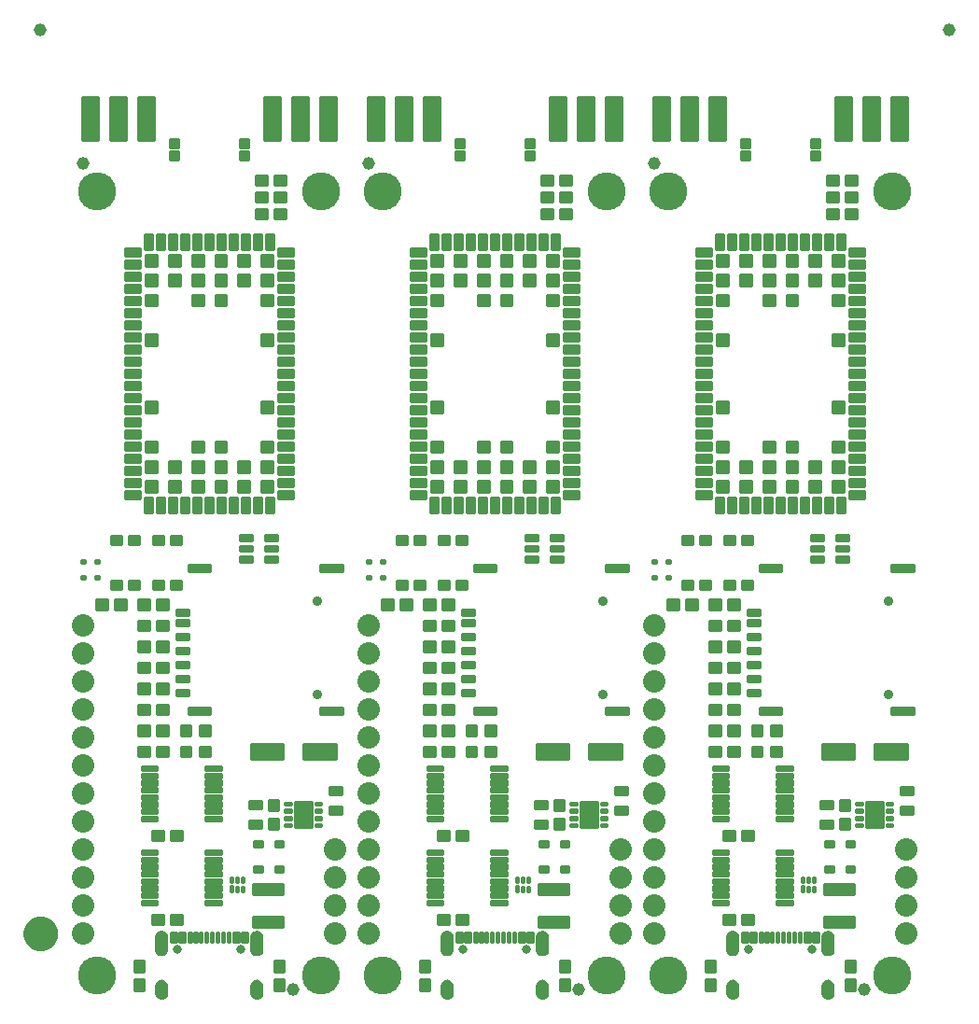
<source format=gts>
G04 EAGLE Gerber RS-274X export*
G75*
%MOMM*%
%FSLAX34Y34*%
%LPD*%
%INSoldermask Top*%
%IPPOS*%
%AMOC8*
5,1,8,0,0,1.08239X$1,22.5*%
G01*
%ADD10C,0.264381*%
%ADD11C,0.253344*%
%ADD12C,0.255816*%
%ADD13C,0.802400*%
%ADD14C,3.454400*%
%ADD15C,0.257147*%
%ADD16C,0.250478*%
%ADD17C,0.253525*%
%ADD18C,0.255719*%
%ADD19C,0.256766*%
%ADD20C,0.902400*%
%ADD21C,0.253509*%
%ADD22C,0.245334*%
%ADD23C,0.253006*%
%ADD24C,0.250600*%
%ADD25C,0.449434*%
%ADD26C,0.252575*%
%ADD27C,1.152400*%
%ADD28C,0.248381*%
%ADD29C,2.032000*%
%ADD30C,0.250366*%
%ADD31C,0.254103*%
%ADD32C,1.270000*%
%ADD33C,1.652400*%

G36*
X603244Y42883D02*
X603244Y42883D01*
X603250Y42889D01*
X603255Y42885D01*
X604485Y43250D01*
X604490Y43257D01*
X604495Y43255D01*
X605614Y43885D01*
X605617Y43892D01*
X605623Y43891D01*
X606573Y44754D01*
X606574Y44762D01*
X606580Y44762D01*
X607314Y45815D01*
X607314Y45823D01*
X607319Y45825D01*
X607801Y47015D01*
X607799Y47020D01*
X607803Y47023D01*
X607802Y47024D01*
X607804Y47025D01*
X608009Y48292D01*
X608006Y48297D01*
X608009Y48300D01*
X608009Y60300D01*
X608006Y60304D01*
X608009Y60307D01*
X607854Y61429D01*
X607849Y61434D01*
X607852Y61438D01*
X607481Y62509D01*
X607475Y62513D01*
X607477Y62518D01*
X606904Y63495D01*
X606898Y63498D01*
X606899Y63503D01*
X606146Y64350D01*
X606139Y64352D01*
X606139Y64357D01*
X605236Y65041D01*
X605229Y65041D01*
X605228Y65046D01*
X604209Y65541D01*
X604202Y65539D01*
X604200Y65544D01*
X603103Y65831D01*
X603097Y65828D01*
X603094Y65832D01*
X601963Y65899D01*
X601957Y65899D01*
X600826Y65832D01*
X600821Y65827D01*
X600817Y65831D01*
X599720Y65544D01*
X599716Y65538D01*
X599711Y65541D01*
X598692Y65046D01*
X598689Y65040D01*
X598684Y65041D01*
X597781Y64357D01*
X597779Y64350D01*
X597774Y64350D01*
X597021Y63503D01*
X597021Y63496D01*
X597016Y63495D01*
X596443Y62518D01*
X596444Y62515D01*
X596443Y62514D01*
X596444Y62513D01*
X596444Y62511D01*
X596439Y62509D01*
X596068Y61438D01*
X596070Y61433D01*
X596067Y61431D01*
X596067Y61430D01*
X596066Y61429D01*
X595911Y60307D01*
X595914Y60302D01*
X595911Y60300D01*
X595911Y48300D01*
X595914Y48295D01*
X595911Y48292D01*
X596116Y47025D01*
X596122Y47019D01*
X596119Y47015D01*
X596601Y45825D01*
X596608Y45821D01*
X596606Y45815D01*
X597340Y44762D01*
X597348Y44760D01*
X597347Y44754D01*
X598297Y43891D01*
X598306Y43890D01*
X598306Y43885D01*
X599425Y43255D01*
X599433Y43256D01*
X599435Y43250D01*
X600665Y42885D01*
X600673Y42888D01*
X600676Y42883D01*
X601957Y42801D01*
X601961Y42804D01*
X601963Y42801D01*
X603244Y42883D01*
G37*
G36*
X85084Y42883D02*
X85084Y42883D01*
X85090Y42889D01*
X85095Y42885D01*
X86325Y43250D01*
X86330Y43257D01*
X86335Y43255D01*
X87454Y43885D01*
X87457Y43892D01*
X87463Y43891D01*
X88413Y44754D01*
X88414Y44762D01*
X88420Y44762D01*
X89154Y45815D01*
X89154Y45823D01*
X89159Y45825D01*
X89641Y47015D01*
X89639Y47020D01*
X89643Y47023D01*
X89642Y47024D01*
X89644Y47025D01*
X89849Y48292D01*
X89846Y48297D01*
X89849Y48300D01*
X89849Y60300D01*
X89846Y60304D01*
X89849Y60307D01*
X89694Y61429D01*
X89689Y61434D01*
X89692Y61438D01*
X89321Y62509D01*
X89315Y62513D01*
X89317Y62518D01*
X88744Y63495D01*
X88738Y63498D01*
X88739Y63503D01*
X87986Y64350D01*
X87979Y64352D01*
X87979Y64357D01*
X87076Y65041D01*
X87069Y65041D01*
X87068Y65046D01*
X86049Y65541D01*
X86042Y65539D01*
X86040Y65544D01*
X84943Y65831D01*
X84937Y65828D01*
X84934Y65832D01*
X83803Y65899D01*
X83797Y65899D01*
X82666Y65832D01*
X82661Y65827D01*
X82657Y65831D01*
X81560Y65544D01*
X81556Y65538D01*
X81551Y65541D01*
X80532Y65046D01*
X80529Y65040D01*
X80524Y65041D01*
X79621Y64357D01*
X79619Y64350D01*
X79614Y64350D01*
X78861Y63503D01*
X78861Y63496D01*
X78856Y63495D01*
X78283Y62518D01*
X78284Y62515D01*
X78283Y62514D01*
X78284Y62513D01*
X78284Y62511D01*
X78279Y62509D01*
X77908Y61438D01*
X77910Y61433D01*
X77907Y61431D01*
X77907Y61430D01*
X77906Y61429D01*
X77751Y60307D01*
X77754Y60302D01*
X77751Y60300D01*
X77751Y48300D01*
X77754Y48295D01*
X77751Y48292D01*
X77956Y47025D01*
X77962Y47019D01*
X77959Y47015D01*
X78441Y45825D01*
X78448Y45821D01*
X78446Y45815D01*
X79180Y44762D01*
X79188Y44760D01*
X79187Y44754D01*
X80137Y43891D01*
X80146Y43890D01*
X80146Y43885D01*
X81265Y43255D01*
X81273Y43256D01*
X81275Y43250D01*
X82505Y42885D01*
X82513Y42888D01*
X82516Y42883D01*
X83797Y42801D01*
X83801Y42804D01*
X83803Y42801D01*
X85084Y42883D01*
G37*
G36*
X689644Y42883D02*
X689644Y42883D01*
X689650Y42889D01*
X689655Y42885D01*
X690885Y43250D01*
X690890Y43257D01*
X690895Y43255D01*
X692014Y43885D01*
X692017Y43892D01*
X692023Y43891D01*
X692973Y44754D01*
X692974Y44762D01*
X692980Y44762D01*
X693714Y45815D01*
X693714Y45823D01*
X693719Y45825D01*
X694201Y47015D01*
X694199Y47020D01*
X694203Y47023D01*
X694202Y47024D01*
X694204Y47025D01*
X694409Y48292D01*
X694406Y48297D01*
X694409Y48300D01*
X694409Y60300D01*
X694406Y60304D01*
X694409Y60307D01*
X694254Y61429D01*
X694249Y61434D01*
X694252Y61438D01*
X693881Y62509D01*
X693875Y62513D01*
X693877Y62518D01*
X693304Y63495D01*
X693298Y63498D01*
X693299Y63503D01*
X692546Y64350D01*
X692539Y64352D01*
X692539Y64357D01*
X691636Y65041D01*
X691629Y65041D01*
X691628Y65046D01*
X690609Y65541D01*
X690602Y65539D01*
X690600Y65544D01*
X689503Y65831D01*
X689497Y65828D01*
X689494Y65832D01*
X688363Y65899D01*
X688357Y65899D01*
X687226Y65832D01*
X687221Y65827D01*
X687217Y65831D01*
X686120Y65544D01*
X686116Y65538D01*
X686111Y65541D01*
X685092Y65046D01*
X685089Y65040D01*
X685084Y65041D01*
X684181Y64357D01*
X684179Y64350D01*
X684174Y64350D01*
X683421Y63503D01*
X683421Y63496D01*
X683416Y63495D01*
X682843Y62518D01*
X682844Y62515D01*
X682843Y62514D01*
X682844Y62513D01*
X682844Y62511D01*
X682839Y62509D01*
X682468Y61438D01*
X682470Y61433D01*
X682467Y61431D01*
X682467Y61430D01*
X682466Y61429D01*
X682311Y60307D01*
X682314Y60302D01*
X682311Y60300D01*
X682311Y48300D01*
X682314Y48295D01*
X682311Y48292D01*
X682516Y47025D01*
X682522Y47019D01*
X682519Y47015D01*
X683001Y45825D01*
X683008Y45821D01*
X683006Y45815D01*
X683740Y44762D01*
X683748Y44760D01*
X683747Y44754D01*
X684697Y43891D01*
X684706Y43890D01*
X684706Y43885D01*
X685825Y43255D01*
X685833Y43256D01*
X685835Y43250D01*
X687065Y42885D01*
X687073Y42888D01*
X687076Y42883D01*
X688357Y42801D01*
X688361Y42804D01*
X688363Y42801D01*
X689644Y42883D01*
G37*
G36*
X344164Y42883D02*
X344164Y42883D01*
X344170Y42889D01*
X344175Y42885D01*
X345405Y43250D01*
X345410Y43257D01*
X345415Y43255D01*
X346534Y43885D01*
X346537Y43892D01*
X346543Y43891D01*
X347493Y44754D01*
X347494Y44762D01*
X347500Y44762D01*
X348234Y45815D01*
X348234Y45823D01*
X348239Y45825D01*
X348721Y47015D01*
X348719Y47020D01*
X348723Y47023D01*
X348722Y47024D01*
X348724Y47025D01*
X348929Y48292D01*
X348926Y48297D01*
X348929Y48300D01*
X348929Y60300D01*
X348926Y60304D01*
X348929Y60307D01*
X348774Y61429D01*
X348769Y61434D01*
X348772Y61438D01*
X348401Y62509D01*
X348395Y62513D01*
X348397Y62518D01*
X347824Y63495D01*
X347818Y63498D01*
X347819Y63503D01*
X347066Y64350D01*
X347059Y64352D01*
X347059Y64357D01*
X346156Y65041D01*
X346149Y65041D01*
X346148Y65046D01*
X345129Y65541D01*
X345122Y65539D01*
X345120Y65544D01*
X344023Y65831D01*
X344017Y65828D01*
X344014Y65832D01*
X342883Y65899D01*
X342877Y65899D01*
X341746Y65832D01*
X341741Y65827D01*
X341737Y65831D01*
X340640Y65544D01*
X340636Y65538D01*
X340631Y65541D01*
X339612Y65046D01*
X339609Y65040D01*
X339604Y65041D01*
X338701Y64357D01*
X338699Y64350D01*
X338694Y64350D01*
X337941Y63503D01*
X337941Y63496D01*
X337936Y63495D01*
X337363Y62518D01*
X337364Y62515D01*
X337363Y62514D01*
X337364Y62513D01*
X337364Y62511D01*
X337359Y62509D01*
X336988Y61438D01*
X336990Y61433D01*
X336987Y61431D01*
X336987Y61430D01*
X336986Y61429D01*
X336831Y60307D01*
X336834Y60302D01*
X336831Y60300D01*
X336831Y48300D01*
X336834Y48295D01*
X336831Y48292D01*
X337036Y47025D01*
X337042Y47019D01*
X337039Y47015D01*
X337521Y45825D01*
X337528Y45821D01*
X337526Y45815D01*
X338260Y44762D01*
X338268Y44760D01*
X338267Y44754D01*
X339217Y43891D01*
X339226Y43890D01*
X339226Y43885D01*
X340345Y43255D01*
X340353Y43256D01*
X340355Y43250D01*
X341585Y42885D01*
X341593Y42888D01*
X341596Y42883D01*
X342877Y42801D01*
X342881Y42804D01*
X342883Y42801D01*
X344164Y42883D01*
G37*
G36*
X430564Y42883D02*
X430564Y42883D01*
X430570Y42889D01*
X430575Y42885D01*
X431805Y43250D01*
X431810Y43257D01*
X431815Y43255D01*
X432934Y43885D01*
X432937Y43892D01*
X432943Y43891D01*
X433893Y44754D01*
X433894Y44762D01*
X433900Y44762D01*
X434634Y45815D01*
X434634Y45823D01*
X434639Y45825D01*
X435121Y47015D01*
X435119Y47020D01*
X435123Y47023D01*
X435122Y47024D01*
X435124Y47025D01*
X435329Y48292D01*
X435326Y48297D01*
X435329Y48300D01*
X435329Y60300D01*
X435326Y60304D01*
X435329Y60307D01*
X435174Y61429D01*
X435169Y61434D01*
X435172Y61438D01*
X434801Y62509D01*
X434795Y62513D01*
X434797Y62518D01*
X434224Y63495D01*
X434218Y63498D01*
X434219Y63503D01*
X433466Y64350D01*
X433459Y64352D01*
X433459Y64357D01*
X432556Y65041D01*
X432549Y65041D01*
X432548Y65046D01*
X431529Y65541D01*
X431522Y65539D01*
X431520Y65544D01*
X430423Y65831D01*
X430417Y65828D01*
X430414Y65832D01*
X429283Y65899D01*
X429277Y65899D01*
X428146Y65832D01*
X428141Y65827D01*
X428137Y65831D01*
X427040Y65544D01*
X427036Y65538D01*
X427031Y65541D01*
X426012Y65046D01*
X426009Y65040D01*
X426004Y65041D01*
X425101Y64357D01*
X425099Y64350D01*
X425094Y64350D01*
X424341Y63503D01*
X424341Y63496D01*
X424336Y63495D01*
X423763Y62518D01*
X423764Y62515D01*
X423763Y62514D01*
X423764Y62513D01*
X423764Y62511D01*
X423759Y62509D01*
X423388Y61438D01*
X423390Y61433D01*
X423387Y61431D01*
X423387Y61430D01*
X423386Y61429D01*
X423231Y60307D01*
X423234Y60302D01*
X423231Y60300D01*
X423231Y48300D01*
X423234Y48295D01*
X423231Y48292D01*
X423436Y47025D01*
X423442Y47019D01*
X423439Y47015D01*
X423921Y45825D01*
X423928Y45821D01*
X423926Y45815D01*
X424660Y44762D01*
X424668Y44760D01*
X424667Y44754D01*
X425617Y43891D01*
X425626Y43890D01*
X425626Y43885D01*
X426745Y43255D01*
X426753Y43256D01*
X426755Y43250D01*
X427985Y42885D01*
X427993Y42888D01*
X427996Y42883D01*
X429277Y42801D01*
X429281Y42804D01*
X429283Y42801D01*
X430564Y42883D01*
G37*
G36*
X171484Y42883D02*
X171484Y42883D01*
X171490Y42889D01*
X171495Y42885D01*
X172725Y43250D01*
X172730Y43257D01*
X172735Y43255D01*
X173854Y43885D01*
X173857Y43892D01*
X173863Y43891D01*
X174813Y44754D01*
X174814Y44762D01*
X174820Y44762D01*
X175554Y45815D01*
X175554Y45823D01*
X175559Y45825D01*
X176041Y47015D01*
X176039Y47020D01*
X176043Y47023D01*
X176042Y47024D01*
X176044Y47025D01*
X176249Y48292D01*
X176246Y48297D01*
X176249Y48300D01*
X176249Y60300D01*
X176246Y60304D01*
X176249Y60307D01*
X176094Y61429D01*
X176089Y61434D01*
X176092Y61438D01*
X175721Y62509D01*
X175715Y62513D01*
X175717Y62518D01*
X175144Y63495D01*
X175138Y63498D01*
X175139Y63503D01*
X174386Y64350D01*
X174379Y64352D01*
X174379Y64357D01*
X173476Y65041D01*
X173469Y65041D01*
X173468Y65046D01*
X172449Y65541D01*
X172442Y65539D01*
X172440Y65544D01*
X171343Y65831D01*
X171337Y65828D01*
X171334Y65832D01*
X170203Y65899D01*
X170197Y65899D01*
X169066Y65832D01*
X169061Y65827D01*
X169057Y65831D01*
X167960Y65544D01*
X167956Y65538D01*
X167951Y65541D01*
X166932Y65046D01*
X166929Y65040D01*
X166924Y65041D01*
X166021Y64357D01*
X166019Y64350D01*
X166014Y64350D01*
X165261Y63503D01*
X165261Y63496D01*
X165256Y63495D01*
X164683Y62518D01*
X164684Y62515D01*
X164683Y62514D01*
X164684Y62513D01*
X164684Y62511D01*
X164679Y62509D01*
X164308Y61438D01*
X164310Y61433D01*
X164307Y61431D01*
X164307Y61430D01*
X164306Y61429D01*
X164151Y60307D01*
X164154Y60302D01*
X164151Y60300D01*
X164151Y48300D01*
X164154Y48295D01*
X164151Y48292D01*
X164356Y47025D01*
X164362Y47019D01*
X164359Y47015D01*
X164841Y45825D01*
X164848Y45821D01*
X164846Y45815D01*
X165580Y44762D01*
X165588Y44760D01*
X165587Y44754D01*
X166537Y43891D01*
X166546Y43890D01*
X166546Y43885D01*
X167665Y43255D01*
X167673Y43256D01*
X167675Y43250D01*
X168905Y42885D01*
X168913Y42888D01*
X168916Y42883D01*
X170197Y42801D01*
X170201Y42804D01*
X170203Y42801D01*
X171484Y42883D01*
G37*
G36*
X344051Y3611D02*
X344051Y3611D01*
X344056Y3616D01*
X344060Y3613D01*
X345183Y3948D01*
X345187Y3954D01*
X345191Y3952D01*
X346227Y4500D01*
X346230Y4506D01*
X346235Y4505D01*
X347143Y5244D01*
X347145Y5251D01*
X347150Y5251D01*
X347897Y6153D01*
X347897Y6161D01*
X347903Y6161D01*
X348459Y7192D01*
X348458Y7199D01*
X348463Y7201D01*
X348807Y8320D01*
X348805Y8327D01*
X348809Y8330D01*
X348929Y9495D01*
X348927Y9498D01*
X348929Y9500D01*
X348929Y15500D01*
X348927Y15503D01*
X348929Y15505D01*
X348818Y16681D01*
X348813Y16686D01*
X348816Y16690D01*
X348478Y17822D01*
X348472Y17826D01*
X348474Y17831D01*
X347922Y18875D01*
X347915Y18878D01*
X347917Y18883D01*
X347171Y19799D01*
X347164Y19800D01*
X347164Y19806D01*
X346255Y20559D01*
X346247Y20559D01*
X346247Y20564D01*
X345207Y21125D01*
X345200Y21124D01*
X345198Y21129D01*
X344069Y21476D01*
X344063Y21474D01*
X344060Y21478D01*
X342885Y21599D01*
X342878Y21595D01*
X342874Y21599D01*
X341534Y21442D01*
X341528Y21437D01*
X341523Y21440D01*
X340252Y20989D01*
X340247Y20982D01*
X340242Y20984D01*
X339103Y20262D01*
X339100Y20254D01*
X339094Y20255D01*
X338144Y19297D01*
X338143Y19289D01*
X338137Y19288D01*
X337424Y18143D01*
X337425Y18135D01*
X337419Y18133D01*
X336979Y16857D01*
X336981Y16850D01*
X336977Y16847D01*
X336831Y15505D01*
X336833Y15502D01*
X336831Y15500D01*
X336831Y9500D01*
X336833Y9497D01*
X336831Y9494D01*
X336986Y8165D01*
X336992Y8159D01*
X336989Y8155D01*
X337436Y6894D01*
X337443Y6889D01*
X337441Y6884D01*
X338158Y5754D01*
X338165Y5751D01*
X338164Y5745D01*
X339115Y4803D01*
X339123Y4802D01*
X339123Y4796D01*
X340259Y4089D01*
X340267Y4090D01*
X340269Y4084D01*
X341534Y3648D01*
X341539Y3649D01*
X341540Y3649D01*
X341543Y3649D01*
X341545Y3645D01*
X342875Y3501D01*
X342881Y3505D01*
X342885Y3501D01*
X344051Y3611D01*
G37*
G36*
X603131Y3611D02*
X603131Y3611D01*
X603136Y3616D01*
X603140Y3613D01*
X604263Y3948D01*
X604267Y3954D01*
X604271Y3952D01*
X605307Y4500D01*
X605310Y4506D01*
X605315Y4505D01*
X606223Y5244D01*
X606225Y5251D01*
X606230Y5251D01*
X606977Y6153D01*
X606977Y6161D01*
X606983Y6161D01*
X607539Y7192D01*
X607538Y7199D01*
X607543Y7201D01*
X607887Y8320D01*
X607885Y8327D01*
X607889Y8330D01*
X608009Y9495D01*
X608007Y9498D01*
X608009Y9500D01*
X608009Y15500D01*
X608007Y15503D01*
X608009Y15505D01*
X607898Y16681D01*
X607893Y16686D01*
X607896Y16690D01*
X607558Y17822D01*
X607552Y17826D01*
X607554Y17831D01*
X607002Y18875D01*
X606995Y18878D01*
X606997Y18883D01*
X606251Y19799D01*
X606244Y19800D01*
X606244Y19806D01*
X605335Y20559D01*
X605327Y20559D01*
X605327Y20564D01*
X604287Y21125D01*
X604280Y21124D01*
X604278Y21129D01*
X603149Y21476D01*
X603143Y21474D01*
X603140Y21478D01*
X601965Y21599D01*
X601958Y21595D01*
X601954Y21599D01*
X600614Y21442D01*
X600608Y21437D01*
X600603Y21440D01*
X599332Y20989D01*
X599327Y20982D01*
X599322Y20984D01*
X598183Y20262D01*
X598180Y20254D01*
X598174Y20255D01*
X597224Y19297D01*
X597223Y19289D01*
X597217Y19288D01*
X596504Y18143D01*
X596505Y18135D01*
X596499Y18133D01*
X596059Y16857D01*
X596061Y16850D01*
X596057Y16847D01*
X595911Y15505D01*
X595913Y15502D01*
X595911Y15500D01*
X595911Y9500D01*
X595913Y9497D01*
X595911Y9494D01*
X596066Y8165D01*
X596072Y8159D01*
X596069Y8155D01*
X596516Y6894D01*
X596523Y6889D01*
X596521Y6884D01*
X597238Y5754D01*
X597245Y5751D01*
X597244Y5745D01*
X598195Y4803D01*
X598203Y4802D01*
X598203Y4796D01*
X599339Y4089D01*
X599347Y4090D01*
X599349Y4084D01*
X600614Y3648D01*
X600619Y3649D01*
X600620Y3649D01*
X600623Y3649D01*
X600625Y3645D01*
X601955Y3501D01*
X601961Y3505D01*
X601965Y3501D01*
X603131Y3611D01*
G37*
G36*
X430451Y3611D02*
X430451Y3611D01*
X430456Y3616D01*
X430460Y3613D01*
X431583Y3948D01*
X431587Y3954D01*
X431591Y3952D01*
X432627Y4500D01*
X432630Y4506D01*
X432635Y4505D01*
X433543Y5244D01*
X433545Y5251D01*
X433550Y5251D01*
X434297Y6153D01*
X434297Y6161D01*
X434303Y6161D01*
X434859Y7192D01*
X434858Y7199D01*
X434863Y7201D01*
X435207Y8320D01*
X435205Y8327D01*
X435209Y8330D01*
X435329Y9495D01*
X435327Y9498D01*
X435329Y9500D01*
X435329Y15500D01*
X435327Y15503D01*
X435329Y15505D01*
X435218Y16681D01*
X435213Y16686D01*
X435216Y16690D01*
X434878Y17822D01*
X434872Y17826D01*
X434874Y17831D01*
X434322Y18875D01*
X434315Y18878D01*
X434317Y18883D01*
X433571Y19799D01*
X433564Y19800D01*
X433564Y19806D01*
X432655Y20559D01*
X432647Y20559D01*
X432647Y20564D01*
X431607Y21125D01*
X431600Y21124D01*
X431598Y21129D01*
X430469Y21476D01*
X430463Y21474D01*
X430460Y21478D01*
X429285Y21599D01*
X429278Y21595D01*
X429274Y21599D01*
X427934Y21442D01*
X427928Y21437D01*
X427923Y21440D01*
X426652Y20989D01*
X426647Y20982D01*
X426642Y20984D01*
X425503Y20262D01*
X425500Y20254D01*
X425494Y20255D01*
X424544Y19297D01*
X424543Y19289D01*
X424537Y19288D01*
X423824Y18143D01*
X423825Y18135D01*
X423819Y18133D01*
X423379Y16857D01*
X423381Y16850D01*
X423377Y16847D01*
X423231Y15505D01*
X423233Y15502D01*
X423231Y15500D01*
X423231Y9500D01*
X423233Y9497D01*
X423231Y9494D01*
X423386Y8165D01*
X423392Y8159D01*
X423389Y8155D01*
X423836Y6894D01*
X423843Y6889D01*
X423841Y6884D01*
X424558Y5754D01*
X424565Y5751D01*
X424564Y5745D01*
X425515Y4803D01*
X425523Y4802D01*
X425523Y4796D01*
X426659Y4089D01*
X426667Y4090D01*
X426669Y4084D01*
X427934Y3648D01*
X427939Y3649D01*
X427940Y3649D01*
X427943Y3649D01*
X427945Y3645D01*
X429275Y3501D01*
X429281Y3505D01*
X429285Y3501D01*
X430451Y3611D01*
G37*
G36*
X84971Y3611D02*
X84971Y3611D01*
X84976Y3616D01*
X84980Y3613D01*
X86103Y3948D01*
X86107Y3954D01*
X86111Y3952D01*
X87147Y4500D01*
X87150Y4506D01*
X87155Y4505D01*
X88063Y5244D01*
X88065Y5251D01*
X88070Y5251D01*
X88817Y6153D01*
X88817Y6161D01*
X88823Y6161D01*
X89379Y7192D01*
X89378Y7199D01*
X89383Y7201D01*
X89727Y8320D01*
X89725Y8327D01*
X89729Y8330D01*
X89849Y9495D01*
X89847Y9498D01*
X89849Y9500D01*
X89849Y15500D01*
X89847Y15503D01*
X89849Y15505D01*
X89738Y16681D01*
X89733Y16686D01*
X89736Y16690D01*
X89398Y17822D01*
X89392Y17826D01*
X89394Y17831D01*
X88842Y18875D01*
X88835Y18878D01*
X88837Y18883D01*
X88091Y19799D01*
X88084Y19800D01*
X88084Y19806D01*
X87175Y20559D01*
X87167Y20559D01*
X87167Y20564D01*
X86127Y21125D01*
X86120Y21124D01*
X86118Y21129D01*
X84989Y21476D01*
X84983Y21474D01*
X84980Y21478D01*
X83805Y21599D01*
X83798Y21595D01*
X83794Y21599D01*
X82454Y21442D01*
X82448Y21437D01*
X82443Y21440D01*
X81172Y20989D01*
X81167Y20982D01*
X81162Y20984D01*
X80023Y20262D01*
X80020Y20254D01*
X80014Y20255D01*
X79064Y19297D01*
X79063Y19289D01*
X79057Y19288D01*
X78344Y18143D01*
X78345Y18135D01*
X78339Y18133D01*
X77899Y16857D01*
X77901Y16850D01*
X77897Y16847D01*
X77751Y15505D01*
X77753Y15502D01*
X77751Y15500D01*
X77751Y9500D01*
X77753Y9497D01*
X77751Y9494D01*
X77906Y8165D01*
X77912Y8159D01*
X77909Y8155D01*
X78356Y6894D01*
X78363Y6889D01*
X78361Y6884D01*
X79078Y5754D01*
X79085Y5751D01*
X79084Y5745D01*
X80035Y4803D01*
X80043Y4802D01*
X80043Y4796D01*
X81179Y4089D01*
X81187Y4090D01*
X81189Y4084D01*
X82454Y3648D01*
X82459Y3649D01*
X82460Y3649D01*
X82463Y3649D01*
X82465Y3645D01*
X83795Y3501D01*
X83801Y3505D01*
X83805Y3501D01*
X84971Y3611D01*
G37*
G36*
X171371Y3611D02*
X171371Y3611D01*
X171376Y3616D01*
X171380Y3613D01*
X172503Y3948D01*
X172507Y3954D01*
X172511Y3952D01*
X173547Y4500D01*
X173550Y4506D01*
X173555Y4505D01*
X174463Y5244D01*
X174465Y5251D01*
X174470Y5251D01*
X175217Y6153D01*
X175217Y6161D01*
X175223Y6161D01*
X175779Y7192D01*
X175778Y7199D01*
X175783Y7201D01*
X176127Y8320D01*
X176125Y8327D01*
X176129Y8330D01*
X176249Y9495D01*
X176247Y9498D01*
X176249Y9500D01*
X176249Y15500D01*
X176247Y15503D01*
X176249Y15505D01*
X176138Y16681D01*
X176133Y16686D01*
X176136Y16690D01*
X175798Y17822D01*
X175792Y17826D01*
X175794Y17831D01*
X175242Y18875D01*
X175235Y18878D01*
X175237Y18883D01*
X174491Y19799D01*
X174484Y19800D01*
X174484Y19806D01*
X173575Y20559D01*
X173567Y20559D01*
X173567Y20564D01*
X172527Y21125D01*
X172520Y21124D01*
X172518Y21129D01*
X171389Y21476D01*
X171383Y21474D01*
X171380Y21478D01*
X170205Y21599D01*
X170198Y21595D01*
X170194Y21599D01*
X168854Y21442D01*
X168848Y21437D01*
X168843Y21440D01*
X167572Y20989D01*
X167567Y20982D01*
X167562Y20984D01*
X166423Y20262D01*
X166420Y20254D01*
X166414Y20255D01*
X165464Y19297D01*
X165463Y19289D01*
X165457Y19288D01*
X164744Y18143D01*
X164745Y18135D01*
X164739Y18133D01*
X164299Y16857D01*
X164301Y16850D01*
X164297Y16847D01*
X164151Y15505D01*
X164153Y15502D01*
X164151Y15500D01*
X164151Y9500D01*
X164153Y9497D01*
X164151Y9494D01*
X164306Y8165D01*
X164312Y8159D01*
X164309Y8155D01*
X164756Y6894D01*
X164763Y6889D01*
X164761Y6884D01*
X165478Y5754D01*
X165485Y5751D01*
X165484Y5745D01*
X166435Y4803D01*
X166443Y4802D01*
X166443Y4796D01*
X167579Y4089D01*
X167587Y4090D01*
X167589Y4084D01*
X168854Y3648D01*
X168859Y3649D01*
X168860Y3649D01*
X168863Y3649D01*
X168865Y3645D01*
X170195Y3501D01*
X170201Y3505D01*
X170205Y3501D01*
X171371Y3611D01*
G37*
G36*
X689531Y3611D02*
X689531Y3611D01*
X689536Y3616D01*
X689540Y3613D01*
X690663Y3948D01*
X690667Y3954D01*
X690671Y3952D01*
X691707Y4500D01*
X691710Y4506D01*
X691715Y4505D01*
X692623Y5244D01*
X692625Y5251D01*
X692630Y5251D01*
X693377Y6153D01*
X693377Y6161D01*
X693383Y6161D01*
X693939Y7192D01*
X693938Y7199D01*
X693943Y7201D01*
X694287Y8320D01*
X694285Y8327D01*
X694289Y8330D01*
X694409Y9495D01*
X694407Y9498D01*
X694409Y9500D01*
X694409Y15500D01*
X694407Y15503D01*
X694409Y15505D01*
X694298Y16681D01*
X694293Y16686D01*
X694296Y16690D01*
X693958Y17822D01*
X693952Y17826D01*
X693954Y17831D01*
X693402Y18875D01*
X693395Y18878D01*
X693397Y18883D01*
X692651Y19799D01*
X692644Y19800D01*
X692644Y19806D01*
X691735Y20559D01*
X691727Y20559D01*
X691727Y20564D01*
X690687Y21125D01*
X690680Y21124D01*
X690678Y21129D01*
X689549Y21476D01*
X689543Y21474D01*
X689540Y21478D01*
X688365Y21599D01*
X688358Y21595D01*
X688354Y21599D01*
X687014Y21442D01*
X687008Y21437D01*
X687003Y21440D01*
X685732Y20989D01*
X685727Y20982D01*
X685722Y20984D01*
X684583Y20262D01*
X684580Y20254D01*
X684574Y20255D01*
X683624Y19297D01*
X683623Y19289D01*
X683617Y19288D01*
X682904Y18143D01*
X682905Y18135D01*
X682899Y18133D01*
X682459Y16857D01*
X682461Y16850D01*
X682457Y16847D01*
X682311Y15505D01*
X682313Y15502D01*
X682311Y15500D01*
X682311Y9500D01*
X682313Y9497D01*
X682311Y9494D01*
X682466Y8165D01*
X682472Y8159D01*
X682469Y8155D01*
X682916Y6894D01*
X682923Y6889D01*
X682921Y6884D01*
X683638Y5754D01*
X683645Y5751D01*
X683644Y5745D01*
X684595Y4803D01*
X684603Y4802D01*
X684603Y4796D01*
X685739Y4089D01*
X685747Y4090D01*
X685749Y4084D01*
X687014Y3648D01*
X687019Y3649D01*
X687020Y3649D01*
X687023Y3649D01*
X687025Y3645D01*
X688355Y3501D01*
X688361Y3505D01*
X688365Y3501D01*
X689531Y3611D01*
G37*
D10*
X25990Y783200D02*
X12110Y783200D01*
X12110Y822080D01*
X25990Y822080D01*
X25990Y783200D01*
X25990Y785712D02*
X12110Y785712D01*
X12110Y788224D02*
X25990Y788224D01*
X25990Y790736D02*
X12110Y790736D01*
X12110Y793248D02*
X25990Y793248D01*
X25990Y795760D02*
X12110Y795760D01*
X12110Y798272D02*
X25990Y798272D01*
X25990Y800784D02*
X12110Y800784D01*
X12110Y803296D02*
X25990Y803296D01*
X25990Y805808D02*
X12110Y805808D01*
X12110Y808320D02*
X25990Y808320D01*
X25990Y810832D02*
X12110Y810832D01*
X12110Y813344D02*
X25990Y813344D01*
X25990Y815856D02*
X12110Y815856D01*
X12110Y818368D02*
X25990Y818368D01*
X25990Y820880D02*
X12110Y820880D01*
X37510Y783200D02*
X51390Y783200D01*
X37510Y783200D02*
X37510Y822080D01*
X51390Y822080D01*
X51390Y783200D01*
X51390Y785712D02*
X37510Y785712D01*
X37510Y788224D02*
X51390Y788224D01*
X51390Y790736D02*
X37510Y790736D01*
X37510Y793248D02*
X51390Y793248D01*
X51390Y795760D02*
X37510Y795760D01*
X37510Y798272D02*
X51390Y798272D01*
X51390Y800784D02*
X37510Y800784D01*
X37510Y803296D02*
X51390Y803296D01*
X51390Y805808D02*
X37510Y805808D01*
X37510Y808320D02*
X51390Y808320D01*
X51390Y810832D02*
X37510Y810832D01*
X37510Y813344D02*
X51390Y813344D01*
X51390Y815856D02*
X37510Y815856D01*
X37510Y818368D02*
X51390Y818368D01*
X51390Y820880D02*
X37510Y820880D01*
X62910Y783200D02*
X76790Y783200D01*
X62910Y783200D02*
X62910Y822080D01*
X76790Y822080D01*
X76790Y783200D01*
X76790Y785712D02*
X62910Y785712D01*
X62910Y788224D02*
X76790Y788224D01*
X76790Y790736D02*
X62910Y790736D01*
X62910Y793248D02*
X76790Y793248D01*
X76790Y795760D02*
X62910Y795760D01*
X62910Y798272D02*
X76790Y798272D01*
X76790Y800784D02*
X62910Y800784D01*
X62910Y803296D02*
X76790Y803296D01*
X76790Y805808D02*
X62910Y805808D01*
X62910Y808320D02*
X76790Y808320D01*
X76790Y810832D02*
X62910Y810832D01*
X62910Y813344D02*
X76790Y813344D01*
X76790Y815856D02*
X62910Y815856D01*
X62910Y818368D02*
X76790Y818368D01*
X76790Y820880D02*
X62910Y820880D01*
X177210Y783200D02*
X191090Y783200D01*
X177210Y783200D02*
X177210Y822080D01*
X191090Y822080D01*
X191090Y783200D01*
X191090Y785712D02*
X177210Y785712D01*
X177210Y788224D02*
X191090Y788224D01*
X191090Y790736D02*
X177210Y790736D01*
X177210Y793248D02*
X191090Y793248D01*
X191090Y795760D02*
X177210Y795760D01*
X177210Y798272D02*
X191090Y798272D01*
X191090Y800784D02*
X177210Y800784D01*
X177210Y803296D02*
X191090Y803296D01*
X191090Y805808D02*
X177210Y805808D01*
X177210Y808320D02*
X191090Y808320D01*
X191090Y810832D02*
X177210Y810832D01*
X177210Y813344D02*
X191090Y813344D01*
X191090Y815856D02*
X177210Y815856D01*
X177210Y818368D02*
X191090Y818368D01*
X191090Y820880D02*
X177210Y820880D01*
X202610Y783200D02*
X216490Y783200D01*
X202610Y783200D02*
X202610Y822080D01*
X216490Y822080D01*
X216490Y783200D01*
X216490Y785712D02*
X202610Y785712D01*
X202610Y788224D02*
X216490Y788224D01*
X216490Y790736D02*
X202610Y790736D01*
X202610Y793248D02*
X216490Y793248D01*
X216490Y795760D02*
X202610Y795760D01*
X202610Y798272D02*
X216490Y798272D01*
X216490Y800784D02*
X202610Y800784D01*
X202610Y803296D02*
X216490Y803296D01*
X216490Y805808D02*
X202610Y805808D01*
X202610Y808320D02*
X216490Y808320D01*
X216490Y810832D02*
X202610Y810832D01*
X202610Y813344D02*
X216490Y813344D01*
X216490Y815856D02*
X202610Y815856D01*
X202610Y818368D02*
X216490Y818368D01*
X216490Y820880D02*
X202610Y820880D01*
X228010Y783200D02*
X241890Y783200D01*
X228010Y783200D02*
X228010Y822080D01*
X241890Y822080D01*
X241890Y783200D01*
X241890Y785712D02*
X228010Y785712D01*
X228010Y788224D02*
X241890Y788224D01*
X241890Y790736D02*
X228010Y790736D01*
X228010Y793248D02*
X241890Y793248D01*
X241890Y795760D02*
X228010Y795760D01*
X228010Y798272D02*
X241890Y798272D01*
X241890Y800784D02*
X228010Y800784D01*
X228010Y803296D02*
X241890Y803296D01*
X241890Y805808D02*
X228010Y805808D01*
X228010Y808320D02*
X241890Y808320D01*
X241890Y810832D02*
X228010Y810832D01*
X228010Y813344D02*
X241890Y813344D01*
X241890Y815856D02*
X228010Y815856D01*
X228010Y818368D02*
X241890Y818368D01*
X241890Y820880D02*
X228010Y820880D01*
D11*
X135496Y55604D02*
X133504Y55604D01*
X133504Y64596D01*
X135496Y64596D01*
X135496Y55604D01*
X135496Y58010D02*
X133504Y58010D01*
X133504Y60416D02*
X135496Y60416D01*
X135496Y62822D02*
X133504Y62822D01*
X130496Y55604D02*
X128504Y55604D01*
X128504Y64596D01*
X130496Y64596D01*
X130496Y55604D01*
X130496Y58010D02*
X128504Y58010D01*
X128504Y60416D02*
X130496Y60416D01*
X130496Y62822D02*
X128504Y62822D01*
D12*
X156767Y55617D02*
X161733Y55617D01*
X156767Y55617D02*
X156767Y64583D01*
X161733Y64583D01*
X161733Y55617D01*
X161733Y58047D02*
X156767Y58047D01*
X156767Y60477D02*
X161733Y60477D01*
X161733Y62907D02*
X156767Y62907D01*
X153983Y55617D02*
X149017Y55617D01*
X149017Y64583D01*
X153983Y64583D01*
X153983Y55617D01*
X153983Y58047D02*
X149017Y58047D01*
X149017Y60477D02*
X153983Y60477D01*
X153983Y62907D02*
X149017Y62907D01*
D11*
X145496Y55604D02*
X143504Y55604D01*
X143504Y64596D01*
X145496Y64596D01*
X145496Y55604D01*
X145496Y58010D02*
X143504Y58010D01*
X143504Y60416D02*
X145496Y60416D01*
X145496Y62822D02*
X143504Y62822D01*
X140496Y55604D02*
X138504Y55604D01*
X138504Y64596D01*
X140496Y64596D01*
X140496Y55604D01*
X140496Y58010D02*
X138504Y58010D01*
X138504Y60416D02*
X140496Y60416D01*
X140496Y62822D02*
X138504Y62822D01*
X120496Y64596D02*
X118504Y64596D01*
X120496Y64596D02*
X120496Y55604D01*
X118504Y55604D01*
X118504Y64596D01*
X118504Y58010D02*
X120496Y58010D01*
X120496Y60416D02*
X118504Y60416D01*
X118504Y62822D02*
X120496Y62822D01*
X123504Y64596D02*
X125496Y64596D01*
X125496Y55604D01*
X123504Y55604D01*
X123504Y64596D01*
X123504Y58010D02*
X125496Y58010D01*
X125496Y60416D02*
X123504Y60416D01*
X123504Y62822D02*
X125496Y62822D01*
D12*
X97233Y64583D02*
X92267Y64583D01*
X97233Y64583D02*
X97233Y55617D01*
X92267Y55617D01*
X92267Y64583D01*
X92267Y58047D02*
X97233Y58047D01*
X97233Y60477D02*
X92267Y60477D01*
X92267Y62907D02*
X97233Y62907D01*
X100017Y64583D02*
X104983Y64583D01*
X104983Y55617D01*
X100017Y55617D01*
X100017Y64583D01*
X100017Y58047D02*
X104983Y58047D01*
X104983Y60477D02*
X100017Y60477D01*
X100017Y62907D02*
X104983Y62907D01*
D11*
X108504Y64596D02*
X110496Y64596D01*
X110496Y55604D01*
X108504Y55604D01*
X108504Y64596D01*
X108504Y58010D02*
X110496Y58010D01*
X110496Y60416D02*
X108504Y60416D01*
X108504Y62822D02*
X110496Y62822D01*
X113504Y64596D02*
X115496Y64596D01*
X115496Y55604D01*
X113504Y55604D01*
X113504Y64596D01*
X113504Y58010D02*
X115496Y58010D01*
X115496Y60416D02*
X113504Y60416D01*
X113504Y62822D02*
X115496Y62822D01*
D13*
X98100Y49050D03*
X155900Y49050D03*
D14*
X25400Y25400D03*
X228600Y25400D03*
X25400Y736600D03*
X228600Y736600D03*
D15*
X50523Y684977D02*
X50523Y678023D01*
X50523Y684977D02*
X64477Y684977D01*
X64477Y678023D01*
X50523Y678023D01*
X50523Y680465D02*
X64477Y680465D01*
X64477Y682907D02*
X50523Y682907D01*
X50523Y673977D02*
X50523Y667023D01*
X50523Y673977D02*
X64477Y673977D01*
X64477Y667023D01*
X50523Y667023D01*
X50523Y669465D02*
X64477Y669465D01*
X64477Y671907D02*
X50523Y671907D01*
X50523Y662977D02*
X50523Y656023D01*
X50523Y662977D02*
X64477Y662977D01*
X64477Y656023D01*
X50523Y656023D01*
X50523Y658465D02*
X64477Y658465D01*
X64477Y660907D02*
X50523Y660907D01*
X50523Y651977D02*
X50523Y645023D01*
X50523Y651977D02*
X64477Y651977D01*
X64477Y645023D01*
X50523Y645023D01*
X50523Y647465D02*
X64477Y647465D01*
X64477Y649907D02*
X50523Y649907D01*
X50523Y640977D02*
X50523Y634023D01*
X50523Y640977D02*
X64477Y640977D01*
X64477Y634023D01*
X50523Y634023D01*
X50523Y636465D02*
X64477Y636465D01*
X64477Y638907D02*
X50523Y638907D01*
X50523Y629977D02*
X50523Y623023D01*
X50523Y629977D02*
X64477Y629977D01*
X64477Y623023D01*
X50523Y623023D01*
X50523Y625465D02*
X64477Y625465D01*
X64477Y627907D02*
X50523Y627907D01*
X50523Y618977D02*
X50523Y612023D01*
X50523Y618977D02*
X64477Y618977D01*
X64477Y612023D01*
X50523Y612023D01*
X50523Y614465D02*
X64477Y614465D01*
X64477Y616907D02*
X50523Y616907D01*
X50523Y607977D02*
X50523Y601023D01*
X50523Y607977D02*
X64477Y607977D01*
X64477Y601023D01*
X50523Y601023D01*
X50523Y603465D02*
X64477Y603465D01*
X64477Y605907D02*
X50523Y605907D01*
X50523Y596977D02*
X50523Y590023D01*
X50523Y596977D02*
X64477Y596977D01*
X64477Y590023D01*
X50523Y590023D01*
X50523Y592465D02*
X64477Y592465D01*
X64477Y594907D02*
X50523Y594907D01*
X50523Y585977D02*
X50523Y579023D01*
X50523Y585977D02*
X64477Y585977D01*
X64477Y579023D01*
X50523Y579023D01*
X50523Y581465D02*
X64477Y581465D01*
X64477Y583907D02*
X50523Y583907D01*
X50523Y574977D02*
X50523Y568023D01*
X50523Y574977D02*
X64477Y574977D01*
X64477Y568023D01*
X50523Y568023D01*
X50523Y570465D02*
X64477Y570465D01*
X64477Y572907D02*
X50523Y572907D01*
X50523Y563977D02*
X50523Y557023D01*
X50523Y563977D02*
X64477Y563977D01*
X64477Y557023D01*
X50523Y557023D01*
X50523Y559465D02*
X64477Y559465D01*
X64477Y561907D02*
X50523Y561907D01*
X50523Y552977D02*
X50523Y546023D01*
X50523Y552977D02*
X64477Y552977D01*
X64477Y546023D01*
X50523Y546023D01*
X50523Y548465D02*
X64477Y548465D01*
X64477Y550907D02*
X50523Y550907D01*
X50523Y541977D02*
X50523Y535023D01*
X50523Y541977D02*
X64477Y541977D01*
X64477Y535023D01*
X50523Y535023D01*
X50523Y537465D02*
X64477Y537465D01*
X64477Y539907D02*
X50523Y539907D01*
X50523Y530977D02*
X50523Y524023D01*
X50523Y530977D02*
X64477Y530977D01*
X64477Y524023D01*
X50523Y524023D01*
X50523Y526465D02*
X64477Y526465D01*
X64477Y528907D02*
X50523Y528907D01*
X50523Y519977D02*
X50523Y513023D01*
X50523Y519977D02*
X64477Y519977D01*
X64477Y513023D01*
X50523Y513023D01*
X50523Y515465D02*
X64477Y515465D01*
X64477Y517907D02*
X50523Y517907D01*
X50523Y508977D02*
X50523Y502023D01*
X50523Y508977D02*
X64477Y508977D01*
X64477Y502023D01*
X50523Y502023D01*
X50523Y504465D02*
X64477Y504465D01*
X64477Y506907D02*
X50523Y506907D01*
X50523Y497977D02*
X50523Y491023D01*
X50523Y497977D02*
X64477Y497977D01*
X64477Y491023D01*
X50523Y491023D01*
X50523Y493465D02*
X64477Y493465D01*
X64477Y495907D02*
X50523Y495907D01*
X50523Y486977D02*
X50523Y480023D01*
X50523Y486977D02*
X64477Y486977D01*
X64477Y480023D01*
X50523Y480023D01*
X50523Y482465D02*
X64477Y482465D01*
X64477Y484907D02*
X50523Y484907D01*
X50523Y475977D02*
X50523Y469023D01*
X50523Y475977D02*
X64477Y475977D01*
X64477Y469023D01*
X50523Y469023D01*
X50523Y471465D02*
X64477Y471465D01*
X64477Y473907D02*
X50523Y473907D01*
X50523Y464977D02*
X50523Y458023D01*
X50523Y464977D02*
X64477Y464977D01*
X64477Y458023D01*
X50523Y458023D01*
X50523Y460465D02*
X64477Y460465D01*
X64477Y462907D02*
X50523Y462907D01*
X68523Y458977D02*
X68523Y445023D01*
X68523Y458977D02*
X75477Y458977D01*
X75477Y445023D01*
X68523Y445023D01*
X68523Y447465D02*
X75477Y447465D01*
X75477Y449907D02*
X68523Y449907D01*
X68523Y452349D02*
X75477Y452349D01*
X75477Y454791D02*
X68523Y454791D01*
X68523Y457233D02*
X75477Y457233D01*
X79523Y458977D02*
X79523Y445023D01*
X79523Y458977D02*
X86477Y458977D01*
X86477Y445023D01*
X79523Y445023D01*
X79523Y447465D02*
X86477Y447465D01*
X86477Y449907D02*
X79523Y449907D01*
X79523Y452349D02*
X86477Y452349D01*
X86477Y454791D02*
X79523Y454791D01*
X79523Y457233D02*
X86477Y457233D01*
X90523Y458977D02*
X90523Y445023D01*
X90523Y458977D02*
X97477Y458977D01*
X97477Y445023D01*
X90523Y445023D01*
X90523Y447465D02*
X97477Y447465D01*
X97477Y449907D02*
X90523Y449907D01*
X90523Y452349D02*
X97477Y452349D01*
X97477Y454791D02*
X90523Y454791D01*
X90523Y457233D02*
X97477Y457233D01*
X101523Y458977D02*
X101523Y445023D01*
X101523Y458977D02*
X108477Y458977D01*
X108477Y445023D01*
X101523Y445023D01*
X101523Y447465D02*
X108477Y447465D01*
X108477Y449907D02*
X101523Y449907D01*
X101523Y452349D02*
X108477Y452349D01*
X108477Y454791D02*
X101523Y454791D01*
X101523Y457233D02*
X108477Y457233D01*
X112523Y458977D02*
X112523Y445023D01*
X112523Y458977D02*
X119477Y458977D01*
X119477Y445023D01*
X112523Y445023D01*
X112523Y447465D02*
X119477Y447465D01*
X119477Y449907D02*
X112523Y449907D01*
X112523Y452349D02*
X119477Y452349D01*
X119477Y454791D02*
X112523Y454791D01*
X112523Y457233D02*
X119477Y457233D01*
X123523Y458977D02*
X123523Y445023D01*
X123523Y458977D02*
X130477Y458977D01*
X130477Y445023D01*
X123523Y445023D01*
X123523Y447465D02*
X130477Y447465D01*
X130477Y449907D02*
X123523Y449907D01*
X123523Y452349D02*
X130477Y452349D01*
X130477Y454791D02*
X123523Y454791D01*
X123523Y457233D02*
X130477Y457233D01*
X134523Y458977D02*
X134523Y445023D01*
X134523Y458977D02*
X141477Y458977D01*
X141477Y445023D01*
X134523Y445023D01*
X134523Y447465D02*
X141477Y447465D01*
X141477Y449907D02*
X134523Y449907D01*
X134523Y452349D02*
X141477Y452349D01*
X141477Y454791D02*
X134523Y454791D01*
X134523Y457233D02*
X141477Y457233D01*
X145523Y458977D02*
X145523Y445023D01*
X145523Y458977D02*
X152477Y458977D01*
X152477Y445023D01*
X145523Y445023D01*
X145523Y447465D02*
X152477Y447465D01*
X152477Y449907D02*
X145523Y449907D01*
X145523Y452349D02*
X152477Y452349D01*
X152477Y454791D02*
X145523Y454791D01*
X145523Y457233D02*
X152477Y457233D01*
X156523Y458977D02*
X156523Y445023D01*
X156523Y458977D02*
X163477Y458977D01*
X163477Y445023D01*
X156523Y445023D01*
X156523Y447465D02*
X163477Y447465D01*
X163477Y449907D02*
X156523Y449907D01*
X156523Y452349D02*
X163477Y452349D01*
X163477Y454791D02*
X156523Y454791D01*
X156523Y457233D02*
X163477Y457233D01*
X167523Y458977D02*
X167523Y445023D01*
X167523Y458977D02*
X174477Y458977D01*
X174477Y445023D01*
X167523Y445023D01*
X167523Y447465D02*
X174477Y447465D01*
X174477Y449907D02*
X167523Y449907D01*
X167523Y452349D02*
X174477Y452349D01*
X174477Y454791D02*
X167523Y454791D01*
X167523Y457233D02*
X174477Y457233D01*
X178523Y458977D02*
X178523Y445023D01*
X178523Y458977D02*
X185477Y458977D01*
X185477Y445023D01*
X178523Y445023D01*
X178523Y447465D02*
X185477Y447465D01*
X185477Y449907D02*
X178523Y449907D01*
X178523Y452349D02*
X185477Y452349D01*
X185477Y454791D02*
X178523Y454791D01*
X178523Y457233D02*
X185477Y457233D01*
X203477Y458023D02*
X203477Y464977D01*
X203477Y458023D02*
X189523Y458023D01*
X189523Y464977D01*
X203477Y464977D01*
X203477Y460465D02*
X189523Y460465D01*
X189523Y462907D02*
X203477Y462907D01*
X203477Y469023D02*
X203477Y475977D01*
X203477Y469023D02*
X189523Y469023D01*
X189523Y475977D01*
X203477Y475977D01*
X203477Y471465D02*
X189523Y471465D01*
X189523Y473907D02*
X203477Y473907D01*
X203477Y480023D02*
X203477Y486977D01*
X203477Y480023D02*
X189523Y480023D01*
X189523Y486977D01*
X203477Y486977D01*
X203477Y482465D02*
X189523Y482465D01*
X189523Y484907D02*
X203477Y484907D01*
X203477Y491023D02*
X203477Y497977D01*
X203477Y491023D02*
X189523Y491023D01*
X189523Y497977D01*
X203477Y497977D01*
X203477Y493465D02*
X189523Y493465D01*
X189523Y495907D02*
X203477Y495907D01*
X203477Y502023D02*
X203477Y508977D01*
X203477Y502023D02*
X189523Y502023D01*
X189523Y508977D01*
X203477Y508977D01*
X203477Y504465D02*
X189523Y504465D01*
X189523Y506907D02*
X203477Y506907D01*
X203477Y513023D02*
X203477Y519977D01*
X203477Y513023D02*
X189523Y513023D01*
X189523Y519977D01*
X203477Y519977D01*
X203477Y515465D02*
X189523Y515465D01*
X189523Y517907D02*
X203477Y517907D01*
X203477Y524023D02*
X203477Y530977D01*
X203477Y524023D02*
X189523Y524023D01*
X189523Y530977D01*
X203477Y530977D01*
X203477Y526465D02*
X189523Y526465D01*
X189523Y528907D02*
X203477Y528907D01*
X203477Y535023D02*
X203477Y541977D01*
X203477Y535023D02*
X189523Y535023D01*
X189523Y541977D01*
X203477Y541977D01*
X203477Y537465D02*
X189523Y537465D01*
X189523Y539907D02*
X203477Y539907D01*
X203477Y546023D02*
X203477Y552977D01*
X203477Y546023D02*
X189523Y546023D01*
X189523Y552977D01*
X203477Y552977D01*
X203477Y548465D02*
X189523Y548465D01*
X189523Y550907D02*
X203477Y550907D01*
X203477Y557023D02*
X203477Y563977D01*
X203477Y557023D02*
X189523Y557023D01*
X189523Y563977D01*
X203477Y563977D01*
X203477Y559465D02*
X189523Y559465D01*
X189523Y561907D02*
X203477Y561907D01*
X203477Y568023D02*
X203477Y574977D01*
X203477Y568023D02*
X189523Y568023D01*
X189523Y574977D01*
X203477Y574977D01*
X203477Y570465D02*
X189523Y570465D01*
X189523Y572907D02*
X203477Y572907D01*
X203477Y579023D02*
X203477Y585977D01*
X203477Y579023D02*
X189523Y579023D01*
X189523Y585977D01*
X203477Y585977D01*
X203477Y581465D02*
X189523Y581465D01*
X189523Y583907D02*
X203477Y583907D01*
X203477Y590023D02*
X203477Y596977D01*
X203477Y590023D02*
X189523Y590023D01*
X189523Y596977D01*
X203477Y596977D01*
X203477Y592465D02*
X189523Y592465D01*
X189523Y594907D02*
X203477Y594907D01*
X203477Y601023D02*
X203477Y607977D01*
X203477Y601023D02*
X189523Y601023D01*
X189523Y607977D01*
X203477Y607977D01*
X203477Y603465D02*
X189523Y603465D01*
X189523Y605907D02*
X203477Y605907D01*
X203477Y612023D02*
X203477Y618977D01*
X203477Y612023D02*
X189523Y612023D01*
X189523Y618977D01*
X203477Y618977D01*
X203477Y614465D02*
X189523Y614465D01*
X189523Y616907D02*
X203477Y616907D01*
X203477Y623023D02*
X203477Y629977D01*
X203477Y623023D02*
X189523Y623023D01*
X189523Y629977D01*
X203477Y629977D01*
X203477Y625465D02*
X189523Y625465D01*
X189523Y627907D02*
X203477Y627907D01*
X203477Y634023D02*
X203477Y640977D01*
X203477Y634023D02*
X189523Y634023D01*
X189523Y640977D01*
X203477Y640977D01*
X203477Y636465D02*
X189523Y636465D01*
X189523Y638907D02*
X203477Y638907D01*
X203477Y645023D02*
X203477Y651977D01*
X203477Y645023D02*
X189523Y645023D01*
X189523Y651977D01*
X203477Y651977D01*
X203477Y647465D02*
X189523Y647465D01*
X189523Y649907D02*
X203477Y649907D01*
X203477Y656023D02*
X203477Y662977D01*
X203477Y656023D02*
X189523Y656023D01*
X189523Y662977D01*
X203477Y662977D01*
X203477Y658465D02*
X189523Y658465D01*
X189523Y660907D02*
X203477Y660907D01*
X203477Y667023D02*
X203477Y673977D01*
X203477Y667023D02*
X189523Y667023D01*
X189523Y673977D01*
X203477Y673977D01*
X203477Y669465D02*
X189523Y669465D01*
X189523Y671907D02*
X203477Y671907D01*
X203477Y678023D02*
X203477Y684977D01*
X203477Y678023D02*
X189523Y678023D01*
X189523Y684977D01*
X203477Y684977D01*
X203477Y680465D02*
X189523Y680465D01*
X189523Y682907D02*
X203477Y682907D01*
X185477Y684023D02*
X185477Y697977D01*
X185477Y684023D02*
X178523Y684023D01*
X178523Y697977D01*
X185477Y697977D01*
X185477Y686465D02*
X178523Y686465D01*
X178523Y688907D02*
X185477Y688907D01*
X185477Y691349D02*
X178523Y691349D01*
X178523Y693791D02*
X185477Y693791D01*
X185477Y696233D02*
X178523Y696233D01*
X174477Y697977D02*
X174477Y684023D01*
X167523Y684023D01*
X167523Y697977D01*
X174477Y697977D01*
X174477Y686465D02*
X167523Y686465D01*
X167523Y688907D02*
X174477Y688907D01*
X174477Y691349D02*
X167523Y691349D01*
X167523Y693791D02*
X174477Y693791D01*
X174477Y696233D02*
X167523Y696233D01*
X163477Y697977D02*
X163477Y684023D01*
X156523Y684023D01*
X156523Y697977D01*
X163477Y697977D01*
X163477Y686465D02*
X156523Y686465D01*
X156523Y688907D02*
X163477Y688907D01*
X163477Y691349D02*
X156523Y691349D01*
X156523Y693791D02*
X163477Y693791D01*
X163477Y696233D02*
X156523Y696233D01*
X152477Y697977D02*
X152477Y684023D01*
X145523Y684023D01*
X145523Y697977D01*
X152477Y697977D01*
X152477Y686465D02*
X145523Y686465D01*
X145523Y688907D02*
X152477Y688907D01*
X152477Y691349D02*
X145523Y691349D01*
X145523Y693791D02*
X152477Y693791D01*
X152477Y696233D02*
X145523Y696233D01*
X141477Y697977D02*
X141477Y684023D01*
X134523Y684023D01*
X134523Y697977D01*
X141477Y697977D01*
X141477Y686465D02*
X134523Y686465D01*
X134523Y688907D02*
X141477Y688907D01*
X141477Y691349D02*
X134523Y691349D01*
X134523Y693791D02*
X141477Y693791D01*
X141477Y696233D02*
X134523Y696233D01*
X130477Y697977D02*
X130477Y684023D01*
X123523Y684023D01*
X123523Y697977D01*
X130477Y697977D01*
X130477Y686465D02*
X123523Y686465D01*
X123523Y688907D02*
X130477Y688907D01*
X130477Y691349D02*
X123523Y691349D01*
X123523Y693791D02*
X130477Y693791D01*
X130477Y696233D02*
X123523Y696233D01*
X119477Y697977D02*
X119477Y684023D01*
X112523Y684023D01*
X112523Y697977D01*
X119477Y697977D01*
X119477Y686465D02*
X112523Y686465D01*
X112523Y688907D02*
X119477Y688907D01*
X119477Y691349D02*
X112523Y691349D01*
X112523Y693791D02*
X119477Y693791D01*
X119477Y696233D02*
X112523Y696233D01*
X108477Y697977D02*
X108477Y684023D01*
X101523Y684023D01*
X101523Y697977D01*
X108477Y697977D01*
X108477Y686465D02*
X101523Y686465D01*
X101523Y688907D02*
X108477Y688907D01*
X108477Y691349D02*
X101523Y691349D01*
X101523Y693791D02*
X108477Y693791D01*
X108477Y696233D02*
X101523Y696233D01*
X97477Y697977D02*
X97477Y684023D01*
X90523Y684023D01*
X90523Y697977D01*
X97477Y697977D01*
X97477Y686465D02*
X90523Y686465D01*
X90523Y688907D02*
X97477Y688907D01*
X97477Y691349D02*
X90523Y691349D01*
X90523Y693791D02*
X97477Y693791D01*
X97477Y696233D02*
X90523Y696233D01*
X86477Y697977D02*
X86477Y684023D01*
X79523Y684023D01*
X79523Y697977D01*
X86477Y697977D01*
X86477Y686465D02*
X79523Y686465D01*
X79523Y688907D02*
X86477Y688907D01*
X86477Y691349D02*
X79523Y691349D01*
X79523Y693791D02*
X86477Y693791D01*
X86477Y696233D02*
X79523Y696233D01*
X75477Y697977D02*
X75477Y684023D01*
X68523Y684023D01*
X68523Y697977D01*
X75477Y697977D01*
X75477Y686465D02*
X68523Y686465D01*
X68523Y688907D02*
X75477Y688907D01*
X75477Y691349D02*
X68523Y691349D01*
X68523Y693791D02*
X75477Y693791D01*
X75477Y696233D02*
X68523Y696233D01*
D16*
X69490Y679010D02*
X69490Y668990D01*
X69490Y679010D02*
X79510Y679010D01*
X79510Y668990D01*
X69490Y668990D01*
X69490Y671370D02*
X79510Y671370D01*
X79510Y673750D02*
X69490Y673750D01*
X69490Y676130D02*
X79510Y676130D01*
X79510Y678510D02*
X69490Y678510D01*
X90490Y679010D02*
X90490Y668990D01*
X90490Y679010D02*
X100510Y679010D01*
X100510Y668990D01*
X90490Y668990D01*
X90490Y671370D02*
X100510Y671370D01*
X100510Y673750D02*
X90490Y673750D01*
X90490Y676130D02*
X100510Y676130D01*
X100510Y678510D02*
X90490Y678510D01*
X111490Y679010D02*
X111490Y668990D01*
X111490Y679010D02*
X121510Y679010D01*
X121510Y668990D01*
X111490Y668990D01*
X111490Y671370D02*
X121510Y671370D01*
X121510Y673750D02*
X111490Y673750D01*
X111490Y676130D02*
X121510Y676130D01*
X121510Y678510D02*
X111490Y678510D01*
X132490Y679010D02*
X132490Y668990D01*
X132490Y679010D02*
X142510Y679010D01*
X142510Y668990D01*
X132490Y668990D01*
X132490Y671370D02*
X142510Y671370D01*
X142510Y673750D02*
X132490Y673750D01*
X132490Y676130D02*
X142510Y676130D01*
X142510Y678510D02*
X132490Y678510D01*
X153490Y679010D02*
X153490Y668990D01*
X153490Y679010D02*
X163510Y679010D01*
X163510Y668990D01*
X153490Y668990D01*
X153490Y671370D02*
X163510Y671370D01*
X163510Y673750D02*
X153490Y673750D01*
X153490Y676130D02*
X163510Y676130D01*
X163510Y678510D02*
X153490Y678510D01*
X174490Y679010D02*
X174490Y668990D01*
X174490Y679010D02*
X184510Y679010D01*
X184510Y668990D01*
X174490Y668990D01*
X174490Y671370D02*
X184510Y671370D01*
X184510Y673750D02*
X174490Y673750D01*
X174490Y676130D02*
X184510Y676130D01*
X184510Y678510D02*
X174490Y678510D01*
X69490Y661010D02*
X69490Y650990D01*
X69490Y661010D02*
X79510Y661010D01*
X79510Y650990D01*
X69490Y650990D01*
X69490Y653370D02*
X79510Y653370D01*
X79510Y655750D02*
X69490Y655750D01*
X69490Y658130D02*
X79510Y658130D01*
X79510Y660510D02*
X69490Y660510D01*
X90490Y661010D02*
X90490Y650990D01*
X90490Y661010D02*
X100510Y661010D01*
X100510Y650990D01*
X90490Y650990D01*
X90490Y653370D02*
X100510Y653370D01*
X100510Y655750D02*
X90490Y655750D01*
X90490Y658130D02*
X100510Y658130D01*
X100510Y660510D02*
X90490Y660510D01*
X111490Y661010D02*
X111490Y650990D01*
X111490Y661010D02*
X121510Y661010D01*
X121510Y650990D01*
X111490Y650990D01*
X111490Y653370D02*
X121510Y653370D01*
X121510Y655750D02*
X111490Y655750D01*
X111490Y658130D02*
X121510Y658130D01*
X121510Y660510D02*
X111490Y660510D01*
X132490Y661010D02*
X132490Y650990D01*
X132490Y661010D02*
X142510Y661010D01*
X142510Y650990D01*
X132490Y650990D01*
X132490Y653370D02*
X142510Y653370D01*
X142510Y655750D02*
X132490Y655750D01*
X132490Y658130D02*
X142510Y658130D01*
X142510Y660510D02*
X132490Y660510D01*
X153490Y661010D02*
X153490Y650990D01*
X153490Y661010D02*
X163510Y661010D01*
X163510Y650990D01*
X153490Y650990D01*
X153490Y653370D02*
X163510Y653370D01*
X163510Y655750D02*
X153490Y655750D01*
X153490Y658130D02*
X163510Y658130D01*
X163510Y660510D02*
X153490Y660510D01*
X174490Y661010D02*
X174490Y650990D01*
X174490Y661010D02*
X184510Y661010D01*
X184510Y650990D01*
X174490Y650990D01*
X174490Y653370D02*
X184510Y653370D01*
X184510Y655750D02*
X174490Y655750D01*
X174490Y658130D02*
X184510Y658130D01*
X184510Y660510D02*
X174490Y660510D01*
X69490Y643010D02*
X69490Y632990D01*
X69490Y643010D02*
X79510Y643010D01*
X79510Y632990D01*
X69490Y632990D01*
X69490Y635370D02*
X79510Y635370D01*
X79510Y637750D02*
X69490Y637750D01*
X69490Y640130D02*
X79510Y640130D01*
X79510Y642510D02*
X69490Y642510D01*
X174490Y643010D02*
X174490Y632990D01*
X174490Y643010D02*
X184510Y643010D01*
X184510Y632990D01*
X174490Y632990D01*
X174490Y635370D02*
X184510Y635370D01*
X184510Y637750D02*
X174490Y637750D01*
X174490Y640130D02*
X184510Y640130D01*
X184510Y642510D02*
X174490Y642510D01*
X69490Y607010D02*
X69490Y596990D01*
X69490Y607010D02*
X79510Y607010D01*
X79510Y596990D01*
X69490Y596990D01*
X69490Y599370D02*
X79510Y599370D01*
X79510Y601750D02*
X69490Y601750D01*
X69490Y604130D02*
X79510Y604130D01*
X79510Y606510D02*
X69490Y606510D01*
X174490Y607010D02*
X174490Y596990D01*
X174490Y607010D02*
X184510Y607010D01*
X184510Y596990D01*
X174490Y596990D01*
X174490Y599370D02*
X184510Y599370D01*
X184510Y601750D02*
X174490Y601750D01*
X174490Y604130D02*
X184510Y604130D01*
X184510Y606510D02*
X174490Y606510D01*
X184510Y474010D02*
X184510Y463990D01*
X174490Y463990D01*
X174490Y474010D01*
X184510Y474010D01*
X184510Y466370D02*
X174490Y466370D01*
X174490Y468750D02*
X184510Y468750D01*
X184510Y471130D02*
X174490Y471130D01*
X174490Y473510D02*
X184510Y473510D01*
X163510Y474010D02*
X163510Y463990D01*
X153490Y463990D01*
X153490Y474010D01*
X163510Y474010D01*
X163510Y466370D02*
X153490Y466370D01*
X153490Y468750D02*
X163510Y468750D01*
X163510Y471130D02*
X153490Y471130D01*
X153490Y473510D02*
X163510Y473510D01*
X142510Y474010D02*
X142510Y463990D01*
X132490Y463990D01*
X132490Y474010D01*
X142510Y474010D01*
X142510Y466370D02*
X132490Y466370D01*
X132490Y468750D02*
X142510Y468750D01*
X142510Y471130D02*
X132490Y471130D01*
X132490Y473510D02*
X142510Y473510D01*
X121510Y474010D02*
X121510Y463990D01*
X111490Y463990D01*
X111490Y474010D01*
X121510Y474010D01*
X121510Y466370D02*
X111490Y466370D01*
X111490Y468750D02*
X121510Y468750D01*
X121510Y471130D02*
X111490Y471130D01*
X111490Y473510D02*
X121510Y473510D01*
X100510Y474010D02*
X100510Y463990D01*
X90490Y463990D01*
X90490Y474010D01*
X100510Y474010D01*
X100510Y466370D02*
X90490Y466370D01*
X90490Y468750D02*
X100510Y468750D01*
X100510Y471130D02*
X90490Y471130D01*
X90490Y473510D02*
X100510Y473510D01*
X79510Y474010D02*
X79510Y463990D01*
X69490Y463990D01*
X69490Y474010D01*
X79510Y474010D01*
X79510Y466370D02*
X69490Y466370D01*
X69490Y468750D02*
X79510Y468750D01*
X79510Y471130D02*
X69490Y471130D01*
X69490Y473510D02*
X79510Y473510D01*
X184510Y481990D02*
X184510Y492010D01*
X184510Y481990D02*
X174490Y481990D01*
X174490Y492010D01*
X184510Y492010D01*
X184510Y484370D02*
X174490Y484370D01*
X174490Y486750D02*
X184510Y486750D01*
X184510Y489130D02*
X174490Y489130D01*
X174490Y491510D02*
X184510Y491510D01*
X163510Y492010D02*
X163510Y481990D01*
X153490Y481990D01*
X153490Y492010D01*
X163510Y492010D01*
X163510Y484370D02*
X153490Y484370D01*
X153490Y486750D02*
X163510Y486750D01*
X163510Y489130D02*
X153490Y489130D01*
X153490Y491510D02*
X163510Y491510D01*
X142510Y492010D02*
X142510Y481990D01*
X132490Y481990D01*
X132490Y492010D01*
X142510Y492010D01*
X142510Y484370D02*
X132490Y484370D01*
X132490Y486750D02*
X142510Y486750D01*
X142510Y489130D02*
X132490Y489130D01*
X132490Y491510D02*
X142510Y491510D01*
X121510Y492010D02*
X121510Y481990D01*
X111490Y481990D01*
X111490Y492010D01*
X121510Y492010D01*
X121510Y484370D02*
X111490Y484370D01*
X111490Y486750D02*
X121510Y486750D01*
X121510Y489130D02*
X111490Y489130D01*
X111490Y491510D02*
X121510Y491510D01*
X100510Y492010D02*
X100510Y481990D01*
X90490Y481990D01*
X90490Y492010D01*
X100510Y492010D01*
X100510Y484370D02*
X90490Y484370D01*
X90490Y486750D02*
X100510Y486750D01*
X100510Y489130D02*
X90490Y489130D01*
X90490Y491510D02*
X100510Y491510D01*
X79510Y492010D02*
X79510Y481990D01*
X69490Y481990D01*
X69490Y492010D01*
X79510Y492010D01*
X79510Y484370D02*
X69490Y484370D01*
X69490Y486750D02*
X79510Y486750D01*
X79510Y489130D02*
X69490Y489130D01*
X69490Y491510D02*
X79510Y491510D01*
X184510Y499990D02*
X184510Y510010D01*
X184510Y499990D02*
X174490Y499990D01*
X174490Y510010D01*
X184510Y510010D01*
X184510Y502370D02*
X174490Y502370D01*
X174490Y504750D02*
X184510Y504750D01*
X184510Y507130D02*
X174490Y507130D01*
X174490Y509510D02*
X184510Y509510D01*
X79510Y510010D02*
X79510Y499990D01*
X69490Y499990D01*
X69490Y510010D01*
X79510Y510010D01*
X79510Y502370D02*
X69490Y502370D01*
X69490Y504750D02*
X79510Y504750D01*
X79510Y507130D02*
X69490Y507130D01*
X69490Y509510D02*
X79510Y509510D01*
X184510Y535990D02*
X184510Y546010D01*
X184510Y535990D02*
X174490Y535990D01*
X174490Y546010D01*
X184510Y546010D01*
X184510Y538370D02*
X174490Y538370D01*
X174490Y540750D02*
X184510Y540750D01*
X184510Y543130D02*
X174490Y543130D01*
X174490Y545510D02*
X184510Y545510D01*
X79510Y546010D02*
X79510Y535990D01*
X69490Y535990D01*
X69490Y546010D01*
X79510Y546010D01*
X79510Y538370D02*
X69490Y538370D01*
X69490Y540750D02*
X79510Y540750D01*
X79510Y543130D02*
X69490Y543130D01*
X69490Y545510D02*
X79510Y545510D01*
X111490Y632990D02*
X111490Y643010D01*
X121510Y643010D01*
X121510Y632990D01*
X111490Y632990D01*
X111490Y635370D02*
X121510Y635370D01*
X121510Y637750D02*
X111490Y637750D01*
X111490Y640130D02*
X121510Y640130D01*
X121510Y642510D02*
X111490Y642510D01*
X132490Y643010D02*
X132490Y632990D01*
X132490Y643010D02*
X142510Y643010D01*
X142510Y632990D01*
X132490Y632990D01*
X132490Y635370D02*
X142510Y635370D01*
X142510Y637750D02*
X132490Y637750D01*
X132490Y640130D02*
X142510Y640130D01*
X142510Y642510D02*
X132490Y642510D01*
X121510Y510010D02*
X121510Y499990D01*
X111490Y499990D01*
X111490Y510010D01*
X121510Y510010D01*
X121510Y502370D02*
X111490Y502370D01*
X111490Y504750D02*
X121510Y504750D01*
X121510Y507130D02*
X111490Y507130D01*
X111490Y509510D02*
X121510Y509510D01*
X142510Y510010D02*
X142510Y499990D01*
X132490Y499990D01*
X132490Y510010D01*
X142510Y510010D01*
X142510Y502370D02*
X132490Y502370D01*
X132490Y504750D02*
X142510Y504750D01*
X142510Y507130D02*
X132490Y507130D01*
X132490Y509510D02*
X142510Y509510D01*
D17*
X194995Y21895D02*
X194995Y11905D01*
X186005Y11905D01*
X186005Y21895D01*
X194995Y21895D01*
X194995Y14313D02*
X186005Y14313D01*
X186005Y16721D02*
X194995Y16721D01*
X194995Y19129D02*
X186005Y19129D01*
X186005Y21537D02*
X194995Y21537D01*
X194995Y28905D02*
X194995Y38895D01*
X194995Y28905D02*
X186005Y28905D01*
X186005Y38895D01*
X194995Y38895D01*
X194995Y31313D02*
X186005Y31313D01*
X186005Y33721D02*
X194995Y33721D01*
X194995Y36129D02*
X186005Y36129D01*
X186005Y38537D02*
X194995Y38537D01*
X67995Y21895D02*
X67995Y11905D01*
X59005Y11905D01*
X59005Y21895D01*
X67995Y21895D01*
X67995Y14313D02*
X59005Y14313D01*
X59005Y16721D02*
X67995Y16721D01*
X67995Y19129D02*
X59005Y19129D01*
X59005Y21537D02*
X67995Y21537D01*
X67995Y28905D02*
X67995Y38895D01*
X67995Y28905D02*
X59005Y28905D01*
X59005Y38895D01*
X67995Y38895D01*
X67995Y31313D02*
X59005Y31313D01*
X59005Y33721D02*
X67995Y33721D01*
X67995Y36129D02*
X59005Y36129D01*
X59005Y38537D02*
X67995Y38537D01*
D18*
X127784Y392166D02*
X127784Y398134D01*
X127784Y392166D02*
X107816Y392166D01*
X107816Y398134D01*
X127784Y398134D01*
X127784Y394595D02*
X107816Y394595D01*
X107816Y397024D02*
X127784Y397024D01*
X127784Y268234D02*
X127784Y262266D01*
X107816Y262266D01*
X107816Y268234D01*
X127784Y268234D01*
X127784Y264695D02*
X107816Y264695D01*
X107816Y267124D02*
X127784Y267124D01*
X247784Y268234D02*
X247784Y262266D01*
X227816Y262266D01*
X227816Y268234D01*
X247784Y268234D01*
X247784Y264695D02*
X227816Y264695D01*
X227816Y267124D02*
X247784Y267124D01*
X247784Y392166D02*
X247784Y398134D01*
X247784Y392166D02*
X227816Y392166D01*
X227816Y398134D01*
X247784Y398134D01*
X247784Y394595D02*
X227816Y394595D01*
X227816Y397024D02*
X247784Y397024D01*
D19*
X108078Y335478D02*
X108078Y330022D01*
X96822Y330022D01*
X96822Y335478D01*
X108078Y335478D01*
X108078Y332462D02*
X96822Y332462D01*
X96822Y334902D02*
X108078Y334902D01*
X108078Y310078D02*
X108078Y304622D01*
X96822Y304622D01*
X96822Y310078D01*
X108078Y310078D01*
X108078Y307062D02*
X96822Y307062D01*
X96822Y309502D02*
X108078Y309502D01*
X108078Y284678D02*
X108078Y279222D01*
X96822Y279222D01*
X96822Y284678D01*
X108078Y284678D01*
X108078Y281662D02*
X96822Y281662D01*
X96822Y284102D02*
X108078Y284102D01*
X108078Y342722D02*
X108078Y348178D01*
X108078Y342722D02*
X96822Y342722D01*
X96822Y348178D01*
X108078Y348178D01*
X108078Y345162D02*
X96822Y345162D01*
X96822Y347602D02*
X108078Y347602D01*
X108078Y322778D02*
X108078Y317322D01*
X96822Y317322D01*
X96822Y322778D01*
X108078Y322778D01*
X108078Y319762D02*
X96822Y319762D01*
X96822Y322202D02*
X108078Y322202D01*
X108078Y297378D02*
X108078Y291922D01*
X96822Y291922D01*
X96822Y297378D01*
X108078Y297378D01*
X108078Y294362D02*
X96822Y294362D01*
X96822Y296802D02*
X108078Y296802D01*
X108078Y352222D02*
X108078Y357678D01*
X108078Y352222D02*
X96822Y352222D01*
X96822Y357678D01*
X108078Y357678D01*
X108078Y354662D02*
X96822Y354662D01*
X96822Y357102D02*
X108078Y357102D01*
D20*
X225300Y365250D03*
X225300Y280250D03*
D17*
X193835Y78395D02*
X193835Y69405D01*
X166845Y69405D01*
X166845Y78395D01*
X193835Y78395D01*
X193835Y71813D02*
X166845Y71813D01*
X166845Y74221D02*
X193835Y74221D01*
X193835Y76629D02*
X166845Y76629D01*
X193835Y99405D02*
X193835Y108395D01*
X193835Y99405D02*
X166845Y99405D01*
X166845Y108395D01*
X193835Y108395D01*
X193835Y101813D02*
X166845Y101813D01*
X166845Y104221D02*
X193835Y104221D01*
X193835Y106629D02*
X166845Y106629D01*
D21*
X148145Y106445D02*
X148145Y101355D01*
X146655Y101355D01*
X146655Y106445D01*
X148145Y106445D01*
X148145Y103763D02*
X146655Y103763D01*
X146655Y106171D02*
X148145Y106171D01*
X153145Y105945D02*
X153145Y101355D01*
X151655Y101355D01*
X151655Y105945D01*
X153145Y105945D01*
X153145Y103763D02*
X151655Y103763D01*
X158145Y105945D02*
X158145Y101355D01*
X156655Y101355D01*
X156655Y105945D01*
X158145Y105945D01*
X158145Y103763D02*
X156655Y103763D01*
X156655Y109955D02*
X156655Y114545D01*
X158145Y114545D01*
X158145Y109955D01*
X156655Y109955D01*
X156655Y112363D02*
X158145Y112363D01*
X151655Y114545D02*
X151655Y109955D01*
X151655Y114545D02*
X153145Y114545D01*
X153145Y109955D01*
X151655Y109955D01*
X151655Y112363D02*
X153145Y112363D01*
X146655Y114545D02*
X146655Y109955D01*
X146655Y114545D02*
X148145Y114545D01*
X148145Y109955D01*
X146655Y109955D01*
X146655Y112363D02*
X148145Y112363D01*
D11*
X228586Y160704D02*
X228586Y162696D01*
X228586Y160704D02*
X223094Y160704D01*
X223094Y162696D01*
X228586Y162696D01*
X228586Y167204D02*
X228586Y169196D01*
X228586Y167204D02*
X223094Y167204D01*
X223094Y169196D01*
X228586Y169196D01*
X228586Y173704D02*
X228586Y175696D01*
X228586Y173704D02*
X223094Y173704D01*
X223094Y175696D01*
X228586Y175696D01*
X228586Y180204D02*
X228586Y182196D01*
X228586Y180204D02*
X223094Y180204D01*
X223094Y182196D01*
X228586Y182196D01*
X195594Y182196D02*
X195594Y180204D01*
X195594Y182196D02*
X201086Y182196D01*
X201086Y180204D01*
X195594Y180204D01*
X195594Y175696D02*
X195594Y173704D01*
X195594Y175696D02*
X201086Y175696D01*
X201086Y173704D01*
X195594Y173704D01*
X195594Y169196D02*
X195594Y167204D01*
X195594Y169196D02*
X201086Y169196D01*
X201086Y167204D01*
X195594Y167204D01*
X195594Y162696D02*
X195594Y160704D01*
X195594Y162696D02*
X201086Y162696D01*
X201086Y160704D01*
X195594Y160704D01*
D22*
X219626Y160164D02*
X219626Y182736D01*
X219626Y160164D02*
X204554Y160164D01*
X204554Y182736D01*
X219626Y182736D01*
X219626Y162494D02*
X204554Y162494D01*
X204554Y164824D02*
X219626Y164824D01*
X219626Y167154D02*
X204554Y167154D01*
X204554Y169484D02*
X219626Y169484D01*
X219626Y171814D02*
X204554Y171814D01*
X204554Y174144D02*
X219626Y174144D01*
X219626Y176474D02*
X204554Y176474D01*
X204554Y178804D02*
X219626Y178804D01*
X219626Y181134D02*
X204554Y181134D01*
D23*
X137597Y169497D02*
X123603Y169497D01*
X137597Y169497D02*
X137597Y166003D01*
X123603Y166003D01*
X123603Y169497D01*
X123603Y168406D02*
X137597Y168406D01*
X137597Y175997D02*
X123603Y175997D01*
X137597Y175997D02*
X137597Y172503D01*
X123603Y172503D01*
X123603Y175997D01*
X123603Y174906D02*
X137597Y174906D01*
X137597Y182497D02*
X123603Y182497D01*
X137597Y182497D02*
X137597Y179003D01*
X123603Y179003D01*
X123603Y182497D01*
X123603Y181406D02*
X137597Y181406D01*
X137597Y188997D02*
X123603Y188997D01*
X137597Y188997D02*
X137597Y185503D01*
X123603Y185503D01*
X123603Y188997D01*
X123603Y187906D02*
X137597Y187906D01*
X137597Y195497D02*
X123603Y195497D01*
X137597Y195497D02*
X137597Y192003D01*
X123603Y192003D01*
X123603Y195497D01*
X123603Y194406D02*
X137597Y194406D01*
X137597Y201997D02*
X123603Y201997D01*
X137597Y201997D02*
X137597Y198503D01*
X123603Y198503D01*
X123603Y201997D01*
X123603Y200906D02*
X137597Y200906D01*
X137597Y208497D02*
X123603Y208497D01*
X137597Y208497D02*
X137597Y205003D01*
X123603Y205003D01*
X123603Y208497D01*
X123603Y207406D02*
X137597Y207406D01*
X137597Y214997D02*
X123603Y214997D01*
X137597Y214997D02*
X137597Y211503D01*
X123603Y211503D01*
X123603Y214997D01*
X123603Y213906D02*
X137597Y213906D01*
X79597Y214997D02*
X65603Y214997D01*
X79597Y214997D02*
X79597Y211503D01*
X65603Y211503D01*
X65603Y214997D01*
X65603Y213906D02*
X79597Y213906D01*
X79597Y208497D02*
X65603Y208497D01*
X79597Y208497D02*
X79597Y205003D01*
X65603Y205003D01*
X65603Y208497D01*
X65603Y207406D02*
X79597Y207406D01*
X79597Y201997D02*
X65603Y201997D01*
X79597Y201997D02*
X79597Y198503D01*
X65603Y198503D01*
X65603Y201997D01*
X65603Y200906D02*
X79597Y200906D01*
X79597Y195497D02*
X65603Y195497D01*
X79597Y195497D02*
X79597Y192003D01*
X65603Y192003D01*
X65603Y195497D01*
X65603Y194406D02*
X79597Y194406D01*
X79597Y188997D02*
X65603Y188997D01*
X79597Y188997D02*
X79597Y185503D01*
X65603Y185503D01*
X65603Y188997D01*
X65603Y187906D02*
X79597Y187906D01*
X79597Y182497D02*
X65603Y182497D01*
X79597Y182497D02*
X79597Y179003D01*
X65603Y179003D01*
X65603Y182497D01*
X65603Y181406D02*
X79597Y181406D01*
X79597Y175997D02*
X65603Y175997D01*
X79597Y175997D02*
X79597Y172503D01*
X65603Y172503D01*
X65603Y175997D01*
X65603Y174906D02*
X79597Y174906D01*
X79597Y169497D02*
X65603Y169497D01*
X79597Y169497D02*
X79597Y166003D01*
X65603Y166003D01*
X65603Y169497D01*
X65603Y168406D02*
X79597Y168406D01*
D24*
X162759Y765141D02*
X162759Y772659D01*
X162759Y765141D02*
X154741Y765141D01*
X154741Y772659D01*
X162759Y772659D01*
X162759Y767522D02*
X154741Y767522D01*
X154741Y769903D02*
X162759Y769903D01*
X162759Y772284D02*
X154741Y772284D01*
X162759Y776741D02*
X162759Y784259D01*
X162759Y776741D02*
X154741Y776741D01*
X154741Y784259D01*
X162759Y784259D01*
X162759Y779122D02*
X154741Y779122D01*
X154741Y781503D02*
X162759Y781503D01*
X162759Y783884D02*
X154741Y783884D01*
X99259Y772659D02*
X99259Y765141D01*
X91241Y765141D01*
X91241Y772659D01*
X99259Y772659D01*
X99259Y767522D02*
X91241Y767522D01*
X91241Y769903D02*
X99259Y769903D01*
X99259Y772284D02*
X91241Y772284D01*
X99259Y776741D02*
X99259Y784259D01*
X99259Y776741D02*
X91241Y776741D01*
X91241Y784259D01*
X99259Y784259D01*
X99259Y779122D02*
X91241Y779122D01*
X91241Y781503D02*
X99259Y781503D01*
X99259Y783884D02*
X91241Y783884D01*
D17*
X89695Y309295D02*
X79705Y309295D01*
X89695Y309295D02*
X89695Y300305D01*
X79705Y300305D01*
X79705Y309295D01*
X79705Y302713D02*
X89695Y302713D01*
X89695Y305121D02*
X79705Y305121D01*
X79705Y307529D02*
X89695Y307529D01*
X72695Y309295D02*
X62705Y309295D01*
X72695Y309295D02*
X72695Y300305D01*
X62705Y300305D01*
X62705Y309295D01*
X62705Y302713D02*
X72695Y302713D01*
X72695Y305121D02*
X62705Y305121D01*
X62705Y307529D02*
X72695Y307529D01*
D12*
X177467Y410267D02*
X177467Y415233D01*
X188433Y415233D01*
X188433Y410267D01*
X177467Y410267D01*
X177467Y412697D02*
X188433Y412697D01*
X188433Y415127D02*
X177467Y415127D01*
X177467Y419767D02*
X177467Y424733D01*
X188433Y424733D01*
X188433Y419767D01*
X177467Y419767D01*
X177467Y422197D02*
X188433Y422197D01*
X188433Y424627D02*
X177467Y424627D01*
X177467Y405733D02*
X177467Y400767D01*
X177467Y405733D02*
X188433Y405733D01*
X188433Y400767D01*
X177467Y400767D01*
X177467Y403197D02*
X188433Y403197D01*
X188433Y405627D02*
X177467Y405627D01*
X165433Y419767D02*
X165433Y424733D01*
X165433Y419767D02*
X154467Y419767D01*
X154467Y424733D01*
X165433Y424733D01*
X165433Y422197D02*
X154467Y422197D01*
X154467Y424627D02*
X165433Y424627D01*
X165433Y415233D02*
X165433Y410267D01*
X154467Y410267D01*
X154467Y415233D01*
X165433Y415233D01*
X165433Y412697D02*
X154467Y412697D01*
X154467Y415127D02*
X165433Y415127D01*
X165433Y405733D02*
X165433Y400767D01*
X154467Y400767D01*
X154467Y405733D01*
X165433Y405733D01*
X165433Y403197D02*
X154467Y403197D01*
X154467Y405627D02*
X165433Y405627D01*
D17*
X89695Y366445D02*
X79705Y366445D01*
X89695Y366445D02*
X89695Y357455D01*
X79705Y357455D01*
X79705Y366445D01*
X79705Y359863D02*
X89695Y359863D01*
X89695Y362271D02*
X79705Y362271D01*
X79705Y364679D02*
X89695Y364679D01*
X72695Y366445D02*
X62705Y366445D01*
X72695Y366445D02*
X72695Y357455D01*
X62705Y357455D01*
X62705Y366445D01*
X62705Y359863D02*
X72695Y359863D01*
X72695Y362271D02*
X62705Y362271D01*
X62705Y364679D02*
X72695Y364679D01*
X79705Y290245D02*
X89695Y290245D01*
X89695Y281255D01*
X79705Y281255D01*
X79705Y290245D01*
X79705Y283663D02*
X89695Y283663D01*
X89695Y286071D02*
X79705Y286071D01*
X79705Y288479D02*
X89695Y288479D01*
X72695Y290245D02*
X62705Y290245D01*
X72695Y290245D02*
X72695Y281255D01*
X62705Y281255D01*
X62705Y290245D01*
X62705Y283663D02*
X72695Y283663D01*
X72695Y286071D02*
X62705Y286071D01*
X62705Y288479D02*
X72695Y288479D01*
X79705Y271195D02*
X89695Y271195D01*
X89695Y262205D01*
X79705Y262205D01*
X79705Y271195D01*
X79705Y264613D02*
X89695Y264613D01*
X89695Y267021D02*
X79705Y267021D01*
X79705Y269429D02*
X89695Y269429D01*
X72695Y271195D02*
X62705Y271195D01*
X72695Y271195D02*
X72695Y262205D01*
X62705Y262205D01*
X62705Y271195D01*
X62705Y264613D02*
X72695Y264613D01*
X72695Y267021D02*
X62705Y267021D01*
X62705Y269429D02*
X72695Y269429D01*
X79705Y328345D02*
X89695Y328345D01*
X89695Y319355D01*
X79705Y319355D01*
X79705Y328345D01*
X79705Y321763D02*
X89695Y321763D01*
X89695Y324171D02*
X79705Y324171D01*
X79705Y326579D02*
X89695Y326579D01*
X72695Y328345D02*
X62705Y328345D01*
X72695Y328345D02*
X72695Y319355D01*
X62705Y319355D01*
X62705Y328345D01*
X62705Y321763D02*
X72695Y321763D01*
X72695Y324171D02*
X62705Y324171D01*
X62705Y326579D02*
X72695Y326579D01*
X79705Y347395D02*
X89695Y347395D01*
X89695Y338405D01*
X79705Y338405D01*
X79705Y347395D01*
X79705Y340813D02*
X89695Y340813D01*
X89695Y343221D02*
X79705Y343221D01*
X79705Y345629D02*
X89695Y345629D01*
X72695Y347395D02*
X62705Y347395D01*
X72695Y347395D02*
X72695Y338405D01*
X62705Y338405D01*
X62705Y347395D01*
X62705Y340813D02*
X72695Y340813D01*
X72695Y343221D02*
X62705Y343221D01*
X62705Y345629D02*
X72695Y345629D01*
D23*
X123603Y93297D02*
X137597Y93297D01*
X137597Y89803D01*
X123603Y89803D01*
X123603Y93297D01*
X123603Y92206D02*
X137597Y92206D01*
X137597Y99797D02*
X123603Y99797D01*
X137597Y99797D02*
X137597Y96303D01*
X123603Y96303D01*
X123603Y99797D01*
X123603Y98706D02*
X137597Y98706D01*
X137597Y106297D02*
X123603Y106297D01*
X137597Y106297D02*
X137597Y102803D01*
X123603Y102803D01*
X123603Y106297D01*
X123603Y105206D02*
X137597Y105206D01*
X137597Y112797D02*
X123603Y112797D01*
X137597Y112797D02*
X137597Y109303D01*
X123603Y109303D01*
X123603Y112797D01*
X123603Y111706D02*
X137597Y111706D01*
X137597Y119297D02*
X123603Y119297D01*
X137597Y119297D02*
X137597Y115803D01*
X123603Y115803D01*
X123603Y119297D01*
X123603Y118206D02*
X137597Y118206D01*
X137597Y125797D02*
X123603Y125797D01*
X137597Y125797D02*
X137597Y122303D01*
X123603Y122303D01*
X123603Y125797D01*
X123603Y124706D02*
X137597Y124706D01*
X137597Y132297D02*
X123603Y132297D01*
X137597Y132297D02*
X137597Y128803D01*
X123603Y128803D01*
X123603Y132297D01*
X123603Y131206D02*
X137597Y131206D01*
X137597Y138797D02*
X123603Y138797D01*
X137597Y138797D02*
X137597Y135303D01*
X123603Y135303D01*
X123603Y138797D01*
X123603Y137706D02*
X137597Y137706D01*
X79597Y138797D02*
X65603Y138797D01*
X79597Y138797D02*
X79597Y135303D01*
X65603Y135303D01*
X65603Y138797D01*
X65603Y137706D02*
X79597Y137706D01*
X79597Y132297D02*
X65603Y132297D01*
X79597Y132297D02*
X79597Y128803D01*
X65603Y128803D01*
X65603Y132297D01*
X65603Y131206D02*
X79597Y131206D01*
X79597Y125797D02*
X65603Y125797D01*
X79597Y125797D02*
X79597Y122303D01*
X65603Y122303D01*
X65603Y125797D01*
X65603Y124706D02*
X79597Y124706D01*
X79597Y119297D02*
X65603Y119297D01*
X79597Y119297D02*
X79597Y115803D01*
X65603Y115803D01*
X65603Y119297D01*
X65603Y118206D02*
X79597Y118206D01*
X79597Y112797D02*
X65603Y112797D01*
X79597Y112797D02*
X79597Y109303D01*
X65603Y109303D01*
X65603Y112797D01*
X65603Y111706D02*
X79597Y111706D01*
X79597Y106297D02*
X65603Y106297D01*
X79597Y106297D02*
X79597Y102803D01*
X65603Y102803D01*
X65603Y106297D01*
X65603Y105206D02*
X79597Y105206D01*
X79597Y99797D02*
X65603Y99797D01*
X79597Y99797D02*
X79597Y96303D01*
X65603Y96303D01*
X65603Y99797D01*
X65603Y98706D02*
X79597Y98706D01*
X79597Y93297D02*
X65603Y93297D01*
X79597Y93297D02*
X79597Y89803D01*
X65603Y89803D01*
X65603Y93297D01*
X65603Y92206D02*
X79597Y92206D01*
D17*
X75405Y71705D02*
X85395Y71705D01*
X75405Y71705D02*
X75405Y80695D01*
X85395Y80695D01*
X85395Y71705D01*
X85395Y74113D02*
X75405Y74113D01*
X75405Y76521D02*
X85395Y76521D01*
X85395Y78929D02*
X75405Y78929D01*
X92405Y71705D02*
X102395Y71705D01*
X92405Y71705D02*
X92405Y80695D01*
X102395Y80695D01*
X102395Y71705D01*
X102395Y74113D02*
X92405Y74113D01*
X92405Y76521D02*
X102395Y76521D01*
X102395Y78929D02*
X92405Y78929D01*
X85395Y147905D02*
X75405Y147905D01*
X75405Y156895D01*
X85395Y156895D01*
X85395Y147905D01*
X85395Y150313D02*
X75405Y150313D01*
X75405Y152721D02*
X85395Y152721D01*
X85395Y155129D02*
X75405Y155129D01*
X92405Y147905D02*
X102395Y147905D01*
X92405Y147905D02*
X92405Y156895D01*
X102395Y156895D01*
X102395Y147905D01*
X102395Y150313D02*
X92405Y150313D01*
X92405Y152721D02*
X102395Y152721D01*
X102395Y155129D02*
X92405Y155129D01*
X180925Y174955D02*
X180925Y184945D01*
X189915Y184945D01*
X189915Y174955D01*
X180925Y174955D01*
X180925Y177363D02*
X189915Y177363D01*
X189915Y179771D02*
X180925Y179771D01*
X180925Y182179D02*
X189915Y182179D01*
X189915Y184587D02*
X180925Y184587D01*
X180925Y167945D02*
X180925Y157955D01*
X180925Y167945D02*
X189915Y167945D01*
X189915Y157955D01*
X180925Y157955D01*
X180925Y160363D02*
X189915Y160363D01*
X189915Y162771D02*
X180925Y162771D01*
X180925Y165179D02*
X189915Y165179D01*
X189915Y167587D02*
X180925Y167587D01*
D15*
X174387Y165927D02*
X174387Y158973D01*
X163433Y158973D01*
X163433Y165927D01*
X174387Y165927D01*
X174387Y161415D02*
X163433Y161415D01*
X163433Y163857D02*
X174387Y163857D01*
X174387Y176973D02*
X174387Y183927D01*
X174387Y176973D02*
X163433Y176973D01*
X163433Y183927D01*
X174387Y183927D01*
X174387Y179415D02*
X163433Y179415D01*
X163433Y181857D02*
X174387Y181857D01*
D25*
X109045Y244135D02*
X109045Y251165D01*
X109045Y244135D02*
X102015Y244135D01*
X102015Y251165D01*
X109045Y251165D01*
X109045Y248404D02*
X102015Y248404D01*
X126585Y251165D02*
X126585Y244135D01*
X119555Y244135D01*
X119555Y251165D01*
X126585Y251165D01*
X126585Y248404D02*
X119555Y248404D01*
X109045Y232115D02*
X109045Y225085D01*
X102015Y225085D01*
X102015Y232115D01*
X109045Y232115D01*
X109045Y229354D02*
X102015Y229354D01*
X126585Y232115D02*
X126585Y225085D01*
X119555Y225085D01*
X119555Y232115D01*
X126585Y232115D01*
X126585Y229354D02*
X119555Y229354D01*
D17*
X72695Y243155D02*
X62705Y243155D01*
X62705Y252145D01*
X72695Y252145D01*
X72695Y243155D01*
X72695Y245563D02*
X62705Y245563D01*
X62705Y247971D02*
X72695Y247971D01*
X72695Y250379D02*
X62705Y250379D01*
X79705Y243155D02*
X89695Y243155D01*
X79705Y243155D02*
X79705Y252145D01*
X89695Y252145D01*
X89695Y243155D01*
X89695Y245563D02*
X79705Y245563D01*
X79705Y247971D02*
X89695Y247971D01*
X89695Y250379D02*
X79705Y250379D01*
X72695Y224105D02*
X62705Y224105D01*
X62705Y233095D01*
X72695Y233095D01*
X72695Y224105D01*
X72695Y226513D02*
X62705Y226513D01*
X62705Y228921D02*
X72695Y228921D01*
X72695Y231329D02*
X62705Y231329D01*
X79705Y224105D02*
X89695Y224105D01*
X79705Y224105D02*
X79705Y233095D01*
X89695Y233095D01*
X89695Y224105D01*
X89695Y226513D02*
X79705Y226513D01*
X79705Y228921D02*
X89695Y228921D01*
X89695Y231329D02*
X79705Y231329D01*
D26*
X47299Y416551D02*
X47299Y424549D01*
X47299Y416551D02*
X38301Y416551D01*
X38301Y424549D01*
X47299Y424549D01*
X47299Y418951D02*
X38301Y418951D01*
X38301Y421351D02*
X47299Y421351D01*
X47299Y423751D02*
X38301Y423751D01*
X63299Y424549D02*
X63299Y416551D01*
X54301Y416551D01*
X54301Y424549D01*
X63299Y424549D01*
X63299Y418951D02*
X54301Y418951D01*
X54301Y421351D02*
X63299Y421351D01*
X63299Y423751D02*
X54301Y423751D01*
X63299Y383549D02*
X63299Y375551D01*
X54301Y375551D01*
X54301Y383549D01*
X63299Y383549D01*
X63299Y377951D02*
X54301Y377951D01*
X54301Y380351D02*
X63299Y380351D01*
X63299Y382751D02*
X54301Y382751D01*
X47299Y383549D02*
X47299Y375551D01*
X38301Y375551D01*
X38301Y383549D01*
X47299Y383549D01*
X47299Y377951D02*
X38301Y377951D01*
X38301Y380351D02*
X47299Y380351D01*
X47299Y382751D02*
X38301Y382751D01*
X85399Y416551D02*
X85399Y424549D01*
X85399Y416551D02*
X76401Y416551D01*
X76401Y424549D01*
X85399Y424549D01*
X85399Y418951D02*
X76401Y418951D01*
X76401Y421351D02*
X85399Y421351D01*
X85399Y423751D02*
X76401Y423751D01*
X101399Y424549D02*
X101399Y416551D01*
X92401Y416551D01*
X92401Y424549D01*
X101399Y424549D01*
X101399Y418951D02*
X92401Y418951D01*
X92401Y421351D02*
X101399Y421351D01*
X101399Y423751D02*
X92401Y423751D01*
X101399Y383549D02*
X101399Y375551D01*
X92401Y375551D01*
X92401Y383549D01*
X101399Y383549D01*
X101399Y377951D02*
X92401Y377951D01*
X92401Y380351D02*
X101399Y380351D01*
X101399Y382751D02*
X92401Y382751D01*
X85399Y383549D02*
X85399Y375551D01*
X76401Y375551D01*
X76401Y383549D01*
X85399Y383549D01*
X85399Y377951D02*
X76401Y377951D01*
X76401Y380351D02*
X85399Y380351D01*
X85399Y382751D02*
X76401Y382751D01*
D27*
X12700Y762000D03*
X203200Y12700D03*
D28*
X212680Y222080D02*
X241720Y222080D01*
X212680Y222080D02*
X212680Y235120D01*
X241720Y235120D01*
X241720Y222080D01*
X241720Y224440D02*
X212680Y224440D01*
X212680Y226800D02*
X241720Y226800D01*
X241720Y229160D02*
X212680Y229160D01*
X212680Y231520D02*
X241720Y231520D01*
X241720Y233880D02*
X212680Y233880D01*
X193720Y222080D02*
X164680Y222080D01*
X164680Y235120D01*
X193720Y235120D01*
X193720Y222080D01*
X193720Y224440D02*
X164680Y224440D01*
X164680Y226800D02*
X193720Y226800D01*
X193720Y229160D02*
X164680Y229160D01*
X164680Y231520D02*
X193720Y231520D01*
X193720Y233880D02*
X164680Y233880D01*
D15*
X246777Y178627D02*
X246777Y171673D01*
X235823Y171673D01*
X235823Y178627D01*
X246777Y178627D01*
X246777Y174115D02*
X235823Y174115D01*
X235823Y176557D02*
X246777Y176557D01*
X246777Y189673D02*
X246777Y196627D01*
X246777Y189673D02*
X235823Y189673D01*
X235823Y196627D01*
X246777Y196627D01*
X246777Y192115D02*
X235823Y192115D01*
X235823Y194557D02*
X246777Y194557D01*
D17*
X196375Y751255D02*
X186385Y751255D01*
X196375Y751255D02*
X196375Y742265D01*
X186385Y742265D01*
X186385Y751255D01*
X186385Y744673D02*
X196375Y744673D01*
X196375Y747081D02*
X186385Y747081D01*
X186385Y749489D02*
X196375Y749489D01*
X179375Y751255D02*
X169385Y751255D01*
X179375Y751255D02*
X179375Y742265D01*
X169385Y742265D01*
X169385Y751255D01*
X169385Y744673D02*
X179375Y744673D01*
X179375Y747081D02*
X169385Y747081D01*
X169385Y749489D02*
X179375Y749489D01*
X186385Y720775D02*
X196375Y720775D01*
X196375Y711785D01*
X186385Y711785D01*
X186385Y720775D01*
X186385Y714193D02*
X196375Y714193D01*
X196375Y716601D02*
X186385Y716601D01*
X186385Y719009D02*
X196375Y719009D01*
X179375Y720775D02*
X169385Y720775D01*
X179375Y720775D02*
X179375Y711785D01*
X169385Y711785D01*
X169385Y720775D01*
X169385Y714193D02*
X179375Y714193D01*
X179375Y716601D02*
X169385Y716601D01*
X169385Y719009D02*
X179375Y719009D01*
X186385Y736015D02*
X196375Y736015D01*
X196375Y727025D01*
X186385Y727025D01*
X186385Y736015D01*
X186385Y729433D02*
X196375Y729433D01*
X196375Y731841D02*
X186385Y731841D01*
X186385Y734249D02*
X196375Y734249D01*
X179375Y736015D02*
X169385Y736015D01*
X179375Y736015D02*
X179375Y727025D01*
X169385Y727025D01*
X169385Y736015D01*
X169385Y729433D02*
X179375Y729433D01*
X179375Y731841D02*
X169385Y731841D01*
X169385Y734249D02*
X179375Y734249D01*
D29*
X12700Y63500D03*
X12700Y88900D03*
X12700Y114300D03*
X12700Y139700D03*
X12700Y165100D03*
X12700Y190500D03*
X12700Y215900D03*
X12700Y241300D03*
X12700Y266700D03*
X12700Y292100D03*
X12700Y317500D03*
X12700Y342900D03*
D17*
X24605Y357455D02*
X34595Y357455D01*
X24605Y357455D02*
X24605Y366445D01*
X34595Y366445D01*
X34595Y357455D01*
X34595Y359863D02*
X24605Y359863D01*
X24605Y362271D02*
X34595Y362271D01*
X34595Y364679D02*
X24605Y364679D01*
X41605Y357455D02*
X51595Y357455D01*
X41605Y357455D02*
X41605Y366445D01*
X51595Y366445D01*
X51595Y357455D01*
X51595Y359863D02*
X41605Y359863D01*
X41605Y362271D02*
X51595Y362271D01*
X51595Y364679D02*
X41605Y364679D01*
D30*
X167790Y147510D02*
X167790Y142190D01*
X167790Y147510D02*
X175110Y147510D01*
X175110Y142190D01*
X167790Y142190D01*
X167790Y144569D02*
X175110Y144569D01*
X175110Y146948D02*
X167790Y146948D01*
X167790Y124510D02*
X167790Y119190D01*
X167790Y124510D02*
X175110Y124510D01*
X175110Y119190D01*
X167790Y119190D01*
X167790Y121569D02*
X175110Y121569D01*
X175110Y123948D02*
X167790Y123948D01*
X186840Y142190D02*
X186840Y147510D01*
X194160Y147510D01*
X194160Y142190D01*
X186840Y142190D01*
X186840Y144569D02*
X194160Y144569D01*
X194160Y146948D02*
X186840Y146948D01*
X186840Y124510D02*
X186840Y119190D01*
X186840Y124510D02*
X194160Y124510D01*
X194160Y119190D01*
X186840Y119190D01*
X186840Y121569D02*
X194160Y121569D01*
X194160Y123948D02*
X186840Y123948D01*
D31*
X11208Y385208D02*
X11208Y388192D01*
X14192Y388192D01*
X14192Y385208D01*
X11208Y385208D01*
X11208Y387622D02*
X14192Y387622D01*
X11208Y399208D02*
X11208Y402192D01*
X14192Y402192D01*
X14192Y399208D01*
X11208Y399208D01*
X11208Y401622D02*
X14192Y401622D01*
X23908Y388192D02*
X23908Y385208D01*
X23908Y388192D02*
X26892Y388192D01*
X26892Y385208D01*
X23908Y385208D01*
X23908Y387622D02*
X26892Y387622D01*
X23908Y399208D02*
X23908Y402192D01*
X26892Y402192D01*
X26892Y399208D01*
X23908Y399208D01*
X23908Y401622D02*
X26892Y401622D01*
D29*
X241300Y63500D03*
X241300Y88900D03*
X241300Y114300D03*
X241300Y139700D03*
D10*
X271190Y783200D02*
X285070Y783200D01*
X271190Y783200D02*
X271190Y822080D01*
X285070Y822080D01*
X285070Y783200D01*
X285070Y785712D02*
X271190Y785712D01*
X271190Y788224D02*
X285070Y788224D01*
X285070Y790736D02*
X271190Y790736D01*
X271190Y793248D02*
X285070Y793248D01*
X285070Y795760D02*
X271190Y795760D01*
X271190Y798272D02*
X285070Y798272D01*
X285070Y800784D02*
X271190Y800784D01*
X271190Y803296D02*
X285070Y803296D01*
X285070Y805808D02*
X271190Y805808D01*
X271190Y808320D02*
X285070Y808320D01*
X285070Y810832D02*
X271190Y810832D01*
X271190Y813344D02*
X285070Y813344D01*
X285070Y815856D02*
X271190Y815856D01*
X271190Y818368D02*
X285070Y818368D01*
X285070Y820880D02*
X271190Y820880D01*
X296590Y783200D02*
X310470Y783200D01*
X296590Y783200D02*
X296590Y822080D01*
X310470Y822080D01*
X310470Y783200D01*
X310470Y785712D02*
X296590Y785712D01*
X296590Y788224D02*
X310470Y788224D01*
X310470Y790736D02*
X296590Y790736D01*
X296590Y793248D02*
X310470Y793248D01*
X310470Y795760D02*
X296590Y795760D01*
X296590Y798272D02*
X310470Y798272D01*
X310470Y800784D02*
X296590Y800784D01*
X296590Y803296D02*
X310470Y803296D01*
X310470Y805808D02*
X296590Y805808D01*
X296590Y808320D02*
X310470Y808320D01*
X310470Y810832D02*
X296590Y810832D01*
X296590Y813344D02*
X310470Y813344D01*
X310470Y815856D02*
X296590Y815856D01*
X296590Y818368D02*
X310470Y818368D01*
X310470Y820880D02*
X296590Y820880D01*
X321990Y783200D02*
X335870Y783200D01*
X321990Y783200D02*
X321990Y822080D01*
X335870Y822080D01*
X335870Y783200D01*
X335870Y785712D02*
X321990Y785712D01*
X321990Y788224D02*
X335870Y788224D01*
X335870Y790736D02*
X321990Y790736D01*
X321990Y793248D02*
X335870Y793248D01*
X335870Y795760D02*
X321990Y795760D01*
X321990Y798272D02*
X335870Y798272D01*
X335870Y800784D02*
X321990Y800784D01*
X321990Y803296D02*
X335870Y803296D01*
X335870Y805808D02*
X321990Y805808D01*
X321990Y808320D02*
X335870Y808320D01*
X335870Y810832D02*
X321990Y810832D01*
X321990Y813344D02*
X335870Y813344D01*
X335870Y815856D02*
X321990Y815856D01*
X321990Y818368D02*
X335870Y818368D01*
X335870Y820880D02*
X321990Y820880D01*
X436290Y783200D02*
X450170Y783200D01*
X436290Y783200D02*
X436290Y822080D01*
X450170Y822080D01*
X450170Y783200D01*
X450170Y785712D02*
X436290Y785712D01*
X436290Y788224D02*
X450170Y788224D01*
X450170Y790736D02*
X436290Y790736D01*
X436290Y793248D02*
X450170Y793248D01*
X450170Y795760D02*
X436290Y795760D01*
X436290Y798272D02*
X450170Y798272D01*
X450170Y800784D02*
X436290Y800784D01*
X436290Y803296D02*
X450170Y803296D01*
X450170Y805808D02*
X436290Y805808D01*
X436290Y808320D02*
X450170Y808320D01*
X450170Y810832D02*
X436290Y810832D01*
X436290Y813344D02*
X450170Y813344D01*
X450170Y815856D02*
X436290Y815856D01*
X436290Y818368D02*
X450170Y818368D01*
X450170Y820880D02*
X436290Y820880D01*
X461690Y783200D02*
X475570Y783200D01*
X461690Y783200D02*
X461690Y822080D01*
X475570Y822080D01*
X475570Y783200D01*
X475570Y785712D02*
X461690Y785712D01*
X461690Y788224D02*
X475570Y788224D01*
X475570Y790736D02*
X461690Y790736D01*
X461690Y793248D02*
X475570Y793248D01*
X475570Y795760D02*
X461690Y795760D01*
X461690Y798272D02*
X475570Y798272D01*
X475570Y800784D02*
X461690Y800784D01*
X461690Y803296D02*
X475570Y803296D01*
X475570Y805808D02*
X461690Y805808D01*
X461690Y808320D02*
X475570Y808320D01*
X475570Y810832D02*
X461690Y810832D01*
X461690Y813344D02*
X475570Y813344D01*
X475570Y815856D02*
X461690Y815856D01*
X461690Y818368D02*
X475570Y818368D01*
X475570Y820880D02*
X461690Y820880D01*
X487090Y783200D02*
X500970Y783200D01*
X487090Y783200D02*
X487090Y822080D01*
X500970Y822080D01*
X500970Y783200D01*
X500970Y785712D02*
X487090Y785712D01*
X487090Y788224D02*
X500970Y788224D01*
X500970Y790736D02*
X487090Y790736D01*
X487090Y793248D02*
X500970Y793248D01*
X500970Y795760D02*
X487090Y795760D01*
X487090Y798272D02*
X500970Y798272D01*
X500970Y800784D02*
X487090Y800784D01*
X487090Y803296D02*
X500970Y803296D01*
X500970Y805808D02*
X487090Y805808D01*
X487090Y808320D02*
X500970Y808320D01*
X500970Y810832D02*
X487090Y810832D01*
X487090Y813344D02*
X500970Y813344D01*
X500970Y815856D02*
X487090Y815856D01*
X487090Y818368D02*
X500970Y818368D01*
X500970Y820880D02*
X487090Y820880D01*
D11*
X394576Y55604D02*
X392584Y55604D01*
X392584Y64596D01*
X394576Y64596D01*
X394576Y55604D01*
X394576Y58010D02*
X392584Y58010D01*
X392584Y60416D02*
X394576Y60416D01*
X394576Y62822D02*
X392584Y62822D01*
X389576Y55604D02*
X387584Y55604D01*
X387584Y64596D01*
X389576Y64596D01*
X389576Y55604D01*
X389576Y58010D02*
X387584Y58010D01*
X387584Y60416D02*
X389576Y60416D01*
X389576Y62822D02*
X387584Y62822D01*
D12*
X415847Y55617D02*
X420813Y55617D01*
X415847Y55617D02*
X415847Y64583D01*
X420813Y64583D01*
X420813Y55617D01*
X420813Y58047D02*
X415847Y58047D01*
X415847Y60477D02*
X420813Y60477D01*
X420813Y62907D02*
X415847Y62907D01*
X413063Y55617D02*
X408097Y55617D01*
X408097Y64583D01*
X413063Y64583D01*
X413063Y55617D01*
X413063Y58047D02*
X408097Y58047D01*
X408097Y60477D02*
X413063Y60477D01*
X413063Y62907D02*
X408097Y62907D01*
D11*
X404576Y55604D02*
X402584Y55604D01*
X402584Y64596D01*
X404576Y64596D01*
X404576Y55604D01*
X404576Y58010D02*
X402584Y58010D01*
X402584Y60416D02*
X404576Y60416D01*
X404576Y62822D02*
X402584Y62822D01*
X399576Y55604D02*
X397584Y55604D01*
X397584Y64596D01*
X399576Y64596D01*
X399576Y55604D01*
X399576Y58010D02*
X397584Y58010D01*
X397584Y60416D02*
X399576Y60416D01*
X399576Y62822D02*
X397584Y62822D01*
X379576Y64596D02*
X377584Y64596D01*
X379576Y64596D02*
X379576Y55604D01*
X377584Y55604D01*
X377584Y64596D01*
X377584Y58010D02*
X379576Y58010D01*
X379576Y60416D02*
X377584Y60416D01*
X377584Y62822D02*
X379576Y62822D01*
X382584Y64596D02*
X384576Y64596D01*
X384576Y55604D01*
X382584Y55604D01*
X382584Y64596D01*
X382584Y58010D02*
X384576Y58010D01*
X384576Y60416D02*
X382584Y60416D01*
X382584Y62822D02*
X384576Y62822D01*
D12*
X356313Y64583D02*
X351347Y64583D01*
X356313Y64583D02*
X356313Y55617D01*
X351347Y55617D01*
X351347Y64583D01*
X351347Y58047D02*
X356313Y58047D01*
X356313Y60477D02*
X351347Y60477D01*
X351347Y62907D02*
X356313Y62907D01*
X359097Y64583D02*
X364063Y64583D01*
X364063Y55617D01*
X359097Y55617D01*
X359097Y64583D01*
X359097Y58047D02*
X364063Y58047D01*
X364063Y60477D02*
X359097Y60477D01*
X359097Y62907D02*
X364063Y62907D01*
D11*
X367584Y64596D02*
X369576Y64596D01*
X369576Y55604D01*
X367584Y55604D01*
X367584Y64596D01*
X367584Y58010D02*
X369576Y58010D01*
X369576Y60416D02*
X367584Y60416D01*
X367584Y62822D02*
X369576Y62822D01*
X372584Y64596D02*
X374576Y64596D01*
X374576Y55604D01*
X372584Y55604D01*
X372584Y64596D01*
X372584Y58010D02*
X374576Y58010D01*
X374576Y60416D02*
X372584Y60416D01*
X372584Y62822D02*
X374576Y62822D01*
D13*
X357180Y49050D03*
X414980Y49050D03*
D14*
X284480Y25400D03*
X487680Y25400D03*
X284480Y736600D03*
X487680Y736600D03*
D15*
X309603Y684977D02*
X309603Y678023D01*
X309603Y684977D02*
X323557Y684977D01*
X323557Y678023D01*
X309603Y678023D01*
X309603Y680465D02*
X323557Y680465D01*
X323557Y682907D02*
X309603Y682907D01*
X309603Y673977D02*
X309603Y667023D01*
X309603Y673977D02*
X323557Y673977D01*
X323557Y667023D01*
X309603Y667023D01*
X309603Y669465D02*
X323557Y669465D01*
X323557Y671907D02*
X309603Y671907D01*
X309603Y662977D02*
X309603Y656023D01*
X309603Y662977D02*
X323557Y662977D01*
X323557Y656023D01*
X309603Y656023D01*
X309603Y658465D02*
X323557Y658465D01*
X323557Y660907D02*
X309603Y660907D01*
X309603Y651977D02*
X309603Y645023D01*
X309603Y651977D02*
X323557Y651977D01*
X323557Y645023D01*
X309603Y645023D01*
X309603Y647465D02*
X323557Y647465D01*
X323557Y649907D02*
X309603Y649907D01*
X309603Y640977D02*
X309603Y634023D01*
X309603Y640977D02*
X323557Y640977D01*
X323557Y634023D01*
X309603Y634023D01*
X309603Y636465D02*
X323557Y636465D01*
X323557Y638907D02*
X309603Y638907D01*
X309603Y629977D02*
X309603Y623023D01*
X309603Y629977D02*
X323557Y629977D01*
X323557Y623023D01*
X309603Y623023D01*
X309603Y625465D02*
X323557Y625465D01*
X323557Y627907D02*
X309603Y627907D01*
X309603Y618977D02*
X309603Y612023D01*
X309603Y618977D02*
X323557Y618977D01*
X323557Y612023D01*
X309603Y612023D01*
X309603Y614465D02*
X323557Y614465D01*
X323557Y616907D02*
X309603Y616907D01*
X309603Y607977D02*
X309603Y601023D01*
X309603Y607977D02*
X323557Y607977D01*
X323557Y601023D01*
X309603Y601023D01*
X309603Y603465D02*
X323557Y603465D01*
X323557Y605907D02*
X309603Y605907D01*
X309603Y596977D02*
X309603Y590023D01*
X309603Y596977D02*
X323557Y596977D01*
X323557Y590023D01*
X309603Y590023D01*
X309603Y592465D02*
X323557Y592465D01*
X323557Y594907D02*
X309603Y594907D01*
X309603Y585977D02*
X309603Y579023D01*
X309603Y585977D02*
X323557Y585977D01*
X323557Y579023D01*
X309603Y579023D01*
X309603Y581465D02*
X323557Y581465D01*
X323557Y583907D02*
X309603Y583907D01*
X309603Y574977D02*
X309603Y568023D01*
X309603Y574977D02*
X323557Y574977D01*
X323557Y568023D01*
X309603Y568023D01*
X309603Y570465D02*
X323557Y570465D01*
X323557Y572907D02*
X309603Y572907D01*
X309603Y563977D02*
X309603Y557023D01*
X309603Y563977D02*
X323557Y563977D01*
X323557Y557023D01*
X309603Y557023D01*
X309603Y559465D02*
X323557Y559465D01*
X323557Y561907D02*
X309603Y561907D01*
X309603Y552977D02*
X309603Y546023D01*
X309603Y552977D02*
X323557Y552977D01*
X323557Y546023D01*
X309603Y546023D01*
X309603Y548465D02*
X323557Y548465D01*
X323557Y550907D02*
X309603Y550907D01*
X309603Y541977D02*
X309603Y535023D01*
X309603Y541977D02*
X323557Y541977D01*
X323557Y535023D01*
X309603Y535023D01*
X309603Y537465D02*
X323557Y537465D01*
X323557Y539907D02*
X309603Y539907D01*
X309603Y530977D02*
X309603Y524023D01*
X309603Y530977D02*
X323557Y530977D01*
X323557Y524023D01*
X309603Y524023D01*
X309603Y526465D02*
X323557Y526465D01*
X323557Y528907D02*
X309603Y528907D01*
X309603Y519977D02*
X309603Y513023D01*
X309603Y519977D02*
X323557Y519977D01*
X323557Y513023D01*
X309603Y513023D01*
X309603Y515465D02*
X323557Y515465D01*
X323557Y517907D02*
X309603Y517907D01*
X309603Y508977D02*
X309603Y502023D01*
X309603Y508977D02*
X323557Y508977D01*
X323557Y502023D01*
X309603Y502023D01*
X309603Y504465D02*
X323557Y504465D01*
X323557Y506907D02*
X309603Y506907D01*
X309603Y497977D02*
X309603Y491023D01*
X309603Y497977D02*
X323557Y497977D01*
X323557Y491023D01*
X309603Y491023D01*
X309603Y493465D02*
X323557Y493465D01*
X323557Y495907D02*
X309603Y495907D01*
X309603Y486977D02*
X309603Y480023D01*
X309603Y486977D02*
X323557Y486977D01*
X323557Y480023D01*
X309603Y480023D01*
X309603Y482465D02*
X323557Y482465D01*
X323557Y484907D02*
X309603Y484907D01*
X309603Y475977D02*
X309603Y469023D01*
X309603Y475977D02*
X323557Y475977D01*
X323557Y469023D01*
X309603Y469023D01*
X309603Y471465D02*
X323557Y471465D01*
X323557Y473907D02*
X309603Y473907D01*
X309603Y464977D02*
X309603Y458023D01*
X309603Y464977D02*
X323557Y464977D01*
X323557Y458023D01*
X309603Y458023D01*
X309603Y460465D02*
X323557Y460465D01*
X323557Y462907D02*
X309603Y462907D01*
X327603Y458977D02*
X327603Y445023D01*
X327603Y458977D02*
X334557Y458977D01*
X334557Y445023D01*
X327603Y445023D01*
X327603Y447465D02*
X334557Y447465D01*
X334557Y449907D02*
X327603Y449907D01*
X327603Y452349D02*
X334557Y452349D01*
X334557Y454791D02*
X327603Y454791D01*
X327603Y457233D02*
X334557Y457233D01*
X338603Y458977D02*
X338603Y445023D01*
X338603Y458977D02*
X345557Y458977D01*
X345557Y445023D01*
X338603Y445023D01*
X338603Y447465D02*
X345557Y447465D01*
X345557Y449907D02*
X338603Y449907D01*
X338603Y452349D02*
X345557Y452349D01*
X345557Y454791D02*
X338603Y454791D01*
X338603Y457233D02*
X345557Y457233D01*
X349603Y458977D02*
X349603Y445023D01*
X349603Y458977D02*
X356557Y458977D01*
X356557Y445023D01*
X349603Y445023D01*
X349603Y447465D02*
X356557Y447465D01*
X356557Y449907D02*
X349603Y449907D01*
X349603Y452349D02*
X356557Y452349D01*
X356557Y454791D02*
X349603Y454791D01*
X349603Y457233D02*
X356557Y457233D01*
X360603Y458977D02*
X360603Y445023D01*
X360603Y458977D02*
X367557Y458977D01*
X367557Y445023D01*
X360603Y445023D01*
X360603Y447465D02*
X367557Y447465D01*
X367557Y449907D02*
X360603Y449907D01*
X360603Y452349D02*
X367557Y452349D01*
X367557Y454791D02*
X360603Y454791D01*
X360603Y457233D02*
X367557Y457233D01*
X371603Y458977D02*
X371603Y445023D01*
X371603Y458977D02*
X378557Y458977D01*
X378557Y445023D01*
X371603Y445023D01*
X371603Y447465D02*
X378557Y447465D01*
X378557Y449907D02*
X371603Y449907D01*
X371603Y452349D02*
X378557Y452349D01*
X378557Y454791D02*
X371603Y454791D01*
X371603Y457233D02*
X378557Y457233D01*
X382603Y458977D02*
X382603Y445023D01*
X382603Y458977D02*
X389557Y458977D01*
X389557Y445023D01*
X382603Y445023D01*
X382603Y447465D02*
X389557Y447465D01*
X389557Y449907D02*
X382603Y449907D01*
X382603Y452349D02*
X389557Y452349D01*
X389557Y454791D02*
X382603Y454791D01*
X382603Y457233D02*
X389557Y457233D01*
X393603Y458977D02*
X393603Y445023D01*
X393603Y458977D02*
X400557Y458977D01*
X400557Y445023D01*
X393603Y445023D01*
X393603Y447465D02*
X400557Y447465D01*
X400557Y449907D02*
X393603Y449907D01*
X393603Y452349D02*
X400557Y452349D01*
X400557Y454791D02*
X393603Y454791D01*
X393603Y457233D02*
X400557Y457233D01*
X404603Y458977D02*
X404603Y445023D01*
X404603Y458977D02*
X411557Y458977D01*
X411557Y445023D01*
X404603Y445023D01*
X404603Y447465D02*
X411557Y447465D01*
X411557Y449907D02*
X404603Y449907D01*
X404603Y452349D02*
X411557Y452349D01*
X411557Y454791D02*
X404603Y454791D01*
X404603Y457233D02*
X411557Y457233D01*
X415603Y458977D02*
X415603Y445023D01*
X415603Y458977D02*
X422557Y458977D01*
X422557Y445023D01*
X415603Y445023D01*
X415603Y447465D02*
X422557Y447465D01*
X422557Y449907D02*
X415603Y449907D01*
X415603Y452349D02*
X422557Y452349D01*
X422557Y454791D02*
X415603Y454791D01*
X415603Y457233D02*
X422557Y457233D01*
X426603Y458977D02*
X426603Y445023D01*
X426603Y458977D02*
X433557Y458977D01*
X433557Y445023D01*
X426603Y445023D01*
X426603Y447465D02*
X433557Y447465D01*
X433557Y449907D02*
X426603Y449907D01*
X426603Y452349D02*
X433557Y452349D01*
X433557Y454791D02*
X426603Y454791D01*
X426603Y457233D02*
X433557Y457233D01*
X437603Y458977D02*
X437603Y445023D01*
X437603Y458977D02*
X444557Y458977D01*
X444557Y445023D01*
X437603Y445023D01*
X437603Y447465D02*
X444557Y447465D01*
X444557Y449907D02*
X437603Y449907D01*
X437603Y452349D02*
X444557Y452349D01*
X444557Y454791D02*
X437603Y454791D01*
X437603Y457233D02*
X444557Y457233D01*
X462557Y458023D02*
X462557Y464977D01*
X462557Y458023D02*
X448603Y458023D01*
X448603Y464977D01*
X462557Y464977D01*
X462557Y460465D02*
X448603Y460465D01*
X448603Y462907D02*
X462557Y462907D01*
X462557Y469023D02*
X462557Y475977D01*
X462557Y469023D02*
X448603Y469023D01*
X448603Y475977D01*
X462557Y475977D01*
X462557Y471465D02*
X448603Y471465D01*
X448603Y473907D02*
X462557Y473907D01*
X462557Y480023D02*
X462557Y486977D01*
X462557Y480023D02*
X448603Y480023D01*
X448603Y486977D01*
X462557Y486977D01*
X462557Y482465D02*
X448603Y482465D01*
X448603Y484907D02*
X462557Y484907D01*
X462557Y491023D02*
X462557Y497977D01*
X462557Y491023D02*
X448603Y491023D01*
X448603Y497977D01*
X462557Y497977D01*
X462557Y493465D02*
X448603Y493465D01*
X448603Y495907D02*
X462557Y495907D01*
X462557Y502023D02*
X462557Y508977D01*
X462557Y502023D02*
X448603Y502023D01*
X448603Y508977D01*
X462557Y508977D01*
X462557Y504465D02*
X448603Y504465D01*
X448603Y506907D02*
X462557Y506907D01*
X462557Y513023D02*
X462557Y519977D01*
X462557Y513023D02*
X448603Y513023D01*
X448603Y519977D01*
X462557Y519977D01*
X462557Y515465D02*
X448603Y515465D01*
X448603Y517907D02*
X462557Y517907D01*
X462557Y524023D02*
X462557Y530977D01*
X462557Y524023D02*
X448603Y524023D01*
X448603Y530977D01*
X462557Y530977D01*
X462557Y526465D02*
X448603Y526465D01*
X448603Y528907D02*
X462557Y528907D01*
X462557Y535023D02*
X462557Y541977D01*
X462557Y535023D02*
X448603Y535023D01*
X448603Y541977D01*
X462557Y541977D01*
X462557Y537465D02*
X448603Y537465D01*
X448603Y539907D02*
X462557Y539907D01*
X462557Y546023D02*
X462557Y552977D01*
X462557Y546023D02*
X448603Y546023D01*
X448603Y552977D01*
X462557Y552977D01*
X462557Y548465D02*
X448603Y548465D01*
X448603Y550907D02*
X462557Y550907D01*
X462557Y557023D02*
X462557Y563977D01*
X462557Y557023D02*
X448603Y557023D01*
X448603Y563977D01*
X462557Y563977D01*
X462557Y559465D02*
X448603Y559465D01*
X448603Y561907D02*
X462557Y561907D01*
X462557Y568023D02*
X462557Y574977D01*
X462557Y568023D02*
X448603Y568023D01*
X448603Y574977D01*
X462557Y574977D01*
X462557Y570465D02*
X448603Y570465D01*
X448603Y572907D02*
X462557Y572907D01*
X462557Y579023D02*
X462557Y585977D01*
X462557Y579023D02*
X448603Y579023D01*
X448603Y585977D01*
X462557Y585977D01*
X462557Y581465D02*
X448603Y581465D01*
X448603Y583907D02*
X462557Y583907D01*
X462557Y590023D02*
X462557Y596977D01*
X462557Y590023D02*
X448603Y590023D01*
X448603Y596977D01*
X462557Y596977D01*
X462557Y592465D02*
X448603Y592465D01*
X448603Y594907D02*
X462557Y594907D01*
X462557Y601023D02*
X462557Y607977D01*
X462557Y601023D02*
X448603Y601023D01*
X448603Y607977D01*
X462557Y607977D01*
X462557Y603465D02*
X448603Y603465D01*
X448603Y605907D02*
X462557Y605907D01*
X462557Y612023D02*
X462557Y618977D01*
X462557Y612023D02*
X448603Y612023D01*
X448603Y618977D01*
X462557Y618977D01*
X462557Y614465D02*
X448603Y614465D01*
X448603Y616907D02*
X462557Y616907D01*
X462557Y623023D02*
X462557Y629977D01*
X462557Y623023D02*
X448603Y623023D01*
X448603Y629977D01*
X462557Y629977D01*
X462557Y625465D02*
X448603Y625465D01*
X448603Y627907D02*
X462557Y627907D01*
X462557Y634023D02*
X462557Y640977D01*
X462557Y634023D02*
X448603Y634023D01*
X448603Y640977D01*
X462557Y640977D01*
X462557Y636465D02*
X448603Y636465D01*
X448603Y638907D02*
X462557Y638907D01*
X462557Y645023D02*
X462557Y651977D01*
X462557Y645023D02*
X448603Y645023D01*
X448603Y651977D01*
X462557Y651977D01*
X462557Y647465D02*
X448603Y647465D01*
X448603Y649907D02*
X462557Y649907D01*
X462557Y656023D02*
X462557Y662977D01*
X462557Y656023D02*
X448603Y656023D01*
X448603Y662977D01*
X462557Y662977D01*
X462557Y658465D02*
X448603Y658465D01*
X448603Y660907D02*
X462557Y660907D01*
X462557Y667023D02*
X462557Y673977D01*
X462557Y667023D02*
X448603Y667023D01*
X448603Y673977D01*
X462557Y673977D01*
X462557Y669465D02*
X448603Y669465D01*
X448603Y671907D02*
X462557Y671907D01*
X462557Y678023D02*
X462557Y684977D01*
X462557Y678023D02*
X448603Y678023D01*
X448603Y684977D01*
X462557Y684977D01*
X462557Y680465D02*
X448603Y680465D01*
X448603Y682907D02*
X462557Y682907D01*
X444557Y684023D02*
X444557Y697977D01*
X444557Y684023D02*
X437603Y684023D01*
X437603Y697977D01*
X444557Y697977D01*
X444557Y686465D02*
X437603Y686465D01*
X437603Y688907D02*
X444557Y688907D01*
X444557Y691349D02*
X437603Y691349D01*
X437603Y693791D02*
X444557Y693791D01*
X444557Y696233D02*
X437603Y696233D01*
X433557Y697977D02*
X433557Y684023D01*
X426603Y684023D01*
X426603Y697977D01*
X433557Y697977D01*
X433557Y686465D02*
X426603Y686465D01*
X426603Y688907D02*
X433557Y688907D01*
X433557Y691349D02*
X426603Y691349D01*
X426603Y693791D02*
X433557Y693791D01*
X433557Y696233D02*
X426603Y696233D01*
X422557Y697977D02*
X422557Y684023D01*
X415603Y684023D01*
X415603Y697977D01*
X422557Y697977D01*
X422557Y686465D02*
X415603Y686465D01*
X415603Y688907D02*
X422557Y688907D01*
X422557Y691349D02*
X415603Y691349D01*
X415603Y693791D02*
X422557Y693791D01*
X422557Y696233D02*
X415603Y696233D01*
X411557Y697977D02*
X411557Y684023D01*
X404603Y684023D01*
X404603Y697977D01*
X411557Y697977D01*
X411557Y686465D02*
X404603Y686465D01*
X404603Y688907D02*
X411557Y688907D01*
X411557Y691349D02*
X404603Y691349D01*
X404603Y693791D02*
X411557Y693791D01*
X411557Y696233D02*
X404603Y696233D01*
X400557Y697977D02*
X400557Y684023D01*
X393603Y684023D01*
X393603Y697977D01*
X400557Y697977D01*
X400557Y686465D02*
X393603Y686465D01*
X393603Y688907D02*
X400557Y688907D01*
X400557Y691349D02*
X393603Y691349D01*
X393603Y693791D02*
X400557Y693791D01*
X400557Y696233D02*
X393603Y696233D01*
X389557Y697977D02*
X389557Y684023D01*
X382603Y684023D01*
X382603Y697977D01*
X389557Y697977D01*
X389557Y686465D02*
X382603Y686465D01*
X382603Y688907D02*
X389557Y688907D01*
X389557Y691349D02*
X382603Y691349D01*
X382603Y693791D02*
X389557Y693791D01*
X389557Y696233D02*
X382603Y696233D01*
X378557Y697977D02*
X378557Y684023D01*
X371603Y684023D01*
X371603Y697977D01*
X378557Y697977D01*
X378557Y686465D02*
X371603Y686465D01*
X371603Y688907D02*
X378557Y688907D01*
X378557Y691349D02*
X371603Y691349D01*
X371603Y693791D02*
X378557Y693791D01*
X378557Y696233D02*
X371603Y696233D01*
X367557Y697977D02*
X367557Y684023D01*
X360603Y684023D01*
X360603Y697977D01*
X367557Y697977D01*
X367557Y686465D02*
X360603Y686465D01*
X360603Y688907D02*
X367557Y688907D01*
X367557Y691349D02*
X360603Y691349D01*
X360603Y693791D02*
X367557Y693791D01*
X367557Y696233D02*
X360603Y696233D01*
X356557Y697977D02*
X356557Y684023D01*
X349603Y684023D01*
X349603Y697977D01*
X356557Y697977D01*
X356557Y686465D02*
X349603Y686465D01*
X349603Y688907D02*
X356557Y688907D01*
X356557Y691349D02*
X349603Y691349D01*
X349603Y693791D02*
X356557Y693791D01*
X356557Y696233D02*
X349603Y696233D01*
X345557Y697977D02*
X345557Y684023D01*
X338603Y684023D01*
X338603Y697977D01*
X345557Y697977D01*
X345557Y686465D02*
X338603Y686465D01*
X338603Y688907D02*
X345557Y688907D01*
X345557Y691349D02*
X338603Y691349D01*
X338603Y693791D02*
X345557Y693791D01*
X345557Y696233D02*
X338603Y696233D01*
X334557Y697977D02*
X334557Y684023D01*
X327603Y684023D01*
X327603Y697977D01*
X334557Y697977D01*
X334557Y686465D02*
X327603Y686465D01*
X327603Y688907D02*
X334557Y688907D01*
X334557Y691349D02*
X327603Y691349D01*
X327603Y693791D02*
X334557Y693791D01*
X334557Y696233D02*
X327603Y696233D01*
D16*
X328570Y679010D02*
X328570Y668990D01*
X328570Y679010D02*
X338590Y679010D01*
X338590Y668990D01*
X328570Y668990D01*
X328570Y671370D02*
X338590Y671370D01*
X338590Y673750D02*
X328570Y673750D01*
X328570Y676130D02*
X338590Y676130D01*
X338590Y678510D02*
X328570Y678510D01*
X349570Y679010D02*
X349570Y668990D01*
X349570Y679010D02*
X359590Y679010D01*
X359590Y668990D01*
X349570Y668990D01*
X349570Y671370D02*
X359590Y671370D01*
X359590Y673750D02*
X349570Y673750D01*
X349570Y676130D02*
X359590Y676130D01*
X359590Y678510D02*
X349570Y678510D01*
X370570Y679010D02*
X370570Y668990D01*
X370570Y679010D02*
X380590Y679010D01*
X380590Y668990D01*
X370570Y668990D01*
X370570Y671370D02*
X380590Y671370D01*
X380590Y673750D02*
X370570Y673750D01*
X370570Y676130D02*
X380590Y676130D01*
X380590Y678510D02*
X370570Y678510D01*
X391570Y679010D02*
X391570Y668990D01*
X391570Y679010D02*
X401590Y679010D01*
X401590Y668990D01*
X391570Y668990D01*
X391570Y671370D02*
X401590Y671370D01*
X401590Y673750D02*
X391570Y673750D01*
X391570Y676130D02*
X401590Y676130D01*
X401590Y678510D02*
X391570Y678510D01*
X412570Y679010D02*
X412570Y668990D01*
X412570Y679010D02*
X422590Y679010D01*
X422590Y668990D01*
X412570Y668990D01*
X412570Y671370D02*
X422590Y671370D01*
X422590Y673750D02*
X412570Y673750D01*
X412570Y676130D02*
X422590Y676130D01*
X422590Y678510D02*
X412570Y678510D01*
X433570Y679010D02*
X433570Y668990D01*
X433570Y679010D02*
X443590Y679010D01*
X443590Y668990D01*
X433570Y668990D01*
X433570Y671370D02*
X443590Y671370D01*
X443590Y673750D02*
X433570Y673750D01*
X433570Y676130D02*
X443590Y676130D01*
X443590Y678510D02*
X433570Y678510D01*
X328570Y661010D02*
X328570Y650990D01*
X328570Y661010D02*
X338590Y661010D01*
X338590Y650990D01*
X328570Y650990D01*
X328570Y653370D02*
X338590Y653370D01*
X338590Y655750D02*
X328570Y655750D01*
X328570Y658130D02*
X338590Y658130D01*
X338590Y660510D02*
X328570Y660510D01*
X349570Y661010D02*
X349570Y650990D01*
X349570Y661010D02*
X359590Y661010D01*
X359590Y650990D01*
X349570Y650990D01*
X349570Y653370D02*
X359590Y653370D01*
X359590Y655750D02*
X349570Y655750D01*
X349570Y658130D02*
X359590Y658130D01*
X359590Y660510D02*
X349570Y660510D01*
X370570Y661010D02*
X370570Y650990D01*
X370570Y661010D02*
X380590Y661010D01*
X380590Y650990D01*
X370570Y650990D01*
X370570Y653370D02*
X380590Y653370D01*
X380590Y655750D02*
X370570Y655750D01*
X370570Y658130D02*
X380590Y658130D01*
X380590Y660510D02*
X370570Y660510D01*
X391570Y661010D02*
X391570Y650990D01*
X391570Y661010D02*
X401590Y661010D01*
X401590Y650990D01*
X391570Y650990D01*
X391570Y653370D02*
X401590Y653370D01*
X401590Y655750D02*
X391570Y655750D01*
X391570Y658130D02*
X401590Y658130D01*
X401590Y660510D02*
X391570Y660510D01*
X412570Y661010D02*
X412570Y650990D01*
X412570Y661010D02*
X422590Y661010D01*
X422590Y650990D01*
X412570Y650990D01*
X412570Y653370D02*
X422590Y653370D01*
X422590Y655750D02*
X412570Y655750D01*
X412570Y658130D02*
X422590Y658130D01*
X422590Y660510D02*
X412570Y660510D01*
X433570Y661010D02*
X433570Y650990D01*
X433570Y661010D02*
X443590Y661010D01*
X443590Y650990D01*
X433570Y650990D01*
X433570Y653370D02*
X443590Y653370D01*
X443590Y655750D02*
X433570Y655750D01*
X433570Y658130D02*
X443590Y658130D01*
X443590Y660510D02*
X433570Y660510D01*
X328570Y643010D02*
X328570Y632990D01*
X328570Y643010D02*
X338590Y643010D01*
X338590Y632990D01*
X328570Y632990D01*
X328570Y635370D02*
X338590Y635370D01*
X338590Y637750D02*
X328570Y637750D01*
X328570Y640130D02*
X338590Y640130D01*
X338590Y642510D02*
X328570Y642510D01*
X433570Y643010D02*
X433570Y632990D01*
X433570Y643010D02*
X443590Y643010D01*
X443590Y632990D01*
X433570Y632990D01*
X433570Y635370D02*
X443590Y635370D01*
X443590Y637750D02*
X433570Y637750D01*
X433570Y640130D02*
X443590Y640130D01*
X443590Y642510D02*
X433570Y642510D01*
X328570Y607010D02*
X328570Y596990D01*
X328570Y607010D02*
X338590Y607010D01*
X338590Y596990D01*
X328570Y596990D01*
X328570Y599370D02*
X338590Y599370D01*
X338590Y601750D02*
X328570Y601750D01*
X328570Y604130D02*
X338590Y604130D01*
X338590Y606510D02*
X328570Y606510D01*
X433570Y607010D02*
X433570Y596990D01*
X433570Y607010D02*
X443590Y607010D01*
X443590Y596990D01*
X433570Y596990D01*
X433570Y599370D02*
X443590Y599370D01*
X443590Y601750D02*
X433570Y601750D01*
X433570Y604130D02*
X443590Y604130D01*
X443590Y606510D02*
X433570Y606510D01*
X443590Y474010D02*
X443590Y463990D01*
X433570Y463990D01*
X433570Y474010D01*
X443590Y474010D01*
X443590Y466370D02*
X433570Y466370D01*
X433570Y468750D02*
X443590Y468750D01*
X443590Y471130D02*
X433570Y471130D01*
X433570Y473510D02*
X443590Y473510D01*
X422590Y474010D02*
X422590Y463990D01*
X412570Y463990D01*
X412570Y474010D01*
X422590Y474010D01*
X422590Y466370D02*
X412570Y466370D01*
X412570Y468750D02*
X422590Y468750D01*
X422590Y471130D02*
X412570Y471130D01*
X412570Y473510D02*
X422590Y473510D01*
X401590Y474010D02*
X401590Y463990D01*
X391570Y463990D01*
X391570Y474010D01*
X401590Y474010D01*
X401590Y466370D02*
X391570Y466370D01*
X391570Y468750D02*
X401590Y468750D01*
X401590Y471130D02*
X391570Y471130D01*
X391570Y473510D02*
X401590Y473510D01*
X380590Y474010D02*
X380590Y463990D01*
X370570Y463990D01*
X370570Y474010D01*
X380590Y474010D01*
X380590Y466370D02*
X370570Y466370D01*
X370570Y468750D02*
X380590Y468750D01*
X380590Y471130D02*
X370570Y471130D01*
X370570Y473510D02*
X380590Y473510D01*
X359590Y474010D02*
X359590Y463990D01*
X349570Y463990D01*
X349570Y474010D01*
X359590Y474010D01*
X359590Y466370D02*
X349570Y466370D01*
X349570Y468750D02*
X359590Y468750D01*
X359590Y471130D02*
X349570Y471130D01*
X349570Y473510D02*
X359590Y473510D01*
X338590Y474010D02*
X338590Y463990D01*
X328570Y463990D01*
X328570Y474010D01*
X338590Y474010D01*
X338590Y466370D02*
X328570Y466370D01*
X328570Y468750D02*
X338590Y468750D01*
X338590Y471130D02*
X328570Y471130D01*
X328570Y473510D02*
X338590Y473510D01*
X443590Y481990D02*
X443590Y492010D01*
X443590Y481990D02*
X433570Y481990D01*
X433570Y492010D01*
X443590Y492010D01*
X443590Y484370D02*
X433570Y484370D01*
X433570Y486750D02*
X443590Y486750D01*
X443590Y489130D02*
X433570Y489130D01*
X433570Y491510D02*
X443590Y491510D01*
X422590Y492010D02*
X422590Y481990D01*
X412570Y481990D01*
X412570Y492010D01*
X422590Y492010D01*
X422590Y484370D02*
X412570Y484370D01*
X412570Y486750D02*
X422590Y486750D01*
X422590Y489130D02*
X412570Y489130D01*
X412570Y491510D02*
X422590Y491510D01*
X401590Y492010D02*
X401590Y481990D01*
X391570Y481990D01*
X391570Y492010D01*
X401590Y492010D01*
X401590Y484370D02*
X391570Y484370D01*
X391570Y486750D02*
X401590Y486750D01*
X401590Y489130D02*
X391570Y489130D01*
X391570Y491510D02*
X401590Y491510D01*
X380590Y492010D02*
X380590Y481990D01*
X370570Y481990D01*
X370570Y492010D01*
X380590Y492010D01*
X380590Y484370D02*
X370570Y484370D01*
X370570Y486750D02*
X380590Y486750D01*
X380590Y489130D02*
X370570Y489130D01*
X370570Y491510D02*
X380590Y491510D01*
X359590Y492010D02*
X359590Y481990D01*
X349570Y481990D01*
X349570Y492010D01*
X359590Y492010D01*
X359590Y484370D02*
X349570Y484370D01*
X349570Y486750D02*
X359590Y486750D01*
X359590Y489130D02*
X349570Y489130D01*
X349570Y491510D02*
X359590Y491510D01*
X338590Y492010D02*
X338590Y481990D01*
X328570Y481990D01*
X328570Y492010D01*
X338590Y492010D01*
X338590Y484370D02*
X328570Y484370D01*
X328570Y486750D02*
X338590Y486750D01*
X338590Y489130D02*
X328570Y489130D01*
X328570Y491510D02*
X338590Y491510D01*
X443590Y499990D02*
X443590Y510010D01*
X443590Y499990D02*
X433570Y499990D01*
X433570Y510010D01*
X443590Y510010D01*
X443590Y502370D02*
X433570Y502370D01*
X433570Y504750D02*
X443590Y504750D01*
X443590Y507130D02*
X433570Y507130D01*
X433570Y509510D02*
X443590Y509510D01*
X338590Y510010D02*
X338590Y499990D01*
X328570Y499990D01*
X328570Y510010D01*
X338590Y510010D01*
X338590Y502370D02*
X328570Y502370D01*
X328570Y504750D02*
X338590Y504750D01*
X338590Y507130D02*
X328570Y507130D01*
X328570Y509510D02*
X338590Y509510D01*
X443590Y535990D02*
X443590Y546010D01*
X443590Y535990D02*
X433570Y535990D01*
X433570Y546010D01*
X443590Y546010D01*
X443590Y538370D02*
X433570Y538370D01*
X433570Y540750D02*
X443590Y540750D01*
X443590Y543130D02*
X433570Y543130D01*
X433570Y545510D02*
X443590Y545510D01*
X338590Y546010D02*
X338590Y535990D01*
X328570Y535990D01*
X328570Y546010D01*
X338590Y546010D01*
X338590Y538370D02*
X328570Y538370D01*
X328570Y540750D02*
X338590Y540750D01*
X338590Y543130D02*
X328570Y543130D01*
X328570Y545510D02*
X338590Y545510D01*
X370570Y632990D02*
X370570Y643010D01*
X380590Y643010D01*
X380590Y632990D01*
X370570Y632990D01*
X370570Y635370D02*
X380590Y635370D01*
X380590Y637750D02*
X370570Y637750D01*
X370570Y640130D02*
X380590Y640130D01*
X380590Y642510D02*
X370570Y642510D01*
X391570Y643010D02*
X391570Y632990D01*
X391570Y643010D02*
X401590Y643010D01*
X401590Y632990D01*
X391570Y632990D01*
X391570Y635370D02*
X401590Y635370D01*
X401590Y637750D02*
X391570Y637750D01*
X391570Y640130D02*
X401590Y640130D01*
X401590Y642510D02*
X391570Y642510D01*
X380590Y510010D02*
X380590Y499990D01*
X370570Y499990D01*
X370570Y510010D01*
X380590Y510010D01*
X380590Y502370D02*
X370570Y502370D01*
X370570Y504750D02*
X380590Y504750D01*
X380590Y507130D02*
X370570Y507130D01*
X370570Y509510D02*
X380590Y509510D01*
X401590Y510010D02*
X401590Y499990D01*
X391570Y499990D01*
X391570Y510010D01*
X401590Y510010D01*
X401590Y502370D02*
X391570Y502370D01*
X391570Y504750D02*
X401590Y504750D01*
X401590Y507130D02*
X391570Y507130D01*
X391570Y509510D02*
X401590Y509510D01*
D17*
X454075Y21895D02*
X454075Y11905D01*
X445085Y11905D01*
X445085Y21895D01*
X454075Y21895D01*
X454075Y14313D02*
X445085Y14313D01*
X445085Y16721D02*
X454075Y16721D01*
X454075Y19129D02*
X445085Y19129D01*
X445085Y21537D02*
X454075Y21537D01*
X454075Y28905D02*
X454075Y38895D01*
X454075Y28905D02*
X445085Y28905D01*
X445085Y38895D01*
X454075Y38895D01*
X454075Y31313D02*
X445085Y31313D01*
X445085Y33721D02*
X454075Y33721D01*
X454075Y36129D02*
X445085Y36129D01*
X445085Y38537D02*
X454075Y38537D01*
X327075Y21895D02*
X327075Y11905D01*
X318085Y11905D01*
X318085Y21895D01*
X327075Y21895D01*
X327075Y14313D02*
X318085Y14313D01*
X318085Y16721D02*
X327075Y16721D01*
X327075Y19129D02*
X318085Y19129D01*
X318085Y21537D02*
X327075Y21537D01*
X327075Y28905D02*
X327075Y38895D01*
X327075Y28905D02*
X318085Y28905D01*
X318085Y38895D01*
X327075Y38895D01*
X327075Y31313D02*
X318085Y31313D01*
X318085Y33721D02*
X327075Y33721D01*
X327075Y36129D02*
X318085Y36129D01*
X318085Y38537D02*
X327075Y38537D01*
D18*
X386864Y392166D02*
X386864Y398134D01*
X386864Y392166D02*
X366896Y392166D01*
X366896Y398134D01*
X386864Y398134D01*
X386864Y394595D02*
X366896Y394595D01*
X366896Y397024D02*
X386864Y397024D01*
X386864Y268234D02*
X386864Y262266D01*
X366896Y262266D01*
X366896Y268234D01*
X386864Y268234D01*
X386864Y264695D02*
X366896Y264695D01*
X366896Y267124D02*
X386864Y267124D01*
X506864Y268234D02*
X506864Y262266D01*
X486896Y262266D01*
X486896Y268234D01*
X506864Y268234D01*
X506864Y264695D02*
X486896Y264695D01*
X486896Y267124D02*
X506864Y267124D01*
X506864Y392166D02*
X506864Y398134D01*
X506864Y392166D02*
X486896Y392166D01*
X486896Y398134D01*
X506864Y398134D01*
X506864Y394595D02*
X486896Y394595D01*
X486896Y397024D02*
X506864Y397024D01*
D19*
X367158Y335478D02*
X367158Y330022D01*
X355902Y330022D01*
X355902Y335478D01*
X367158Y335478D01*
X367158Y332462D02*
X355902Y332462D01*
X355902Y334902D02*
X367158Y334902D01*
X367158Y310078D02*
X367158Y304622D01*
X355902Y304622D01*
X355902Y310078D01*
X367158Y310078D01*
X367158Y307062D02*
X355902Y307062D01*
X355902Y309502D02*
X367158Y309502D01*
X367158Y284678D02*
X367158Y279222D01*
X355902Y279222D01*
X355902Y284678D01*
X367158Y284678D01*
X367158Y281662D02*
X355902Y281662D01*
X355902Y284102D02*
X367158Y284102D01*
X367158Y342722D02*
X367158Y348178D01*
X367158Y342722D02*
X355902Y342722D01*
X355902Y348178D01*
X367158Y348178D01*
X367158Y345162D02*
X355902Y345162D01*
X355902Y347602D02*
X367158Y347602D01*
X367158Y322778D02*
X367158Y317322D01*
X355902Y317322D01*
X355902Y322778D01*
X367158Y322778D01*
X367158Y319762D02*
X355902Y319762D01*
X355902Y322202D02*
X367158Y322202D01*
X367158Y297378D02*
X367158Y291922D01*
X355902Y291922D01*
X355902Y297378D01*
X367158Y297378D01*
X367158Y294362D02*
X355902Y294362D01*
X355902Y296802D02*
X367158Y296802D01*
X367158Y352222D02*
X367158Y357678D01*
X367158Y352222D02*
X355902Y352222D01*
X355902Y357678D01*
X367158Y357678D01*
X367158Y354662D02*
X355902Y354662D01*
X355902Y357102D02*
X367158Y357102D01*
D20*
X484380Y365250D03*
X484380Y280250D03*
D17*
X452915Y78395D02*
X452915Y69405D01*
X425925Y69405D01*
X425925Y78395D01*
X452915Y78395D01*
X452915Y71813D02*
X425925Y71813D01*
X425925Y74221D02*
X452915Y74221D01*
X452915Y76629D02*
X425925Y76629D01*
X452915Y99405D02*
X452915Y108395D01*
X452915Y99405D02*
X425925Y99405D01*
X425925Y108395D01*
X452915Y108395D01*
X452915Y101813D02*
X425925Y101813D01*
X425925Y104221D02*
X452915Y104221D01*
X452915Y106629D02*
X425925Y106629D01*
D21*
X407225Y106445D02*
X407225Y101355D01*
X405735Y101355D01*
X405735Y106445D01*
X407225Y106445D01*
X407225Y103763D02*
X405735Y103763D01*
X405735Y106171D02*
X407225Y106171D01*
X412225Y105945D02*
X412225Y101355D01*
X410735Y101355D01*
X410735Y105945D01*
X412225Y105945D01*
X412225Y103763D02*
X410735Y103763D01*
X417225Y105945D02*
X417225Y101355D01*
X415735Y101355D01*
X415735Y105945D01*
X417225Y105945D01*
X417225Y103763D02*
X415735Y103763D01*
X415735Y109955D02*
X415735Y114545D01*
X417225Y114545D01*
X417225Y109955D01*
X415735Y109955D01*
X415735Y112363D02*
X417225Y112363D01*
X410735Y114545D02*
X410735Y109955D01*
X410735Y114545D02*
X412225Y114545D01*
X412225Y109955D01*
X410735Y109955D01*
X410735Y112363D02*
X412225Y112363D01*
X405735Y114545D02*
X405735Y109955D01*
X405735Y114545D02*
X407225Y114545D01*
X407225Y109955D01*
X405735Y109955D01*
X405735Y112363D02*
X407225Y112363D01*
D11*
X487666Y160704D02*
X487666Y162696D01*
X487666Y160704D02*
X482174Y160704D01*
X482174Y162696D01*
X487666Y162696D01*
X487666Y167204D02*
X487666Y169196D01*
X487666Y167204D02*
X482174Y167204D01*
X482174Y169196D01*
X487666Y169196D01*
X487666Y173704D02*
X487666Y175696D01*
X487666Y173704D02*
X482174Y173704D01*
X482174Y175696D01*
X487666Y175696D01*
X487666Y180204D02*
X487666Y182196D01*
X487666Y180204D02*
X482174Y180204D01*
X482174Y182196D01*
X487666Y182196D01*
X454674Y182196D02*
X454674Y180204D01*
X454674Y182196D02*
X460166Y182196D01*
X460166Y180204D01*
X454674Y180204D01*
X454674Y175696D02*
X454674Y173704D01*
X454674Y175696D02*
X460166Y175696D01*
X460166Y173704D01*
X454674Y173704D01*
X454674Y169196D02*
X454674Y167204D01*
X454674Y169196D02*
X460166Y169196D01*
X460166Y167204D01*
X454674Y167204D01*
X454674Y162696D02*
X454674Y160704D01*
X454674Y162696D02*
X460166Y162696D01*
X460166Y160704D01*
X454674Y160704D01*
D22*
X478706Y160164D02*
X478706Y182736D01*
X478706Y160164D02*
X463634Y160164D01*
X463634Y182736D01*
X478706Y182736D01*
X478706Y162494D02*
X463634Y162494D01*
X463634Y164824D02*
X478706Y164824D01*
X478706Y167154D02*
X463634Y167154D01*
X463634Y169484D02*
X478706Y169484D01*
X478706Y171814D02*
X463634Y171814D01*
X463634Y174144D02*
X478706Y174144D01*
X478706Y176474D02*
X463634Y176474D01*
X463634Y178804D02*
X478706Y178804D01*
X478706Y181134D02*
X463634Y181134D01*
D23*
X396677Y169497D02*
X382683Y169497D01*
X396677Y169497D02*
X396677Y166003D01*
X382683Y166003D01*
X382683Y169497D01*
X382683Y168406D02*
X396677Y168406D01*
X396677Y175997D02*
X382683Y175997D01*
X396677Y175997D02*
X396677Y172503D01*
X382683Y172503D01*
X382683Y175997D01*
X382683Y174906D02*
X396677Y174906D01*
X396677Y182497D02*
X382683Y182497D01*
X396677Y182497D02*
X396677Y179003D01*
X382683Y179003D01*
X382683Y182497D01*
X382683Y181406D02*
X396677Y181406D01*
X396677Y188997D02*
X382683Y188997D01*
X396677Y188997D02*
X396677Y185503D01*
X382683Y185503D01*
X382683Y188997D01*
X382683Y187906D02*
X396677Y187906D01*
X396677Y195497D02*
X382683Y195497D01*
X396677Y195497D02*
X396677Y192003D01*
X382683Y192003D01*
X382683Y195497D01*
X382683Y194406D02*
X396677Y194406D01*
X396677Y201997D02*
X382683Y201997D01*
X396677Y201997D02*
X396677Y198503D01*
X382683Y198503D01*
X382683Y201997D01*
X382683Y200906D02*
X396677Y200906D01*
X396677Y208497D02*
X382683Y208497D01*
X396677Y208497D02*
X396677Y205003D01*
X382683Y205003D01*
X382683Y208497D01*
X382683Y207406D02*
X396677Y207406D01*
X396677Y214997D02*
X382683Y214997D01*
X396677Y214997D02*
X396677Y211503D01*
X382683Y211503D01*
X382683Y214997D01*
X382683Y213906D02*
X396677Y213906D01*
X338677Y214997D02*
X324683Y214997D01*
X338677Y214997D02*
X338677Y211503D01*
X324683Y211503D01*
X324683Y214997D01*
X324683Y213906D02*
X338677Y213906D01*
X338677Y208497D02*
X324683Y208497D01*
X338677Y208497D02*
X338677Y205003D01*
X324683Y205003D01*
X324683Y208497D01*
X324683Y207406D02*
X338677Y207406D01*
X338677Y201997D02*
X324683Y201997D01*
X338677Y201997D02*
X338677Y198503D01*
X324683Y198503D01*
X324683Y201997D01*
X324683Y200906D02*
X338677Y200906D01*
X338677Y195497D02*
X324683Y195497D01*
X338677Y195497D02*
X338677Y192003D01*
X324683Y192003D01*
X324683Y195497D01*
X324683Y194406D02*
X338677Y194406D01*
X338677Y188997D02*
X324683Y188997D01*
X338677Y188997D02*
X338677Y185503D01*
X324683Y185503D01*
X324683Y188997D01*
X324683Y187906D02*
X338677Y187906D01*
X338677Y182497D02*
X324683Y182497D01*
X338677Y182497D02*
X338677Y179003D01*
X324683Y179003D01*
X324683Y182497D01*
X324683Y181406D02*
X338677Y181406D01*
X338677Y175997D02*
X324683Y175997D01*
X338677Y175997D02*
X338677Y172503D01*
X324683Y172503D01*
X324683Y175997D01*
X324683Y174906D02*
X338677Y174906D01*
X338677Y169497D02*
X324683Y169497D01*
X338677Y169497D02*
X338677Y166003D01*
X324683Y166003D01*
X324683Y169497D01*
X324683Y168406D02*
X338677Y168406D01*
D24*
X421839Y765141D02*
X421839Y772659D01*
X421839Y765141D02*
X413821Y765141D01*
X413821Y772659D01*
X421839Y772659D01*
X421839Y767522D02*
X413821Y767522D01*
X413821Y769903D02*
X421839Y769903D01*
X421839Y772284D02*
X413821Y772284D01*
X421839Y776741D02*
X421839Y784259D01*
X421839Y776741D02*
X413821Y776741D01*
X413821Y784259D01*
X421839Y784259D01*
X421839Y779122D02*
X413821Y779122D01*
X413821Y781503D02*
X421839Y781503D01*
X421839Y783884D02*
X413821Y783884D01*
X358339Y772659D02*
X358339Y765141D01*
X350321Y765141D01*
X350321Y772659D01*
X358339Y772659D01*
X358339Y767522D02*
X350321Y767522D01*
X350321Y769903D02*
X358339Y769903D01*
X358339Y772284D02*
X350321Y772284D01*
X358339Y776741D02*
X358339Y784259D01*
X358339Y776741D02*
X350321Y776741D01*
X350321Y784259D01*
X358339Y784259D01*
X358339Y779122D02*
X350321Y779122D01*
X350321Y781503D02*
X358339Y781503D01*
X358339Y783884D02*
X350321Y783884D01*
D17*
X348775Y309295D02*
X338785Y309295D01*
X348775Y309295D02*
X348775Y300305D01*
X338785Y300305D01*
X338785Y309295D01*
X338785Y302713D02*
X348775Y302713D01*
X348775Y305121D02*
X338785Y305121D01*
X338785Y307529D02*
X348775Y307529D01*
X331775Y309295D02*
X321785Y309295D01*
X331775Y309295D02*
X331775Y300305D01*
X321785Y300305D01*
X321785Y309295D01*
X321785Y302713D02*
X331775Y302713D01*
X331775Y305121D02*
X321785Y305121D01*
X321785Y307529D02*
X331775Y307529D01*
D12*
X436547Y410267D02*
X436547Y415233D01*
X447513Y415233D01*
X447513Y410267D01*
X436547Y410267D01*
X436547Y412697D02*
X447513Y412697D01*
X447513Y415127D02*
X436547Y415127D01*
X436547Y419767D02*
X436547Y424733D01*
X447513Y424733D01*
X447513Y419767D01*
X436547Y419767D01*
X436547Y422197D02*
X447513Y422197D01*
X447513Y424627D02*
X436547Y424627D01*
X436547Y405733D02*
X436547Y400767D01*
X436547Y405733D02*
X447513Y405733D01*
X447513Y400767D01*
X436547Y400767D01*
X436547Y403197D02*
X447513Y403197D01*
X447513Y405627D02*
X436547Y405627D01*
X424513Y419767D02*
X424513Y424733D01*
X424513Y419767D02*
X413547Y419767D01*
X413547Y424733D01*
X424513Y424733D01*
X424513Y422197D02*
X413547Y422197D01*
X413547Y424627D02*
X424513Y424627D01*
X424513Y415233D02*
X424513Y410267D01*
X413547Y410267D01*
X413547Y415233D01*
X424513Y415233D01*
X424513Y412697D02*
X413547Y412697D01*
X413547Y415127D02*
X424513Y415127D01*
X424513Y405733D02*
X424513Y400767D01*
X413547Y400767D01*
X413547Y405733D01*
X424513Y405733D01*
X424513Y403197D02*
X413547Y403197D01*
X413547Y405627D02*
X424513Y405627D01*
D17*
X348775Y366445D02*
X338785Y366445D01*
X348775Y366445D02*
X348775Y357455D01*
X338785Y357455D01*
X338785Y366445D01*
X338785Y359863D02*
X348775Y359863D01*
X348775Y362271D02*
X338785Y362271D01*
X338785Y364679D02*
X348775Y364679D01*
X331775Y366445D02*
X321785Y366445D01*
X331775Y366445D02*
X331775Y357455D01*
X321785Y357455D01*
X321785Y366445D01*
X321785Y359863D02*
X331775Y359863D01*
X331775Y362271D02*
X321785Y362271D01*
X321785Y364679D02*
X331775Y364679D01*
X338785Y290245D02*
X348775Y290245D01*
X348775Y281255D01*
X338785Y281255D01*
X338785Y290245D01*
X338785Y283663D02*
X348775Y283663D01*
X348775Y286071D02*
X338785Y286071D01*
X338785Y288479D02*
X348775Y288479D01*
X331775Y290245D02*
X321785Y290245D01*
X331775Y290245D02*
X331775Y281255D01*
X321785Y281255D01*
X321785Y290245D01*
X321785Y283663D02*
X331775Y283663D01*
X331775Y286071D02*
X321785Y286071D01*
X321785Y288479D02*
X331775Y288479D01*
X338785Y271195D02*
X348775Y271195D01*
X348775Y262205D01*
X338785Y262205D01*
X338785Y271195D01*
X338785Y264613D02*
X348775Y264613D01*
X348775Y267021D02*
X338785Y267021D01*
X338785Y269429D02*
X348775Y269429D01*
X331775Y271195D02*
X321785Y271195D01*
X331775Y271195D02*
X331775Y262205D01*
X321785Y262205D01*
X321785Y271195D01*
X321785Y264613D02*
X331775Y264613D01*
X331775Y267021D02*
X321785Y267021D01*
X321785Y269429D02*
X331775Y269429D01*
X338785Y328345D02*
X348775Y328345D01*
X348775Y319355D01*
X338785Y319355D01*
X338785Y328345D01*
X338785Y321763D02*
X348775Y321763D01*
X348775Y324171D02*
X338785Y324171D01*
X338785Y326579D02*
X348775Y326579D01*
X331775Y328345D02*
X321785Y328345D01*
X331775Y328345D02*
X331775Y319355D01*
X321785Y319355D01*
X321785Y328345D01*
X321785Y321763D02*
X331775Y321763D01*
X331775Y324171D02*
X321785Y324171D01*
X321785Y326579D02*
X331775Y326579D01*
X338785Y347395D02*
X348775Y347395D01*
X348775Y338405D01*
X338785Y338405D01*
X338785Y347395D01*
X338785Y340813D02*
X348775Y340813D01*
X348775Y343221D02*
X338785Y343221D01*
X338785Y345629D02*
X348775Y345629D01*
X331775Y347395D02*
X321785Y347395D01*
X331775Y347395D02*
X331775Y338405D01*
X321785Y338405D01*
X321785Y347395D01*
X321785Y340813D02*
X331775Y340813D01*
X331775Y343221D02*
X321785Y343221D01*
X321785Y345629D02*
X331775Y345629D01*
D23*
X382683Y93297D02*
X396677Y93297D01*
X396677Y89803D01*
X382683Y89803D01*
X382683Y93297D01*
X382683Y92206D02*
X396677Y92206D01*
X396677Y99797D02*
X382683Y99797D01*
X396677Y99797D02*
X396677Y96303D01*
X382683Y96303D01*
X382683Y99797D01*
X382683Y98706D02*
X396677Y98706D01*
X396677Y106297D02*
X382683Y106297D01*
X396677Y106297D02*
X396677Y102803D01*
X382683Y102803D01*
X382683Y106297D01*
X382683Y105206D02*
X396677Y105206D01*
X396677Y112797D02*
X382683Y112797D01*
X396677Y112797D02*
X396677Y109303D01*
X382683Y109303D01*
X382683Y112797D01*
X382683Y111706D02*
X396677Y111706D01*
X396677Y119297D02*
X382683Y119297D01*
X396677Y119297D02*
X396677Y115803D01*
X382683Y115803D01*
X382683Y119297D01*
X382683Y118206D02*
X396677Y118206D01*
X396677Y125797D02*
X382683Y125797D01*
X396677Y125797D02*
X396677Y122303D01*
X382683Y122303D01*
X382683Y125797D01*
X382683Y124706D02*
X396677Y124706D01*
X396677Y132297D02*
X382683Y132297D01*
X396677Y132297D02*
X396677Y128803D01*
X382683Y128803D01*
X382683Y132297D01*
X382683Y131206D02*
X396677Y131206D01*
X396677Y138797D02*
X382683Y138797D01*
X396677Y138797D02*
X396677Y135303D01*
X382683Y135303D01*
X382683Y138797D01*
X382683Y137706D02*
X396677Y137706D01*
X338677Y138797D02*
X324683Y138797D01*
X338677Y138797D02*
X338677Y135303D01*
X324683Y135303D01*
X324683Y138797D01*
X324683Y137706D02*
X338677Y137706D01*
X338677Y132297D02*
X324683Y132297D01*
X338677Y132297D02*
X338677Y128803D01*
X324683Y128803D01*
X324683Y132297D01*
X324683Y131206D02*
X338677Y131206D01*
X338677Y125797D02*
X324683Y125797D01*
X338677Y125797D02*
X338677Y122303D01*
X324683Y122303D01*
X324683Y125797D01*
X324683Y124706D02*
X338677Y124706D01*
X338677Y119297D02*
X324683Y119297D01*
X338677Y119297D02*
X338677Y115803D01*
X324683Y115803D01*
X324683Y119297D01*
X324683Y118206D02*
X338677Y118206D01*
X338677Y112797D02*
X324683Y112797D01*
X338677Y112797D02*
X338677Y109303D01*
X324683Y109303D01*
X324683Y112797D01*
X324683Y111706D02*
X338677Y111706D01*
X338677Y106297D02*
X324683Y106297D01*
X338677Y106297D02*
X338677Y102803D01*
X324683Y102803D01*
X324683Y106297D01*
X324683Y105206D02*
X338677Y105206D01*
X338677Y99797D02*
X324683Y99797D01*
X338677Y99797D02*
X338677Y96303D01*
X324683Y96303D01*
X324683Y99797D01*
X324683Y98706D02*
X338677Y98706D01*
X338677Y93297D02*
X324683Y93297D01*
X338677Y93297D02*
X338677Y89803D01*
X324683Y89803D01*
X324683Y93297D01*
X324683Y92206D02*
X338677Y92206D01*
D17*
X334485Y71705D02*
X344475Y71705D01*
X334485Y71705D02*
X334485Y80695D01*
X344475Y80695D01*
X344475Y71705D01*
X344475Y74113D02*
X334485Y74113D01*
X334485Y76521D02*
X344475Y76521D01*
X344475Y78929D02*
X334485Y78929D01*
X351485Y71705D02*
X361475Y71705D01*
X351485Y71705D02*
X351485Y80695D01*
X361475Y80695D01*
X361475Y71705D01*
X361475Y74113D02*
X351485Y74113D01*
X351485Y76521D02*
X361475Y76521D01*
X361475Y78929D02*
X351485Y78929D01*
X344475Y147905D02*
X334485Y147905D01*
X334485Y156895D01*
X344475Y156895D01*
X344475Y147905D01*
X344475Y150313D02*
X334485Y150313D01*
X334485Y152721D02*
X344475Y152721D01*
X344475Y155129D02*
X334485Y155129D01*
X351485Y147905D02*
X361475Y147905D01*
X351485Y147905D02*
X351485Y156895D01*
X361475Y156895D01*
X361475Y147905D01*
X361475Y150313D02*
X351485Y150313D01*
X351485Y152721D02*
X361475Y152721D01*
X361475Y155129D02*
X351485Y155129D01*
X440005Y174955D02*
X440005Y184945D01*
X448995Y184945D01*
X448995Y174955D01*
X440005Y174955D01*
X440005Y177363D02*
X448995Y177363D01*
X448995Y179771D02*
X440005Y179771D01*
X440005Y182179D02*
X448995Y182179D01*
X448995Y184587D02*
X440005Y184587D01*
X440005Y167945D02*
X440005Y157955D01*
X440005Y167945D02*
X448995Y167945D01*
X448995Y157955D01*
X440005Y157955D01*
X440005Y160363D02*
X448995Y160363D01*
X448995Y162771D02*
X440005Y162771D01*
X440005Y165179D02*
X448995Y165179D01*
X448995Y167587D02*
X440005Y167587D01*
D15*
X433467Y165927D02*
X433467Y158973D01*
X422513Y158973D01*
X422513Y165927D01*
X433467Y165927D01*
X433467Y161415D02*
X422513Y161415D01*
X422513Y163857D02*
X433467Y163857D01*
X433467Y176973D02*
X433467Y183927D01*
X433467Y176973D02*
X422513Y176973D01*
X422513Y183927D01*
X433467Y183927D01*
X433467Y179415D02*
X422513Y179415D01*
X422513Y181857D02*
X433467Y181857D01*
D25*
X368125Y244135D02*
X368125Y251165D01*
X368125Y244135D02*
X361095Y244135D01*
X361095Y251165D01*
X368125Y251165D01*
X368125Y248404D02*
X361095Y248404D01*
X385665Y251165D02*
X385665Y244135D01*
X378635Y244135D01*
X378635Y251165D01*
X385665Y251165D01*
X385665Y248404D02*
X378635Y248404D01*
X368125Y232115D02*
X368125Y225085D01*
X361095Y225085D01*
X361095Y232115D01*
X368125Y232115D01*
X368125Y229354D02*
X361095Y229354D01*
X385665Y232115D02*
X385665Y225085D01*
X378635Y225085D01*
X378635Y232115D01*
X385665Y232115D01*
X385665Y229354D02*
X378635Y229354D01*
D17*
X331775Y243155D02*
X321785Y243155D01*
X321785Y252145D01*
X331775Y252145D01*
X331775Y243155D01*
X331775Y245563D02*
X321785Y245563D01*
X321785Y247971D02*
X331775Y247971D01*
X331775Y250379D02*
X321785Y250379D01*
X338785Y243155D02*
X348775Y243155D01*
X338785Y243155D02*
X338785Y252145D01*
X348775Y252145D01*
X348775Y243155D01*
X348775Y245563D02*
X338785Y245563D01*
X338785Y247971D02*
X348775Y247971D01*
X348775Y250379D02*
X338785Y250379D01*
X331775Y224105D02*
X321785Y224105D01*
X321785Y233095D01*
X331775Y233095D01*
X331775Y224105D01*
X331775Y226513D02*
X321785Y226513D01*
X321785Y228921D02*
X331775Y228921D01*
X331775Y231329D02*
X321785Y231329D01*
X338785Y224105D02*
X348775Y224105D01*
X338785Y224105D02*
X338785Y233095D01*
X348775Y233095D01*
X348775Y224105D01*
X348775Y226513D02*
X338785Y226513D01*
X338785Y228921D02*
X348775Y228921D01*
X348775Y231329D02*
X338785Y231329D01*
D26*
X306379Y416551D02*
X306379Y424549D01*
X306379Y416551D02*
X297381Y416551D01*
X297381Y424549D01*
X306379Y424549D01*
X306379Y418951D02*
X297381Y418951D01*
X297381Y421351D02*
X306379Y421351D01*
X306379Y423751D02*
X297381Y423751D01*
X322379Y424549D02*
X322379Y416551D01*
X313381Y416551D01*
X313381Y424549D01*
X322379Y424549D01*
X322379Y418951D02*
X313381Y418951D01*
X313381Y421351D02*
X322379Y421351D01*
X322379Y423751D02*
X313381Y423751D01*
X322379Y383549D02*
X322379Y375551D01*
X313381Y375551D01*
X313381Y383549D01*
X322379Y383549D01*
X322379Y377951D02*
X313381Y377951D01*
X313381Y380351D02*
X322379Y380351D01*
X322379Y382751D02*
X313381Y382751D01*
X306379Y383549D02*
X306379Y375551D01*
X297381Y375551D01*
X297381Y383549D01*
X306379Y383549D01*
X306379Y377951D02*
X297381Y377951D01*
X297381Y380351D02*
X306379Y380351D01*
X306379Y382751D02*
X297381Y382751D01*
X344479Y416551D02*
X344479Y424549D01*
X344479Y416551D02*
X335481Y416551D01*
X335481Y424549D01*
X344479Y424549D01*
X344479Y418951D02*
X335481Y418951D01*
X335481Y421351D02*
X344479Y421351D01*
X344479Y423751D02*
X335481Y423751D01*
X360479Y424549D02*
X360479Y416551D01*
X351481Y416551D01*
X351481Y424549D01*
X360479Y424549D01*
X360479Y418951D02*
X351481Y418951D01*
X351481Y421351D02*
X360479Y421351D01*
X360479Y423751D02*
X351481Y423751D01*
X360479Y383549D02*
X360479Y375551D01*
X351481Y375551D01*
X351481Y383549D01*
X360479Y383549D01*
X360479Y377951D02*
X351481Y377951D01*
X351481Y380351D02*
X360479Y380351D01*
X360479Y382751D02*
X351481Y382751D01*
X344479Y383549D02*
X344479Y375551D01*
X335481Y375551D01*
X335481Y383549D01*
X344479Y383549D01*
X344479Y377951D02*
X335481Y377951D01*
X335481Y380351D02*
X344479Y380351D01*
X344479Y382751D02*
X335481Y382751D01*
D27*
X271780Y762000D03*
X462280Y12700D03*
D28*
X471760Y222080D02*
X500800Y222080D01*
X471760Y222080D02*
X471760Y235120D01*
X500800Y235120D01*
X500800Y222080D01*
X500800Y224440D02*
X471760Y224440D01*
X471760Y226800D02*
X500800Y226800D01*
X500800Y229160D02*
X471760Y229160D01*
X471760Y231520D02*
X500800Y231520D01*
X500800Y233880D02*
X471760Y233880D01*
X452800Y222080D02*
X423760Y222080D01*
X423760Y235120D01*
X452800Y235120D01*
X452800Y222080D01*
X452800Y224440D02*
X423760Y224440D01*
X423760Y226800D02*
X452800Y226800D01*
X452800Y229160D02*
X423760Y229160D01*
X423760Y231520D02*
X452800Y231520D01*
X452800Y233880D02*
X423760Y233880D01*
D15*
X505857Y178627D02*
X505857Y171673D01*
X494903Y171673D01*
X494903Y178627D01*
X505857Y178627D01*
X505857Y174115D02*
X494903Y174115D01*
X494903Y176557D02*
X505857Y176557D01*
X505857Y189673D02*
X505857Y196627D01*
X505857Y189673D02*
X494903Y189673D01*
X494903Y196627D01*
X505857Y196627D01*
X505857Y192115D02*
X494903Y192115D01*
X494903Y194557D02*
X505857Y194557D01*
D17*
X455455Y751255D02*
X445465Y751255D01*
X455455Y751255D02*
X455455Y742265D01*
X445465Y742265D01*
X445465Y751255D01*
X445465Y744673D02*
X455455Y744673D01*
X455455Y747081D02*
X445465Y747081D01*
X445465Y749489D02*
X455455Y749489D01*
X438455Y751255D02*
X428465Y751255D01*
X438455Y751255D02*
X438455Y742265D01*
X428465Y742265D01*
X428465Y751255D01*
X428465Y744673D02*
X438455Y744673D01*
X438455Y747081D02*
X428465Y747081D01*
X428465Y749489D02*
X438455Y749489D01*
X445465Y720775D02*
X455455Y720775D01*
X455455Y711785D01*
X445465Y711785D01*
X445465Y720775D01*
X445465Y714193D02*
X455455Y714193D01*
X455455Y716601D02*
X445465Y716601D01*
X445465Y719009D02*
X455455Y719009D01*
X438455Y720775D02*
X428465Y720775D01*
X438455Y720775D02*
X438455Y711785D01*
X428465Y711785D01*
X428465Y720775D01*
X428465Y714193D02*
X438455Y714193D01*
X438455Y716601D02*
X428465Y716601D01*
X428465Y719009D02*
X438455Y719009D01*
X445465Y736015D02*
X455455Y736015D01*
X455455Y727025D01*
X445465Y727025D01*
X445465Y736015D01*
X445465Y729433D02*
X455455Y729433D01*
X455455Y731841D02*
X445465Y731841D01*
X445465Y734249D02*
X455455Y734249D01*
X438455Y736015D02*
X428465Y736015D01*
X438455Y736015D02*
X438455Y727025D01*
X428465Y727025D01*
X428465Y736015D01*
X428465Y729433D02*
X438455Y729433D01*
X438455Y731841D02*
X428465Y731841D01*
X428465Y734249D02*
X438455Y734249D01*
D29*
X271780Y63500D03*
X271780Y88900D03*
X271780Y114300D03*
X271780Y139700D03*
X271780Y165100D03*
X271780Y190500D03*
X271780Y215900D03*
X271780Y241300D03*
X271780Y266700D03*
X271780Y292100D03*
X271780Y317500D03*
X271780Y342900D03*
D17*
X283685Y357455D02*
X293675Y357455D01*
X283685Y357455D02*
X283685Y366445D01*
X293675Y366445D01*
X293675Y357455D01*
X293675Y359863D02*
X283685Y359863D01*
X283685Y362271D02*
X293675Y362271D01*
X293675Y364679D02*
X283685Y364679D01*
X300685Y357455D02*
X310675Y357455D01*
X300685Y357455D02*
X300685Y366445D01*
X310675Y366445D01*
X310675Y357455D01*
X310675Y359863D02*
X300685Y359863D01*
X300685Y362271D02*
X310675Y362271D01*
X310675Y364679D02*
X300685Y364679D01*
D30*
X426870Y147510D02*
X426870Y142190D01*
X426870Y147510D02*
X434190Y147510D01*
X434190Y142190D01*
X426870Y142190D01*
X426870Y144569D02*
X434190Y144569D01*
X434190Y146948D02*
X426870Y146948D01*
X426870Y124510D02*
X426870Y119190D01*
X426870Y124510D02*
X434190Y124510D01*
X434190Y119190D01*
X426870Y119190D01*
X426870Y121569D02*
X434190Y121569D01*
X434190Y123948D02*
X426870Y123948D01*
X445920Y142190D02*
X445920Y147510D01*
X453240Y147510D01*
X453240Y142190D01*
X445920Y142190D01*
X445920Y144569D02*
X453240Y144569D01*
X453240Y146948D02*
X445920Y146948D01*
X445920Y124510D02*
X445920Y119190D01*
X445920Y124510D02*
X453240Y124510D01*
X453240Y119190D01*
X445920Y119190D01*
X445920Y121569D02*
X453240Y121569D01*
X453240Y123948D02*
X445920Y123948D01*
D31*
X270288Y385208D02*
X270288Y388192D01*
X273272Y388192D01*
X273272Y385208D01*
X270288Y385208D01*
X270288Y387622D02*
X273272Y387622D01*
X270288Y399208D02*
X270288Y402192D01*
X273272Y402192D01*
X273272Y399208D01*
X270288Y399208D01*
X270288Y401622D02*
X273272Y401622D01*
X282988Y388192D02*
X282988Y385208D01*
X282988Y388192D02*
X285972Y388192D01*
X285972Y385208D01*
X282988Y385208D01*
X282988Y387622D02*
X285972Y387622D01*
X282988Y399208D02*
X282988Y402192D01*
X285972Y402192D01*
X285972Y399208D01*
X282988Y399208D01*
X282988Y401622D02*
X285972Y401622D01*
D29*
X500380Y63500D03*
X500380Y88900D03*
X500380Y114300D03*
X500380Y139700D03*
D10*
X530270Y783200D02*
X544150Y783200D01*
X530270Y783200D02*
X530270Y822080D01*
X544150Y822080D01*
X544150Y783200D01*
X544150Y785712D02*
X530270Y785712D01*
X530270Y788224D02*
X544150Y788224D01*
X544150Y790736D02*
X530270Y790736D01*
X530270Y793248D02*
X544150Y793248D01*
X544150Y795760D02*
X530270Y795760D01*
X530270Y798272D02*
X544150Y798272D01*
X544150Y800784D02*
X530270Y800784D01*
X530270Y803296D02*
X544150Y803296D01*
X544150Y805808D02*
X530270Y805808D01*
X530270Y808320D02*
X544150Y808320D01*
X544150Y810832D02*
X530270Y810832D01*
X530270Y813344D02*
X544150Y813344D01*
X544150Y815856D02*
X530270Y815856D01*
X530270Y818368D02*
X544150Y818368D01*
X544150Y820880D02*
X530270Y820880D01*
X555670Y783200D02*
X569550Y783200D01*
X555670Y783200D02*
X555670Y822080D01*
X569550Y822080D01*
X569550Y783200D01*
X569550Y785712D02*
X555670Y785712D01*
X555670Y788224D02*
X569550Y788224D01*
X569550Y790736D02*
X555670Y790736D01*
X555670Y793248D02*
X569550Y793248D01*
X569550Y795760D02*
X555670Y795760D01*
X555670Y798272D02*
X569550Y798272D01*
X569550Y800784D02*
X555670Y800784D01*
X555670Y803296D02*
X569550Y803296D01*
X569550Y805808D02*
X555670Y805808D01*
X555670Y808320D02*
X569550Y808320D01*
X569550Y810832D02*
X555670Y810832D01*
X555670Y813344D02*
X569550Y813344D01*
X569550Y815856D02*
X555670Y815856D01*
X555670Y818368D02*
X569550Y818368D01*
X569550Y820880D02*
X555670Y820880D01*
X581070Y783200D02*
X594950Y783200D01*
X581070Y783200D02*
X581070Y822080D01*
X594950Y822080D01*
X594950Y783200D01*
X594950Y785712D02*
X581070Y785712D01*
X581070Y788224D02*
X594950Y788224D01*
X594950Y790736D02*
X581070Y790736D01*
X581070Y793248D02*
X594950Y793248D01*
X594950Y795760D02*
X581070Y795760D01*
X581070Y798272D02*
X594950Y798272D01*
X594950Y800784D02*
X581070Y800784D01*
X581070Y803296D02*
X594950Y803296D01*
X594950Y805808D02*
X581070Y805808D01*
X581070Y808320D02*
X594950Y808320D01*
X594950Y810832D02*
X581070Y810832D01*
X581070Y813344D02*
X594950Y813344D01*
X594950Y815856D02*
X581070Y815856D01*
X581070Y818368D02*
X594950Y818368D01*
X594950Y820880D02*
X581070Y820880D01*
X695370Y783200D02*
X709250Y783200D01*
X695370Y783200D02*
X695370Y822080D01*
X709250Y822080D01*
X709250Y783200D01*
X709250Y785712D02*
X695370Y785712D01*
X695370Y788224D02*
X709250Y788224D01*
X709250Y790736D02*
X695370Y790736D01*
X695370Y793248D02*
X709250Y793248D01*
X709250Y795760D02*
X695370Y795760D01*
X695370Y798272D02*
X709250Y798272D01*
X709250Y800784D02*
X695370Y800784D01*
X695370Y803296D02*
X709250Y803296D01*
X709250Y805808D02*
X695370Y805808D01*
X695370Y808320D02*
X709250Y808320D01*
X709250Y810832D02*
X695370Y810832D01*
X695370Y813344D02*
X709250Y813344D01*
X709250Y815856D02*
X695370Y815856D01*
X695370Y818368D02*
X709250Y818368D01*
X709250Y820880D02*
X695370Y820880D01*
X720770Y783200D02*
X734650Y783200D01*
X720770Y783200D02*
X720770Y822080D01*
X734650Y822080D01*
X734650Y783200D01*
X734650Y785712D02*
X720770Y785712D01*
X720770Y788224D02*
X734650Y788224D01*
X734650Y790736D02*
X720770Y790736D01*
X720770Y793248D02*
X734650Y793248D01*
X734650Y795760D02*
X720770Y795760D01*
X720770Y798272D02*
X734650Y798272D01*
X734650Y800784D02*
X720770Y800784D01*
X720770Y803296D02*
X734650Y803296D01*
X734650Y805808D02*
X720770Y805808D01*
X720770Y808320D02*
X734650Y808320D01*
X734650Y810832D02*
X720770Y810832D01*
X720770Y813344D02*
X734650Y813344D01*
X734650Y815856D02*
X720770Y815856D01*
X720770Y818368D02*
X734650Y818368D01*
X734650Y820880D02*
X720770Y820880D01*
X746170Y783200D02*
X760050Y783200D01*
X746170Y783200D02*
X746170Y822080D01*
X760050Y822080D01*
X760050Y783200D01*
X760050Y785712D02*
X746170Y785712D01*
X746170Y788224D02*
X760050Y788224D01*
X760050Y790736D02*
X746170Y790736D01*
X746170Y793248D02*
X760050Y793248D01*
X760050Y795760D02*
X746170Y795760D01*
X746170Y798272D02*
X760050Y798272D01*
X760050Y800784D02*
X746170Y800784D01*
X746170Y803296D02*
X760050Y803296D01*
X760050Y805808D02*
X746170Y805808D01*
X746170Y808320D02*
X760050Y808320D01*
X760050Y810832D02*
X746170Y810832D01*
X746170Y813344D02*
X760050Y813344D01*
X760050Y815856D02*
X746170Y815856D01*
X746170Y818368D02*
X760050Y818368D01*
X760050Y820880D02*
X746170Y820880D01*
D11*
X653656Y55604D02*
X651664Y55604D01*
X651664Y64596D01*
X653656Y64596D01*
X653656Y55604D01*
X653656Y58010D02*
X651664Y58010D01*
X651664Y60416D02*
X653656Y60416D01*
X653656Y62822D02*
X651664Y62822D01*
X648656Y55604D02*
X646664Y55604D01*
X646664Y64596D01*
X648656Y64596D01*
X648656Y55604D01*
X648656Y58010D02*
X646664Y58010D01*
X646664Y60416D02*
X648656Y60416D01*
X648656Y62822D02*
X646664Y62822D01*
D12*
X674927Y55617D02*
X679893Y55617D01*
X674927Y55617D02*
X674927Y64583D01*
X679893Y64583D01*
X679893Y55617D01*
X679893Y58047D02*
X674927Y58047D01*
X674927Y60477D02*
X679893Y60477D01*
X679893Y62907D02*
X674927Y62907D01*
X672143Y55617D02*
X667177Y55617D01*
X667177Y64583D01*
X672143Y64583D01*
X672143Y55617D01*
X672143Y58047D02*
X667177Y58047D01*
X667177Y60477D02*
X672143Y60477D01*
X672143Y62907D02*
X667177Y62907D01*
D11*
X663656Y55604D02*
X661664Y55604D01*
X661664Y64596D01*
X663656Y64596D01*
X663656Y55604D01*
X663656Y58010D02*
X661664Y58010D01*
X661664Y60416D02*
X663656Y60416D01*
X663656Y62822D02*
X661664Y62822D01*
X658656Y55604D02*
X656664Y55604D01*
X656664Y64596D01*
X658656Y64596D01*
X658656Y55604D01*
X658656Y58010D02*
X656664Y58010D01*
X656664Y60416D02*
X658656Y60416D01*
X658656Y62822D02*
X656664Y62822D01*
X638656Y64596D02*
X636664Y64596D01*
X638656Y64596D02*
X638656Y55604D01*
X636664Y55604D01*
X636664Y64596D01*
X636664Y58010D02*
X638656Y58010D01*
X638656Y60416D02*
X636664Y60416D01*
X636664Y62822D02*
X638656Y62822D01*
X641664Y64596D02*
X643656Y64596D01*
X643656Y55604D01*
X641664Y55604D01*
X641664Y64596D01*
X641664Y58010D02*
X643656Y58010D01*
X643656Y60416D02*
X641664Y60416D01*
X641664Y62822D02*
X643656Y62822D01*
D12*
X615393Y64583D02*
X610427Y64583D01*
X615393Y64583D02*
X615393Y55617D01*
X610427Y55617D01*
X610427Y64583D01*
X610427Y58047D02*
X615393Y58047D01*
X615393Y60477D02*
X610427Y60477D01*
X610427Y62907D02*
X615393Y62907D01*
X618177Y64583D02*
X623143Y64583D01*
X623143Y55617D01*
X618177Y55617D01*
X618177Y64583D01*
X618177Y58047D02*
X623143Y58047D01*
X623143Y60477D02*
X618177Y60477D01*
X618177Y62907D02*
X623143Y62907D01*
D11*
X626664Y64596D02*
X628656Y64596D01*
X628656Y55604D01*
X626664Y55604D01*
X626664Y64596D01*
X626664Y58010D02*
X628656Y58010D01*
X628656Y60416D02*
X626664Y60416D01*
X626664Y62822D02*
X628656Y62822D01*
X631664Y64596D02*
X633656Y64596D01*
X633656Y55604D01*
X631664Y55604D01*
X631664Y64596D01*
X631664Y58010D02*
X633656Y58010D01*
X633656Y60416D02*
X631664Y60416D01*
X631664Y62822D02*
X633656Y62822D01*
D13*
X616260Y49050D03*
X674060Y49050D03*
D14*
X543560Y25400D03*
X746760Y25400D03*
X543560Y736600D03*
X746760Y736600D03*
D15*
X568683Y684977D02*
X568683Y678023D01*
X568683Y684977D02*
X582637Y684977D01*
X582637Y678023D01*
X568683Y678023D01*
X568683Y680465D02*
X582637Y680465D01*
X582637Y682907D02*
X568683Y682907D01*
X568683Y673977D02*
X568683Y667023D01*
X568683Y673977D02*
X582637Y673977D01*
X582637Y667023D01*
X568683Y667023D01*
X568683Y669465D02*
X582637Y669465D01*
X582637Y671907D02*
X568683Y671907D01*
X568683Y662977D02*
X568683Y656023D01*
X568683Y662977D02*
X582637Y662977D01*
X582637Y656023D01*
X568683Y656023D01*
X568683Y658465D02*
X582637Y658465D01*
X582637Y660907D02*
X568683Y660907D01*
X568683Y651977D02*
X568683Y645023D01*
X568683Y651977D02*
X582637Y651977D01*
X582637Y645023D01*
X568683Y645023D01*
X568683Y647465D02*
X582637Y647465D01*
X582637Y649907D02*
X568683Y649907D01*
X568683Y640977D02*
X568683Y634023D01*
X568683Y640977D02*
X582637Y640977D01*
X582637Y634023D01*
X568683Y634023D01*
X568683Y636465D02*
X582637Y636465D01*
X582637Y638907D02*
X568683Y638907D01*
X568683Y629977D02*
X568683Y623023D01*
X568683Y629977D02*
X582637Y629977D01*
X582637Y623023D01*
X568683Y623023D01*
X568683Y625465D02*
X582637Y625465D01*
X582637Y627907D02*
X568683Y627907D01*
X568683Y618977D02*
X568683Y612023D01*
X568683Y618977D02*
X582637Y618977D01*
X582637Y612023D01*
X568683Y612023D01*
X568683Y614465D02*
X582637Y614465D01*
X582637Y616907D02*
X568683Y616907D01*
X568683Y607977D02*
X568683Y601023D01*
X568683Y607977D02*
X582637Y607977D01*
X582637Y601023D01*
X568683Y601023D01*
X568683Y603465D02*
X582637Y603465D01*
X582637Y605907D02*
X568683Y605907D01*
X568683Y596977D02*
X568683Y590023D01*
X568683Y596977D02*
X582637Y596977D01*
X582637Y590023D01*
X568683Y590023D01*
X568683Y592465D02*
X582637Y592465D01*
X582637Y594907D02*
X568683Y594907D01*
X568683Y585977D02*
X568683Y579023D01*
X568683Y585977D02*
X582637Y585977D01*
X582637Y579023D01*
X568683Y579023D01*
X568683Y581465D02*
X582637Y581465D01*
X582637Y583907D02*
X568683Y583907D01*
X568683Y574977D02*
X568683Y568023D01*
X568683Y574977D02*
X582637Y574977D01*
X582637Y568023D01*
X568683Y568023D01*
X568683Y570465D02*
X582637Y570465D01*
X582637Y572907D02*
X568683Y572907D01*
X568683Y563977D02*
X568683Y557023D01*
X568683Y563977D02*
X582637Y563977D01*
X582637Y557023D01*
X568683Y557023D01*
X568683Y559465D02*
X582637Y559465D01*
X582637Y561907D02*
X568683Y561907D01*
X568683Y552977D02*
X568683Y546023D01*
X568683Y552977D02*
X582637Y552977D01*
X582637Y546023D01*
X568683Y546023D01*
X568683Y548465D02*
X582637Y548465D01*
X582637Y550907D02*
X568683Y550907D01*
X568683Y541977D02*
X568683Y535023D01*
X568683Y541977D02*
X582637Y541977D01*
X582637Y535023D01*
X568683Y535023D01*
X568683Y537465D02*
X582637Y537465D01*
X582637Y539907D02*
X568683Y539907D01*
X568683Y530977D02*
X568683Y524023D01*
X568683Y530977D02*
X582637Y530977D01*
X582637Y524023D01*
X568683Y524023D01*
X568683Y526465D02*
X582637Y526465D01*
X582637Y528907D02*
X568683Y528907D01*
X568683Y519977D02*
X568683Y513023D01*
X568683Y519977D02*
X582637Y519977D01*
X582637Y513023D01*
X568683Y513023D01*
X568683Y515465D02*
X582637Y515465D01*
X582637Y517907D02*
X568683Y517907D01*
X568683Y508977D02*
X568683Y502023D01*
X568683Y508977D02*
X582637Y508977D01*
X582637Y502023D01*
X568683Y502023D01*
X568683Y504465D02*
X582637Y504465D01*
X582637Y506907D02*
X568683Y506907D01*
X568683Y497977D02*
X568683Y491023D01*
X568683Y497977D02*
X582637Y497977D01*
X582637Y491023D01*
X568683Y491023D01*
X568683Y493465D02*
X582637Y493465D01*
X582637Y495907D02*
X568683Y495907D01*
X568683Y486977D02*
X568683Y480023D01*
X568683Y486977D02*
X582637Y486977D01*
X582637Y480023D01*
X568683Y480023D01*
X568683Y482465D02*
X582637Y482465D01*
X582637Y484907D02*
X568683Y484907D01*
X568683Y475977D02*
X568683Y469023D01*
X568683Y475977D02*
X582637Y475977D01*
X582637Y469023D01*
X568683Y469023D01*
X568683Y471465D02*
X582637Y471465D01*
X582637Y473907D02*
X568683Y473907D01*
X568683Y464977D02*
X568683Y458023D01*
X568683Y464977D02*
X582637Y464977D01*
X582637Y458023D01*
X568683Y458023D01*
X568683Y460465D02*
X582637Y460465D01*
X582637Y462907D02*
X568683Y462907D01*
X586683Y458977D02*
X586683Y445023D01*
X586683Y458977D02*
X593637Y458977D01*
X593637Y445023D01*
X586683Y445023D01*
X586683Y447465D02*
X593637Y447465D01*
X593637Y449907D02*
X586683Y449907D01*
X586683Y452349D02*
X593637Y452349D01*
X593637Y454791D02*
X586683Y454791D01*
X586683Y457233D02*
X593637Y457233D01*
X597683Y458977D02*
X597683Y445023D01*
X597683Y458977D02*
X604637Y458977D01*
X604637Y445023D01*
X597683Y445023D01*
X597683Y447465D02*
X604637Y447465D01*
X604637Y449907D02*
X597683Y449907D01*
X597683Y452349D02*
X604637Y452349D01*
X604637Y454791D02*
X597683Y454791D01*
X597683Y457233D02*
X604637Y457233D01*
X608683Y458977D02*
X608683Y445023D01*
X608683Y458977D02*
X615637Y458977D01*
X615637Y445023D01*
X608683Y445023D01*
X608683Y447465D02*
X615637Y447465D01*
X615637Y449907D02*
X608683Y449907D01*
X608683Y452349D02*
X615637Y452349D01*
X615637Y454791D02*
X608683Y454791D01*
X608683Y457233D02*
X615637Y457233D01*
X619683Y458977D02*
X619683Y445023D01*
X619683Y458977D02*
X626637Y458977D01*
X626637Y445023D01*
X619683Y445023D01*
X619683Y447465D02*
X626637Y447465D01*
X626637Y449907D02*
X619683Y449907D01*
X619683Y452349D02*
X626637Y452349D01*
X626637Y454791D02*
X619683Y454791D01*
X619683Y457233D02*
X626637Y457233D01*
X630683Y458977D02*
X630683Y445023D01*
X630683Y458977D02*
X637637Y458977D01*
X637637Y445023D01*
X630683Y445023D01*
X630683Y447465D02*
X637637Y447465D01*
X637637Y449907D02*
X630683Y449907D01*
X630683Y452349D02*
X637637Y452349D01*
X637637Y454791D02*
X630683Y454791D01*
X630683Y457233D02*
X637637Y457233D01*
X641683Y458977D02*
X641683Y445023D01*
X641683Y458977D02*
X648637Y458977D01*
X648637Y445023D01*
X641683Y445023D01*
X641683Y447465D02*
X648637Y447465D01*
X648637Y449907D02*
X641683Y449907D01*
X641683Y452349D02*
X648637Y452349D01*
X648637Y454791D02*
X641683Y454791D01*
X641683Y457233D02*
X648637Y457233D01*
X652683Y458977D02*
X652683Y445023D01*
X652683Y458977D02*
X659637Y458977D01*
X659637Y445023D01*
X652683Y445023D01*
X652683Y447465D02*
X659637Y447465D01*
X659637Y449907D02*
X652683Y449907D01*
X652683Y452349D02*
X659637Y452349D01*
X659637Y454791D02*
X652683Y454791D01*
X652683Y457233D02*
X659637Y457233D01*
X663683Y458977D02*
X663683Y445023D01*
X663683Y458977D02*
X670637Y458977D01*
X670637Y445023D01*
X663683Y445023D01*
X663683Y447465D02*
X670637Y447465D01*
X670637Y449907D02*
X663683Y449907D01*
X663683Y452349D02*
X670637Y452349D01*
X670637Y454791D02*
X663683Y454791D01*
X663683Y457233D02*
X670637Y457233D01*
X674683Y458977D02*
X674683Y445023D01*
X674683Y458977D02*
X681637Y458977D01*
X681637Y445023D01*
X674683Y445023D01*
X674683Y447465D02*
X681637Y447465D01*
X681637Y449907D02*
X674683Y449907D01*
X674683Y452349D02*
X681637Y452349D01*
X681637Y454791D02*
X674683Y454791D01*
X674683Y457233D02*
X681637Y457233D01*
X685683Y458977D02*
X685683Y445023D01*
X685683Y458977D02*
X692637Y458977D01*
X692637Y445023D01*
X685683Y445023D01*
X685683Y447465D02*
X692637Y447465D01*
X692637Y449907D02*
X685683Y449907D01*
X685683Y452349D02*
X692637Y452349D01*
X692637Y454791D02*
X685683Y454791D01*
X685683Y457233D02*
X692637Y457233D01*
X696683Y458977D02*
X696683Y445023D01*
X696683Y458977D02*
X703637Y458977D01*
X703637Y445023D01*
X696683Y445023D01*
X696683Y447465D02*
X703637Y447465D01*
X703637Y449907D02*
X696683Y449907D01*
X696683Y452349D02*
X703637Y452349D01*
X703637Y454791D02*
X696683Y454791D01*
X696683Y457233D02*
X703637Y457233D01*
X721637Y458023D02*
X721637Y464977D01*
X721637Y458023D02*
X707683Y458023D01*
X707683Y464977D01*
X721637Y464977D01*
X721637Y460465D02*
X707683Y460465D01*
X707683Y462907D02*
X721637Y462907D01*
X721637Y469023D02*
X721637Y475977D01*
X721637Y469023D02*
X707683Y469023D01*
X707683Y475977D01*
X721637Y475977D01*
X721637Y471465D02*
X707683Y471465D01*
X707683Y473907D02*
X721637Y473907D01*
X721637Y480023D02*
X721637Y486977D01*
X721637Y480023D02*
X707683Y480023D01*
X707683Y486977D01*
X721637Y486977D01*
X721637Y482465D02*
X707683Y482465D01*
X707683Y484907D02*
X721637Y484907D01*
X721637Y491023D02*
X721637Y497977D01*
X721637Y491023D02*
X707683Y491023D01*
X707683Y497977D01*
X721637Y497977D01*
X721637Y493465D02*
X707683Y493465D01*
X707683Y495907D02*
X721637Y495907D01*
X721637Y502023D02*
X721637Y508977D01*
X721637Y502023D02*
X707683Y502023D01*
X707683Y508977D01*
X721637Y508977D01*
X721637Y504465D02*
X707683Y504465D01*
X707683Y506907D02*
X721637Y506907D01*
X721637Y513023D02*
X721637Y519977D01*
X721637Y513023D02*
X707683Y513023D01*
X707683Y519977D01*
X721637Y519977D01*
X721637Y515465D02*
X707683Y515465D01*
X707683Y517907D02*
X721637Y517907D01*
X721637Y524023D02*
X721637Y530977D01*
X721637Y524023D02*
X707683Y524023D01*
X707683Y530977D01*
X721637Y530977D01*
X721637Y526465D02*
X707683Y526465D01*
X707683Y528907D02*
X721637Y528907D01*
X721637Y535023D02*
X721637Y541977D01*
X721637Y535023D02*
X707683Y535023D01*
X707683Y541977D01*
X721637Y541977D01*
X721637Y537465D02*
X707683Y537465D01*
X707683Y539907D02*
X721637Y539907D01*
X721637Y546023D02*
X721637Y552977D01*
X721637Y546023D02*
X707683Y546023D01*
X707683Y552977D01*
X721637Y552977D01*
X721637Y548465D02*
X707683Y548465D01*
X707683Y550907D02*
X721637Y550907D01*
X721637Y557023D02*
X721637Y563977D01*
X721637Y557023D02*
X707683Y557023D01*
X707683Y563977D01*
X721637Y563977D01*
X721637Y559465D02*
X707683Y559465D01*
X707683Y561907D02*
X721637Y561907D01*
X721637Y568023D02*
X721637Y574977D01*
X721637Y568023D02*
X707683Y568023D01*
X707683Y574977D01*
X721637Y574977D01*
X721637Y570465D02*
X707683Y570465D01*
X707683Y572907D02*
X721637Y572907D01*
X721637Y579023D02*
X721637Y585977D01*
X721637Y579023D02*
X707683Y579023D01*
X707683Y585977D01*
X721637Y585977D01*
X721637Y581465D02*
X707683Y581465D01*
X707683Y583907D02*
X721637Y583907D01*
X721637Y590023D02*
X721637Y596977D01*
X721637Y590023D02*
X707683Y590023D01*
X707683Y596977D01*
X721637Y596977D01*
X721637Y592465D02*
X707683Y592465D01*
X707683Y594907D02*
X721637Y594907D01*
X721637Y601023D02*
X721637Y607977D01*
X721637Y601023D02*
X707683Y601023D01*
X707683Y607977D01*
X721637Y607977D01*
X721637Y603465D02*
X707683Y603465D01*
X707683Y605907D02*
X721637Y605907D01*
X721637Y612023D02*
X721637Y618977D01*
X721637Y612023D02*
X707683Y612023D01*
X707683Y618977D01*
X721637Y618977D01*
X721637Y614465D02*
X707683Y614465D01*
X707683Y616907D02*
X721637Y616907D01*
X721637Y623023D02*
X721637Y629977D01*
X721637Y623023D02*
X707683Y623023D01*
X707683Y629977D01*
X721637Y629977D01*
X721637Y625465D02*
X707683Y625465D01*
X707683Y627907D02*
X721637Y627907D01*
X721637Y634023D02*
X721637Y640977D01*
X721637Y634023D02*
X707683Y634023D01*
X707683Y640977D01*
X721637Y640977D01*
X721637Y636465D02*
X707683Y636465D01*
X707683Y638907D02*
X721637Y638907D01*
X721637Y645023D02*
X721637Y651977D01*
X721637Y645023D02*
X707683Y645023D01*
X707683Y651977D01*
X721637Y651977D01*
X721637Y647465D02*
X707683Y647465D01*
X707683Y649907D02*
X721637Y649907D01*
X721637Y656023D02*
X721637Y662977D01*
X721637Y656023D02*
X707683Y656023D01*
X707683Y662977D01*
X721637Y662977D01*
X721637Y658465D02*
X707683Y658465D01*
X707683Y660907D02*
X721637Y660907D01*
X721637Y667023D02*
X721637Y673977D01*
X721637Y667023D02*
X707683Y667023D01*
X707683Y673977D01*
X721637Y673977D01*
X721637Y669465D02*
X707683Y669465D01*
X707683Y671907D02*
X721637Y671907D01*
X721637Y678023D02*
X721637Y684977D01*
X721637Y678023D02*
X707683Y678023D01*
X707683Y684977D01*
X721637Y684977D01*
X721637Y680465D02*
X707683Y680465D01*
X707683Y682907D02*
X721637Y682907D01*
X703637Y684023D02*
X703637Y697977D01*
X703637Y684023D02*
X696683Y684023D01*
X696683Y697977D01*
X703637Y697977D01*
X703637Y686465D02*
X696683Y686465D01*
X696683Y688907D02*
X703637Y688907D01*
X703637Y691349D02*
X696683Y691349D01*
X696683Y693791D02*
X703637Y693791D01*
X703637Y696233D02*
X696683Y696233D01*
X692637Y697977D02*
X692637Y684023D01*
X685683Y684023D01*
X685683Y697977D01*
X692637Y697977D01*
X692637Y686465D02*
X685683Y686465D01*
X685683Y688907D02*
X692637Y688907D01*
X692637Y691349D02*
X685683Y691349D01*
X685683Y693791D02*
X692637Y693791D01*
X692637Y696233D02*
X685683Y696233D01*
X681637Y697977D02*
X681637Y684023D01*
X674683Y684023D01*
X674683Y697977D01*
X681637Y697977D01*
X681637Y686465D02*
X674683Y686465D01*
X674683Y688907D02*
X681637Y688907D01*
X681637Y691349D02*
X674683Y691349D01*
X674683Y693791D02*
X681637Y693791D01*
X681637Y696233D02*
X674683Y696233D01*
X670637Y697977D02*
X670637Y684023D01*
X663683Y684023D01*
X663683Y697977D01*
X670637Y697977D01*
X670637Y686465D02*
X663683Y686465D01*
X663683Y688907D02*
X670637Y688907D01*
X670637Y691349D02*
X663683Y691349D01*
X663683Y693791D02*
X670637Y693791D01*
X670637Y696233D02*
X663683Y696233D01*
X659637Y697977D02*
X659637Y684023D01*
X652683Y684023D01*
X652683Y697977D01*
X659637Y697977D01*
X659637Y686465D02*
X652683Y686465D01*
X652683Y688907D02*
X659637Y688907D01*
X659637Y691349D02*
X652683Y691349D01*
X652683Y693791D02*
X659637Y693791D01*
X659637Y696233D02*
X652683Y696233D01*
X648637Y697977D02*
X648637Y684023D01*
X641683Y684023D01*
X641683Y697977D01*
X648637Y697977D01*
X648637Y686465D02*
X641683Y686465D01*
X641683Y688907D02*
X648637Y688907D01*
X648637Y691349D02*
X641683Y691349D01*
X641683Y693791D02*
X648637Y693791D01*
X648637Y696233D02*
X641683Y696233D01*
X637637Y697977D02*
X637637Y684023D01*
X630683Y684023D01*
X630683Y697977D01*
X637637Y697977D01*
X637637Y686465D02*
X630683Y686465D01*
X630683Y688907D02*
X637637Y688907D01*
X637637Y691349D02*
X630683Y691349D01*
X630683Y693791D02*
X637637Y693791D01*
X637637Y696233D02*
X630683Y696233D01*
X626637Y697977D02*
X626637Y684023D01*
X619683Y684023D01*
X619683Y697977D01*
X626637Y697977D01*
X626637Y686465D02*
X619683Y686465D01*
X619683Y688907D02*
X626637Y688907D01*
X626637Y691349D02*
X619683Y691349D01*
X619683Y693791D02*
X626637Y693791D01*
X626637Y696233D02*
X619683Y696233D01*
X615637Y697977D02*
X615637Y684023D01*
X608683Y684023D01*
X608683Y697977D01*
X615637Y697977D01*
X615637Y686465D02*
X608683Y686465D01*
X608683Y688907D02*
X615637Y688907D01*
X615637Y691349D02*
X608683Y691349D01*
X608683Y693791D02*
X615637Y693791D01*
X615637Y696233D02*
X608683Y696233D01*
X604637Y697977D02*
X604637Y684023D01*
X597683Y684023D01*
X597683Y697977D01*
X604637Y697977D01*
X604637Y686465D02*
X597683Y686465D01*
X597683Y688907D02*
X604637Y688907D01*
X604637Y691349D02*
X597683Y691349D01*
X597683Y693791D02*
X604637Y693791D01*
X604637Y696233D02*
X597683Y696233D01*
X593637Y697977D02*
X593637Y684023D01*
X586683Y684023D01*
X586683Y697977D01*
X593637Y697977D01*
X593637Y686465D02*
X586683Y686465D01*
X586683Y688907D02*
X593637Y688907D01*
X593637Y691349D02*
X586683Y691349D01*
X586683Y693791D02*
X593637Y693791D01*
X593637Y696233D02*
X586683Y696233D01*
D16*
X587650Y679010D02*
X587650Y668990D01*
X587650Y679010D02*
X597670Y679010D01*
X597670Y668990D01*
X587650Y668990D01*
X587650Y671370D02*
X597670Y671370D01*
X597670Y673750D02*
X587650Y673750D01*
X587650Y676130D02*
X597670Y676130D01*
X597670Y678510D02*
X587650Y678510D01*
X608650Y679010D02*
X608650Y668990D01*
X608650Y679010D02*
X618670Y679010D01*
X618670Y668990D01*
X608650Y668990D01*
X608650Y671370D02*
X618670Y671370D01*
X618670Y673750D02*
X608650Y673750D01*
X608650Y676130D02*
X618670Y676130D01*
X618670Y678510D02*
X608650Y678510D01*
X629650Y679010D02*
X629650Y668990D01*
X629650Y679010D02*
X639670Y679010D01*
X639670Y668990D01*
X629650Y668990D01*
X629650Y671370D02*
X639670Y671370D01*
X639670Y673750D02*
X629650Y673750D01*
X629650Y676130D02*
X639670Y676130D01*
X639670Y678510D02*
X629650Y678510D01*
X650650Y679010D02*
X650650Y668990D01*
X650650Y679010D02*
X660670Y679010D01*
X660670Y668990D01*
X650650Y668990D01*
X650650Y671370D02*
X660670Y671370D01*
X660670Y673750D02*
X650650Y673750D01*
X650650Y676130D02*
X660670Y676130D01*
X660670Y678510D02*
X650650Y678510D01*
X671650Y679010D02*
X671650Y668990D01*
X671650Y679010D02*
X681670Y679010D01*
X681670Y668990D01*
X671650Y668990D01*
X671650Y671370D02*
X681670Y671370D01*
X681670Y673750D02*
X671650Y673750D01*
X671650Y676130D02*
X681670Y676130D01*
X681670Y678510D02*
X671650Y678510D01*
X692650Y679010D02*
X692650Y668990D01*
X692650Y679010D02*
X702670Y679010D01*
X702670Y668990D01*
X692650Y668990D01*
X692650Y671370D02*
X702670Y671370D01*
X702670Y673750D02*
X692650Y673750D01*
X692650Y676130D02*
X702670Y676130D01*
X702670Y678510D02*
X692650Y678510D01*
X587650Y661010D02*
X587650Y650990D01*
X587650Y661010D02*
X597670Y661010D01*
X597670Y650990D01*
X587650Y650990D01*
X587650Y653370D02*
X597670Y653370D01*
X597670Y655750D02*
X587650Y655750D01*
X587650Y658130D02*
X597670Y658130D01*
X597670Y660510D02*
X587650Y660510D01*
X608650Y661010D02*
X608650Y650990D01*
X608650Y661010D02*
X618670Y661010D01*
X618670Y650990D01*
X608650Y650990D01*
X608650Y653370D02*
X618670Y653370D01*
X618670Y655750D02*
X608650Y655750D01*
X608650Y658130D02*
X618670Y658130D01*
X618670Y660510D02*
X608650Y660510D01*
X629650Y661010D02*
X629650Y650990D01*
X629650Y661010D02*
X639670Y661010D01*
X639670Y650990D01*
X629650Y650990D01*
X629650Y653370D02*
X639670Y653370D01*
X639670Y655750D02*
X629650Y655750D01*
X629650Y658130D02*
X639670Y658130D01*
X639670Y660510D02*
X629650Y660510D01*
X650650Y661010D02*
X650650Y650990D01*
X650650Y661010D02*
X660670Y661010D01*
X660670Y650990D01*
X650650Y650990D01*
X650650Y653370D02*
X660670Y653370D01*
X660670Y655750D02*
X650650Y655750D01*
X650650Y658130D02*
X660670Y658130D01*
X660670Y660510D02*
X650650Y660510D01*
X671650Y661010D02*
X671650Y650990D01*
X671650Y661010D02*
X681670Y661010D01*
X681670Y650990D01*
X671650Y650990D01*
X671650Y653370D02*
X681670Y653370D01*
X681670Y655750D02*
X671650Y655750D01*
X671650Y658130D02*
X681670Y658130D01*
X681670Y660510D02*
X671650Y660510D01*
X692650Y661010D02*
X692650Y650990D01*
X692650Y661010D02*
X702670Y661010D01*
X702670Y650990D01*
X692650Y650990D01*
X692650Y653370D02*
X702670Y653370D01*
X702670Y655750D02*
X692650Y655750D01*
X692650Y658130D02*
X702670Y658130D01*
X702670Y660510D02*
X692650Y660510D01*
X587650Y643010D02*
X587650Y632990D01*
X587650Y643010D02*
X597670Y643010D01*
X597670Y632990D01*
X587650Y632990D01*
X587650Y635370D02*
X597670Y635370D01*
X597670Y637750D02*
X587650Y637750D01*
X587650Y640130D02*
X597670Y640130D01*
X597670Y642510D02*
X587650Y642510D01*
X692650Y643010D02*
X692650Y632990D01*
X692650Y643010D02*
X702670Y643010D01*
X702670Y632990D01*
X692650Y632990D01*
X692650Y635370D02*
X702670Y635370D01*
X702670Y637750D02*
X692650Y637750D01*
X692650Y640130D02*
X702670Y640130D01*
X702670Y642510D02*
X692650Y642510D01*
X587650Y607010D02*
X587650Y596990D01*
X587650Y607010D02*
X597670Y607010D01*
X597670Y596990D01*
X587650Y596990D01*
X587650Y599370D02*
X597670Y599370D01*
X597670Y601750D02*
X587650Y601750D01*
X587650Y604130D02*
X597670Y604130D01*
X597670Y606510D02*
X587650Y606510D01*
X692650Y607010D02*
X692650Y596990D01*
X692650Y607010D02*
X702670Y607010D01*
X702670Y596990D01*
X692650Y596990D01*
X692650Y599370D02*
X702670Y599370D01*
X702670Y601750D02*
X692650Y601750D01*
X692650Y604130D02*
X702670Y604130D01*
X702670Y606510D02*
X692650Y606510D01*
X702670Y474010D02*
X702670Y463990D01*
X692650Y463990D01*
X692650Y474010D01*
X702670Y474010D01*
X702670Y466370D02*
X692650Y466370D01*
X692650Y468750D02*
X702670Y468750D01*
X702670Y471130D02*
X692650Y471130D01*
X692650Y473510D02*
X702670Y473510D01*
X681670Y474010D02*
X681670Y463990D01*
X671650Y463990D01*
X671650Y474010D01*
X681670Y474010D01*
X681670Y466370D02*
X671650Y466370D01*
X671650Y468750D02*
X681670Y468750D01*
X681670Y471130D02*
X671650Y471130D01*
X671650Y473510D02*
X681670Y473510D01*
X660670Y474010D02*
X660670Y463990D01*
X650650Y463990D01*
X650650Y474010D01*
X660670Y474010D01*
X660670Y466370D02*
X650650Y466370D01*
X650650Y468750D02*
X660670Y468750D01*
X660670Y471130D02*
X650650Y471130D01*
X650650Y473510D02*
X660670Y473510D01*
X639670Y474010D02*
X639670Y463990D01*
X629650Y463990D01*
X629650Y474010D01*
X639670Y474010D01*
X639670Y466370D02*
X629650Y466370D01*
X629650Y468750D02*
X639670Y468750D01*
X639670Y471130D02*
X629650Y471130D01*
X629650Y473510D02*
X639670Y473510D01*
X618670Y474010D02*
X618670Y463990D01*
X608650Y463990D01*
X608650Y474010D01*
X618670Y474010D01*
X618670Y466370D02*
X608650Y466370D01*
X608650Y468750D02*
X618670Y468750D01*
X618670Y471130D02*
X608650Y471130D01*
X608650Y473510D02*
X618670Y473510D01*
X597670Y474010D02*
X597670Y463990D01*
X587650Y463990D01*
X587650Y474010D01*
X597670Y474010D01*
X597670Y466370D02*
X587650Y466370D01*
X587650Y468750D02*
X597670Y468750D01*
X597670Y471130D02*
X587650Y471130D01*
X587650Y473510D02*
X597670Y473510D01*
X702670Y481990D02*
X702670Y492010D01*
X702670Y481990D02*
X692650Y481990D01*
X692650Y492010D01*
X702670Y492010D01*
X702670Y484370D02*
X692650Y484370D01*
X692650Y486750D02*
X702670Y486750D01*
X702670Y489130D02*
X692650Y489130D01*
X692650Y491510D02*
X702670Y491510D01*
X681670Y492010D02*
X681670Y481990D01*
X671650Y481990D01*
X671650Y492010D01*
X681670Y492010D01*
X681670Y484370D02*
X671650Y484370D01*
X671650Y486750D02*
X681670Y486750D01*
X681670Y489130D02*
X671650Y489130D01*
X671650Y491510D02*
X681670Y491510D01*
X660670Y492010D02*
X660670Y481990D01*
X650650Y481990D01*
X650650Y492010D01*
X660670Y492010D01*
X660670Y484370D02*
X650650Y484370D01*
X650650Y486750D02*
X660670Y486750D01*
X660670Y489130D02*
X650650Y489130D01*
X650650Y491510D02*
X660670Y491510D01*
X639670Y492010D02*
X639670Y481990D01*
X629650Y481990D01*
X629650Y492010D01*
X639670Y492010D01*
X639670Y484370D02*
X629650Y484370D01*
X629650Y486750D02*
X639670Y486750D01*
X639670Y489130D02*
X629650Y489130D01*
X629650Y491510D02*
X639670Y491510D01*
X618670Y492010D02*
X618670Y481990D01*
X608650Y481990D01*
X608650Y492010D01*
X618670Y492010D01*
X618670Y484370D02*
X608650Y484370D01*
X608650Y486750D02*
X618670Y486750D01*
X618670Y489130D02*
X608650Y489130D01*
X608650Y491510D02*
X618670Y491510D01*
X597670Y492010D02*
X597670Y481990D01*
X587650Y481990D01*
X587650Y492010D01*
X597670Y492010D01*
X597670Y484370D02*
X587650Y484370D01*
X587650Y486750D02*
X597670Y486750D01*
X597670Y489130D02*
X587650Y489130D01*
X587650Y491510D02*
X597670Y491510D01*
X702670Y499990D02*
X702670Y510010D01*
X702670Y499990D02*
X692650Y499990D01*
X692650Y510010D01*
X702670Y510010D01*
X702670Y502370D02*
X692650Y502370D01*
X692650Y504750D02*
X702670Y504750D01*
X702670Y507130D02*
X692650Y507130D01*
X692650Y509510D02*
X702670Y509510D01*
X597670Y510010D02*
X597670Y499990D01*
X587650Y499990D01*
X587650Y510010D01*
X597670Y510010D01*
X597670Y502370D02*
X587650Y502370D01*
X587650Y504750D02*
X597670Y504750D01*
X597670Y507130D02*
X587650Y507130D01*
X587650Y509510D02*
X597670Y509510D01*
X702670Y535990D02*
X702670Y546010D01*
X702670Y535990D02*
X692650Y535990D01*
X692650Y546010D01*
X702670Y546010D01*
X702670Y538370D02*
X692650Y538370D01*
X692650Y540750D02*
X702670Y540750D01*
X702670Y543130D02*
X692650Y543130D01*
X692650Y545510D02*
X702670Y545510D01*
X597670Y546010D02*
X597670Y535990D01*
X587650Y535990D01*
X587650Y546010D01*
X597670Y546010D01*
X597670Y538370D02*
X587650Y538370D01*
X587650Y540750D02*
X597670Y540750D01*
X597670Y543130D02*
X587650Y543130D01*
X587650Y545510D02*
X597670Y545510D01*
X629650Y632990D02*
X629650Y643010D01*
X639670Y643010D01*
X639670Y632990D01*
X629650Y632990D01*
X629650Y635370D02*
X639670Y635370D01*
X639670Y637750D02*
X629650Y637750D01*
X629650Y640130D02*
X639670Y640130D01*
X639670Y642510D02*
X629650Y642510D01*
X650650Y643010D02*
X650650Y632990D01*
X650650Y643010D02*
X660670Y643010D01*
X660670Y632990D01*
X650650Y632990D01*
X650650Y635370D02*
X660670Y635370D01*
X660670Y637750D02*
X650650Y637750D01*
X650650Y640130D02*
X660670Y640130D01*
X660670Y642510D02*
X650650Y642510D01*
X639670Y510010D02*
X639670Y499990D01*
X629650Y499990D01*
X629650Y510010D01*
X639670Y510010D01*
X639670Y502370D02*
X629650Y502370D01*
X629650Y504750D02*
X639670Y504750D01*
X639670Y507130D02*
X629650Y507130D01*
X629650Y509510D02*
X639670Y509510D01*
X660670Y510010D02*
X660670Y499990D01*
X650650Y499990D01*
X650650Y510010D01*
X660670Y510010D01*
X660670Y502370D02*
X650650Y502370D01*
X650650Y504750D02*
X660670Y504750D01*
X660670Y507130D02*
X650650Y507130D01*
X650650Y509510D02*
X660670Y509510D01*
D17*
X713155Y21895D02*
X713155Y11905D01*
X704165Y11905D01*
X704165Y21895D01*
X713155Y21895D01*
X713155Y14313D02*
X704165Y14313D01*
X704165Y16721D02*
X713155Y16721D01*
X713155Y19129D02*
X704165Y19129D01*
X704165Y21537D02*
X713155Y21537D01*
X713155Y28905D02*
X713155Y38895D01*
X713155Y28905D02*
X704165Y28905D01*
X704165Y38895D01*
X713155Y38895D01*
X713155Y31313D02*
X704165Y31313D01*
X704165Y33721D02*
X713155Y33721D01*
X713155Y36129D02*
X704165Y36129D01*
X704165Y38537D02*
X713155Y38537D01*
X586155Y21895D02*
X586155Y11905D01*
X577165Y11905D01*
X577165Y21895D01*
X586155Y21895D01*
X586155Y14313D02*
X577165Y14313D01*
X577165Y16721D02*
X586155Y16721D01*
X586155Y19129D02*
X577165Y19129D01*
X577165Y21537D02*
X586155Y21537D01*
X586155Y28905D02*
X586155Y38895D01*
X586155Y28905D02*
X577165Y28905D01*
X577165Y38895D01*
X586155Y38895D01*
X586155Y31313D02*
X577165Y31313D01*
X577165Y33721D02*
X586155Y33721D01*
X586155Y36129D02*
X577165Y36129D01*
X577165Y38537D02*
X586155Y38537D01*
D18*
X645944Y392166D02*
X645944Y398134D01*
X645944Y392166D02*
X625976Y392166D01*
X625976Y398134D01*
X645944Y398134D01*
X645944Y394595D02*
X625976Y394595D01*
X625976Y397024D02*
X645944Y397024D01*
X645944Y268234D02*
X645944Y262266D01*
X625976Y262266D01*
X625976Y268234D01*
X645944Y268234D01*
X645944Y264695D02*
X625976Y264695D01*
X625976Y267124D02*
X645944Y267124D01*
X765944Y268234D02*
X765944Y262266D01*
X745976Y262266D01*
X745976Y268234D01*
X765944Y268234D01*
X765944Y264695D02*
X745976Y264695D01*
X745976Y267124D02*
X765944Y267124D01*
X765944Y392166D02*
X765944Y398134D01*
X765944Y392166D02*
X745976Y392166D01*
X745976Y398134D01*
X765944Y398134D01*
X765944Y394595D02*
X745976Y394595D01*
X745976Y397024D02*
X765944Y397024D01*
D19*
X626238Y335478D02*
X626238Y330022D01*
X614982Y330022D01*
X614982Y335478D01*
X626238Y335478D01*
X626238Y332462D02*
X614982Y332462D01*
X614982Y334902D02*
X626238Y334902D01*
X626238Y310078D02*
X626238Y304622D01*
X614982Y304622D01*
X614982Y310078D01*
X626238Y310078D01*
X626238Y307062D02*
X614982Y307062D01*
X614982Y309502D02*
X626238Y309502D01*
X626238Y284678D02*
X626238Y279222D01*
X614982Y279222D01*
X614982Y284678D01*
X626238Y284678D01*
X626238Y281662D02*
X614982Y281662D01*
X614982Y284102D02*
X626238Y284102D01*
X626238Y342722D02*
X626238Y348178D01*
X626238Y342722D02*
X614982Y342722D01*
X614982Y348178D01*
X626238Y348178D01*
X626238Y345162D02*
X614982Y345162D01*
X614982Y347602D02*
X626238Y347602D01*
X626238Y322778D02*
X626238Y317322D01*
X614982Y317322D01*
X614982Y322778D01*
X626238Y322778D01*
X626238Y319762D02*
X614982Y319762D01*
X614982Y322202D02*
X626238Y322202D01*
X626238Y297378D02*
X626238Y291922D01*
X614982Y291922D01*
X614982Y297378D01*
X626238Y297378D01*
X626238Y294362D02*
X614982Y294362D01*
X614982Y296802D02*
X626238Y296802D01*
X626238Y352222D02*
X626238Y357678D01*
X626238Y352222D02*
X614982Y352222D01*
X614982Y357678D01*
X626238Y357678D01*
X626238Y354662D02*
X614982Y354662D01*
X614982Y357102D02*
X626238Y357102D01*
D20*
X743460Y365250D03*
X743460Y280250D03*
D17*
X711995Y78395D02*
X711995Y69405D01*
X685005Y69405D01*
X685005Y78395D01*
X711995Y78395D01*
X711995Y71813D02*
X685005Y71813D01*
X685005Y74221D02*
X711995Y74221D01*
X711995Y76629D02*
X685005Y76629D01*
X711995Y99405D02*
X711995Y108395D01*
X711995Y99405D02*
X685005Y99405D01*
X685005Y108395D01*
X711995Y108395D01*
X711995Y101813D02*
X685005Y101813D01*
X685005Y104221D02*
X711995Y104221D01*
X711995Y106629D02*
X685005Y106629D01*
D21*
X666305Y106445D02*
X666305Y101355D01*
X664815Y101355D01*
X664815Y106445D01*
X666305Y106445D01*
X666305Y103763D02*
X664815Y103763D01*
X664815Y106171D02*
X666305Y106171D01*
X671305Y105945D02*
X671305Y101355D01*
X669815Y101355D01*
X669815Y105945D01*
X671305Y105945D01*
X671305Y103763D02*
X669815Y103763D01*
X676305Y105945D02*
X676305Y101355D01*
X674815Y101355D01*
X674815Y105945D01*
X676305Y105945D01*
X676305Y103763D02*
X674815Y103763D01*
X674815Y109955D02*
X674815Y114545D01*
X676305Y114545D01*
X676305Y109955D01*
X674815Y109955D01*
X674815Y112363D02*
X676305Y112363D01*
X669815Y114545D02*
X669815Y109955D01*
X669815Y114545D02*
X671305Y114545D01*
X671305Y109955D01*
X669815Y109955D01*
X669815Y112363D02*
X671305Y112363D01*
X664815Y114545D02*
X664815Y109955D01*
X664815Y114545D02*
X666305Y114545D01*
X666305Y109955D01*
X664815Y109955D01*
X664815Y112363D02*
X666305Y112363D01*
D11*
X746746Y160704D02*
X746746Y162696D01*
X746746Y160704D02*
X741254Y160704D01*
X741254Y162696D01*
X746746Y162696D01*
X746746Y167204D02*
X746746Y169196D01*
X746746Y167204D02*
X741254Y167204D01*
X741254Y169196D01*
X746746Y169196D01*
X746746Y173704D02*
X746746Y175696D01*
X746746Y173704D02*
X741254Y173704D01*
X741254Y175696D01*
X746746Y175696D01*
X746746Y180204D02*
X746746Y182196D01*
X746746Y180204D02*
X741254Y180204D01*
X741254Y182196D01*
X746746Y182196D01*
X713754Y182196D02*
X713754Y180204D01*
X713754Y182196D02*
X719246Y182196D01*
X719246Y180204D01*
X713754Y180204D01*
X713754Y175696D02*
X713754Y173704D01*
X713754Y175696D02*
X719246Y175696D01*
X719246Y173704D01*
X713754Y173704D01*
X713754Y169196D02*
X713754Y167204D01*
X713754Y169196D02*
X719246Y169196D01*
X719246Y167204D01*
X713754Y167204D01*
X713754Y162696D02*
X713754Y160704D01*
X713754Y162696D02*
X719246Y162696D01*
X719246Y160704D01*
X713754Y160704D01*
D22*
X737786Y160164D02*
X737786Y182736D01*
X737786Y160164D02*
X722714Y160164D01*
X722714Y182736D01*
X737786Y182736D01*
X737786Y162494D02*
X722714Y162494D01*
X722714Y164824D02*
X737786Y164824D01*
X737786Y167154D02*
X722714Y167154D01*
X722714Y169484D02*
X737786Y169484D01*
X737786Y171814D02*
X722714Y171814D01*
X722714Y174144D02*
X737786Y174144D01*
X737786Y176474D02*
X722714Y176474D01*
X722714Y178804D02*
X737786Y178804D01*
X737786Y181134D02*
X722714Y181134D01*
D23*
X655757Y169497D02*
X641763Y169497D01*
X655757Y169497D02*
X655757Y166003D01*
X641763Y166003D01*
X641763Y169497D01*
X641763Y168406D02*
X655757Y168406D01*
X655757Y175997D02*
X641763Y175997D01*
X655757Y175997D02*
X655757Y172503D01*
X641763Y172503D01*
X641763Y175997D01*
X641763Y174906D02*
X655757Y174906D01*
X655757Y182497D02*
X641763Y182497D01*
X655757Y182497D02*
X655757Y179003D01*
X641763Y179003D01*
X641763Y182497D01*
X641763Y181406D02*
X655757Y181406D01*
X655757Y188997D02*
X641763Y188997D01*
X655757Y188997D02*
X655757Y185503D01*
X641763Y185503D01*
X641763Y188997D01*
X641763Y187906D02*
X655757Y187906D01*
X655757Y195497D02*
X641763Y195497D01*
X655757Y195497D02*
X655757Y192003D01*
X641763Y192003D01*
X641763Y195497D01*
X641763Y194406D02*
X655757Y194406D01*
X655757Y201997D02*
X641763Y201997D01*
X655757Y201997D02*
X655757Y198503D01*
X641763Y198503D01*
X641763Y201997D01*
X641763Y200906D02*
X655757Y200906D01*
X655757Y208497D02*
X641763Y208497D01*
X655757Y208497D02*
X655757Y205003D01*
X641763Y205003D01*
X641763Y208497D01*
X641763Y207406D02*
X655757Y207406D01*
X655757Y214997D02*
X641763Y214997D01*
X655757Y214997D02*
X655757Y211503D01*
X641763Y211503D01*
X641763Y214997D01*
X641763Y213906D02*
X655757Y213906D01*
X597757Y214997D02*
X583763Y214997D01*
X597757Y214997D02*
X597757Y211503D01*
X583763Y211503D01*
X583763Y214997D01*
X583763Y213906D02*
X597757Y213906D01*
X597757Y208497D02*
X583763Y208497D01*
X597757Y208497D02*
X597757Y205003D01*
X583763Y205003D01*
X583763Y208497D01*
X583763Y207406D02*
X597757Y207406D01*
X597757Y201997D02*
X583763Y201997D01*
X597757Y201997D02*
X597757Y198503D01*
X583763Y198503D01*
X583763Y201997D01*
X583763Y200906D02*
X597757Y200906D01*
X597757Y195497D02*
X583763Y195497D01*
X597757Y195497D02*
X597757Y192003D01*
X583763Y192003D01*
X583763Y195497D01*
X583763Y194406D02*
X597757Y194406D01*
X597757Y188997D02*
X583763Y188997D01*
X597757Y188997D02*
X597757Y185503D01*
X583763Y185503D01*
X583763Y188997D01*
X583763Y187906D02*
X597757Y187906D01*
X597757Y182497D02*
X583763Y182497D01*
X597757Y182497D02*
X597757Y179003D01*
X583763Y179003D01*
X583763Y182497D01*
X583763Y181406D02*
X597757Y181406D01*
X597757Y175997D02*
X583763Y175997D01*
X597757Y175997D02*
X597757Y172503D01*
X583763Y172503D01*
X583763Y175997D01*
X583763Y174906D02*
X597757Y174906D01*
X597757Y169497D02*
X583763Y169497D01*
X597757Y169497D02*
X597757Y166003D01*
X583763Y166003D01*
X583763Y169497D01*
X583763Y168406D02*
X597757Y168406D01*
D24*
X680919Y765141D02*
X680919Y772659D01*
X680919Y765141D02*
X672901Y765141D01*
X672901Y772659D01*
X680919Y772659D01*
X680919Y767522D02*
X672901Y767522D01*
X672901Y769903D02*
X680919Y769903D01*
X680919Y772284D02*
X672901Y772284D01*
X680919Y776741D02*
X680919Y784259D01*
X680919Y776741D02*
X672901Y776741D01*
X672901Y784259D01*
X680919Y784259D01*
X680919Y779122D02*
X672901Y779122D01*
X672901Y781503D02*
X680919Y781503D01*
X680919Y783884D02*
X672901Y783884D01*
X617419Y772659D02*
X617419Y765141D01*
X609401Y765141D01*
X609401Y772659D01*
X617419Y772659D01*
X617419Y767522D02*
X609401Y767522D01*
X609401Y769903D02*
X617419Y769903D01*
X617419Y772284D02*
X609401Y772284D01*
X617419Y776741D02*
X617419Y784259D01*
X617419Y776741D02*
X609401Y776741D01*
X609401Y784259D01*
X617419Y784259D01*
X617419Y779122D02*
X609401Y779122D01*
X609401Y781503D02*
X617419Y781503D01*
X617419Y783884D02*
X609401Y783884D01*
D17*
X607855Y309295D02*
X597865Y309295D01*
X607855Y309295D02*
X607855Y300305D01*
X597865Y300305D01*
X597865Y309295D01*
X597865Y302713D02*
X607855Y302713D01*
X607855Y305121D02*
X597865Y305121D01*
X597865Y307529D02*
X607855Y307529D01*
X590855Y309295D02*
X580865Y309295D01*
X590855Y309295D02*
X590855Y300305D01*
X580865Y300305D01*
X580865Y309295D01*
X580865Y302713D02*
X590855Y302713D01*
X590855Y305121D02*
X580865Y305121D01*
X580865Y307529D02*
X590855Y307529D01*
D12*
X695627Y410267D02*
X695627Y415233D01*
X706593Y415233D01*
X706593Y410267D01*
X695627Y410267D01*
X695627Y412697D02*
X706593Y412697D01*
X706593Y415127D02*
X695627Y415127D01*
X695627Y419767D02*
X695627Y424733D01*
X706593Y424733D01*
X706593Y419767D01*
X695627Y419767D01*
X695627Y422197D02*
X706593Y422197D01*
X706593Y424627D02*
X695627Y424627D01*
X695627Y405733D02*
X695627Y400767D01*
X695627Y405733D02*
X706593Y405733D01*
X706593Y400767D01*
X695627Y400767D01*
X695627Y403197D02*
X706593Y403197D01*
X706593Y405627D02*
X695627Y405627D01*
X683593Y419767D02*
X683593Y424733D01*
X683593Y419767D02*
X672627Y419767D01*
X672627Y424733D01*
X683593Y424733D01*
X683593Y422197D02*
X672627Y422197D01*
X672627Y424627D02*
X683593Y424627D01*
X683593Y415233D02*
X683593Y410267D01*
X672627Y410267D01*
X672627Y415233D01*
X683593Y415233D01*
X683593Y412697D02*
X672627Y412697D01*
X672627Y415127D02*
X683593Y415127D01*
X683593Y405733D02*
X683593Y400767D01*
X672627Y400767D01*
X672627Y405733D01*
X683593Y405733D01*
X683593Y403197D02*
X672627Y403197D01*
X672627Y405627D02*
X683593Y405627D01*
D17*
X607855Y366445D02*
X597865Y366445D01*
X607855Y366445D02*
X607855Y357455D01*
X597865Y357455D01*
X597865Y366445D01*
X597865Y359863D02*
X607855Y359863D01*
X607855Y362271D02*
X597865Y362271D01*
X597865Y364679D02*
X607855Y364679D01*
X590855Y366445D02*
X580865Y366445D01*
X590855Y366445D02*
X590855Y357455D01*
X580865Y357455D01*
X580865Y366445D01*
X580865Y359863D02*
X590855Y359863D01*
X590855Y362271D02*
X580865Y362271D01*
X580865Y364679D02*
X590855Y364679D01*
X597865Y290245D02*
X607855Y290245D01*
X607855Y281255D01*
X597865Y281255D01*
X597865Y290245D01*
X597865Y283663D02*
X607855Y283663D01*
X607855Y286071D02*
X597865Y286071D01*
X597865Y288479D02*
X607855Y288479D01*
X590855Y290245D02*
X580865Y290245D01*
X590855Y290245D02*
X590855Y281255D01*
X580865Y281255D01*
X580865Y290245D01*
X580865Y283663D02*
X590855Y283663D01*
X590855Y286071D02*
X580865Y286071D01*
X580865Y288479D02*
X590855Y288479D01*
X597865Y271195D02*
X607855Y271195D01*
X607855Y262205D01*
X597865Y262205D01*
X597865Y271195D01*
X597865Y264613D02*
X607855Y264613D01*
X607855Y267021D02*
X597865Y267021D01*
X597865Y269429D02*
X607855Y269429D01*
X590855Y271195D02*
X580865Y271195D01*
X590855Y271195D02*
X590855Y262205D01*
X580865Y262205D01*
X580865Y271195D01*
X580865Y264613D02*
X590855Y264613D01*
X590855Y267021D02*
X580865Y267021D01*
X580865Y269429D02*
X590855Y269429D01*
X597865Y328345D02*
X607855Y328345D01*
X607855Y319355D01*
X597865Y319355D01*
X597865Y328345D01*
X597865Y321763D02*
X607855Y321763D01*
X607855Y324171D02*
X597865Y324171D01*
X597865Y326579D02*
X607855Y326579D01*
X590855Y328345D02*
X580865Y328345D01*
X590855Y328345D02*
X590855Y319355D01*
X580865Y319355D01*
X580865Y328345D01*
X580865Y321763D02*
X590855Y321763D01*
X590855Y324171D02*
X580865Y324171D01*
X580865Y326579D02*
X590855Y326579D01*
X597865Y347395D02*
X607855Y347395D01*
X607855Y338405D01*
X597865Y338405D01*
X597865Y347395D01*
X597865Y340813D02*
X607855Y340813D01*
X607855Y343221D02*
X597865Y343221D01*
X597865Y345629D02*
X607855Y345629D01*
X590855Y347395D02*
X580865Y347395D01*
X590855Y347395D02*
X590855Y338405D01*
X580865Y338405D01*
X580865Y347395D01*
X580865Y340813D02*
X590855Y340813D01*
X590855Y343221D02*
X580865Y343221D01*
X580865Y345629D02*
X590855Y345629D01*
D23*
X641763Y93297D02*
X655757Y93297D01*
X655757Y89803D01*
X641763Y89803D01*
X641763Y93297D01*
X641763Y92206D02*
X655757Y92206D01*
X655757Y99797D02*
X641763Y99797D01*
X655757Y99797D02*
X655757Y96303D01*
X641763Y96303D01*
X641763Y99797D01*
X641763Y98706D02*
X655757Y98706D01*
X655757Y106297D02*
X641763Y106297D01*
X655757Y106297D02*
X655757Y102803D01*
X641763Y102803D01*
X641763Y106297D01*
X641763Y105206D02*
X655757Y105206D01*
X655757Y112797D02*
X641763Y112797D01*
X655757Y112797D02*
X655757Y109303D01*
X641763Y109303D01*
X641763Y112797D01*
X641763Y111706D02*
X655757Y111706D01*
X655757Y119297D02*
X641763Y119297D01*
X655757Y119297D02*
X655757Y115803D01*
X641763Y115803D01*
X641763Y119297D01*
X641763Y118206D02*
X655757Y118206D01*
X655757Y125797D02*
X641763Y125797D01*
X655757Y125797D02*
X655757Y122303D01*
X641763Y122303D01*
X641763Y125797D01*
X641763Y124706D02*
X655757Y124706D01*
X655757Y132297D02*
X641763Y132297D01*
X655757Y132297D02*
X655757Y128803D01*
X641763Y128803D01*
X641763Y132297D01*
X641763Y131206D02*
X655757Y131206D01*
X655757Y138797D02*
X641763Y138797D01*
X655757Y138797D02*
X655757Y135303D01*
X641763Y135303D01*
X641763Y138797D01*
X641763Y137706D02*
X655757Y137706D01*
X597757Y138797D02*
X583763Y138797D01*
X597757Y138797D02*
X597757Y135303D01*
X583763Y135303D01*
X583763Y138797D01*
X583763Y137706D02*
X597757Y137706D01*
X597757Y132297D02*
X583763Y132297D01*
X597757Y132297D02*
X597757Y128803D01*
X583763Y128803D01*
X583763Y132297D01*
X583763Y131206D02*
X597757Y131206D01*
X597757Y125797D02*
X583763Y125797D01*
X597757Y125797D02*
X597757Y122303D01*
X583763Y122303D01*
X583763Y125797D01*
X583763Y124706D02*
X597757Y124706D01*
X597757Y119297D02*
X583763Y119297D01*
X597757Y119297D02*
X597757Y115803D01*
X583763Y115803D01*
X583763Y119297D01*
X583763Y118206D02*
X597757Y118206D01*
X597757Y112797D02*
X583763Y112797D01*
X597757Y112797D02*
X597757Y109303D01*
X583763Y109303D01*
X583763Y112797D01*
X583763Y111706D02*
X597757Y111706D01*
X597757Y106297D02*
X583763Y106297D01*
X597757Y106297D02*
X597757Y102803D01*
X583763Y102803D01*
X583763Y106297D01*
X583763Y105206D02*
X597757Y105206D01*
X597757Y99797D02*
X583763Y99797D01*
X597757Y99797D02*
X597757Y96303D01*
X583763Y96303D01*
X583763Y99797D01*
X583763Y98706D02*
X597757Y98706D01*
X597757Y93297D02*
X583763Y93297D01*
X597757Y93297D02*
X597757Y89803D01*
X583763Y89803D01*
X583763Y93297D01*
X583763Y92206D02*
X597757Y92206D01*
D17*
X593565Y71705D02*
X603555Y71705D01*
X593565Y71705D02*
X593565Y80695D01*
X603555Y80695D01*
X603555Y71705D01*
X603555Y74113D02*
X593565Y74113D01*
X593565Y76521D02*
X603555Y76521D01*
X603555Y78929D02*
X593565Y78929D01*
X610565Y71705D02*
X620555Y71705D01*
X610565Y71705D02*
X610565Y80695D01*
X620555Y80695D01*
X620555Y71705D01*
X620555Y74113D02*
X610565Y74113D01*
X610565Y76521D02*
X620555Y76521D01*
X620555Y78929D02*
X610565Y78929D01*
X603555Y147905D02*
X593565Y147905D01*
X593565Y156895D01*
X603555Y156895D01*
X603555Y147905D01*
X603555Y150313D02*
X593565Y150313D01*
X593565Y152721D02*
X603555Y152721D01*
X603555Y155129D02*
X593565Y155129D01*
X610565Y147905D02*
X620555Y147905D01*
X610565Y147905D02*
X610565Y156895D01*
X620555Y156895D01*
X620555Y147905D01*
X620555Y150313D02*
X610565Y150313D01*
X610565Y152721D02*
X620555Y152721D01*
X620555Y155129D02*
X610565Y155129D01*
X699085Y174955D02*
X699085Y184945D01*
X708075Y184945D01*
X708075Y174955D01*
X699085Y174955D01*
X699085Y177363D02*
X708075Y177363D01*
X708075Y179771D02*
X699085Y179771D01*
X699085Y182179D02*
X708075Y182179D01*
X708075Y184587D02*
X699085Y184587D01*
X699085Y167945D02*
X699085Y157955D01*
X699085Y167945D02*
X708075Y167945D01*
X708075Y157955D01*
X699085Y157955D01*
X699085Y160363D02*
X708075Y160363D01*
X708075Y162771D02*
X699085Y162771D01*
X699085Y165179D02*
X708075Y165179D01*
X708075Y167587D02*
X699085Y167587D01*
D15*
X692547Y165927D02*
X692547Y158973D01*
X681593Y158973D01*
X681593Y165927D01*
X692547Y165927D01*
X692547Y161415D02*
X681593Y161415D01*
X681593Y163857D02*
X692547Y163857D01*
X692547Y176973D02*
X692547Y183927D01*
X692547Y176973D02*
X681593Y176973D01*
X681593Y183927D01*
X692547Y183927D01*
X692547Y179415D02*
X681593Y179415D01*
X681593Y181857D02*
X692547Y181857D01*
D25*
X627205Y244135D02*
X627205Y251165D01*
X627205Y244135D02*
X620175Y244135D01*
X620175Y251165D01*
X627205Y251165D01*
X627205Y248404D02*
X620175Y248404D01*
X644745Y251165D02*
X644745Y244135D01*
X637715Y244135D01*
X637715Y251165D01*
X644745Y251165D01*
X644745Y248404D02*
X637715Y248404D01*
X627205Y232115D02*
X627205Y225085D01*
X620175Y225085D01*
X620175Y232115D01*
X627205Y232115D01*
X627205Y229354D02*
X620175Y229354D01*
X644745Y232115D02*
X644745Y225085D01*
X637715Y225085D01*
X637715Y232115D01*
X644745Y232115D01*
X644745Y229354D02*
X637715Y229354D01*
D17*
X590855Y243155D02*
X580865Y243155D01*
X580865Y252145D01*
X590855Y252145D01*
X590855Y243155D01*
X590855Y245563D02*
X580865Y245563D01*
X580865Y247971D02*
X590855Y247971D01*
X590855Y250379D02*
X580865Y250379D01*
X597865Y243155D02*
X607855Y243155D01*
X597865Y243155D02*
X597865Y252145D01*
X607855Y252145D01*
X607855Y243155D01*
X607855Y245563D02*
X597865Y245563D01*
X597865Y247971D02*
X607855Y247971D01*
X607855Y250379D02*
X597865Y250379D01*
X590855Y224105D02*
X580865Y224105D01*
X580865Y233095D01*
X590855Y233095D01*
X590855Y224105D01*
X590855Y226513D02*
X580865Y226513D01*
X580865Y228921D02*
X590855Y228921D01*
X590855Y231329D02*
X580865Y231329D01*
X597865Y224105D02*
X607855Y224105D01*
X597865Y224105D02*
X597865Y233095D01*
X607855Y233095D01*
X607855Y224105D01*
X607855Y226513D02*
X597865Y226513D01*
X597865Y228921D02*
X607855Y228921D01*
X607855Y231329D02*
X597865Y231329D01*
D26*
X565459Y416551D02*
X565459Y424549D01*
X565459Y416551D02*
X556461Y416551D01*
X556461Y424549D01*
X565459Y424549D01*
X565459Y418951D02*
X556461Y418951D01*
X556461Y421351D02*
X565459Y421351D01*
X565459Y423751D02*
X556461Y423751D01*
X581459Y424549D02*
X581459Y416551D01*
X572461Y416551D01*
X572461Y424549D01*
X581459Y424549D01*
X581459Y418951D02*
X572461Y418951D01*
X572461Y421351D02*
X581459Y421351D01*
X581459Y423751D02*
X572461Y423751D01*
X581459Y383549D02*
X581459Y375551D01*
X572461Y375551D01*
X572461Y383549D01*
X581459Y383549D01*
X581459Y377951D02*
X572461Y377951D01*
X572461Y380351D02*
X581459Y380351D01*
X581459Y382751D02*
X572461Y382751D01*
X565459Y383549D02*
X565459Y375551D01*
X556461Y375551D01*
X556461Y383549D01*
X565459Y383549D01*
X565459Y377951D02*
X556461Y377951D01*
X556461Y380351D02*
X565459Y380351D01*
X565459Y382751D02*
X556461Y382751D01*
X603559Y416551D02*
X603559Y424549D01*
X603559Y416551D02*
X594561Y416551D01*
X594561Y424549D01*
X603559Y424549D01*
X603559Y418951D02*
X594561Y418951D01*
X594561Y421351D02*
X603559Y421351D01*
X603559Y423751D02*
X594561Y423751D01*
X619559Y424549D02*
X619559Y416551D01*
X610561Y416551D01*
X610561Y424549D01*
X619559Y424549D01*
X619559Y418951D02*
X610561Y418951D01*
X610561Y421351D02*
X619559Y421351D01*
X619559Y423751D02*
X610561Y423751D01*
X619559Y383549D02*
X619559Y375551D01*
X610561Y375551D01*
X610561Y383549D01*
X619559Y383549D01*
X619559Y377951D02*
X610561Y377951D01*
X610561Y380351D02*
X619559Y380351D01*
X619559Y382751D02*
X610561Y382751D01*
X603559Y383549D02*
X603559Y375551D01*
X594561Y375551D01*
X594561Y383549D01*
X603559Y383549D01*
X603559Y377951D02*
X594561Y377951D01*
X594561Y380351D02*
X603559Y380351D01*
X603559Y382751D02*
X594561Y382751D01*
D27*
X530860Y762000D03*
X721360Y12700D03*
D28*
X730840Y222080D02*
X759880Y222080D01*
X730840Y222080D02*
X730840Y235120D01*
X759880Y235120D01*
X759880Y222080D01*
X759880Y224440D02*
X730840Y224440D01*
X730840Y226800D02*
X759880Y226800D01*
X759880Y229160D02*
X730840Y229160D01*
X730840Y231520D02*
X759880Y231520D01*
X759880Y233880D02*
X730840Y233880D01*
X711880Y222080D02*
X682840Y222080D01*
X682840Y235120D01*
X711880Y235120D01*
X711880Y222080D01*
X711880Y224440D02*
X682840Y224440D01*
X682840Y226800D02*
X711880Y226800D01*
X711880Y229160D02*
X682840Y229160D01*
X682840Y231520D02*
X711880Y231520D01*
X711880Y233880D02*
X682840Y233880D01*
D15*
X764937Y178627D02*
X764937Y171673D01*
X753983Y171673D01*
X753983Y178627D01*
X764937Y178627D01*
X764937Y174115D02*
X753983Y174115D01*
X753983Y176557D02*
X764937Y176557D01*
X764937Y189673D02*
X764937Y196627D01*
X764937Y189673D02*
X753983Y189673D01*
X753983Y196627D01*
X764937Y196627D01*
X764937Y192115D02*
X753983Y192115D01*
X753983Y194557D02*
X764937Y194557D01*
D17*
X714535Y751255D02*
X704545Y751255D01*
X714535Y751255D02*
X714535Y742265D01*
X704545Y742265D01*
X704545Y751255D01*
X704545Y744673D02*
X714535Y744673D01*
X714535Y747081D02*
X704545Y747081D01*
X704545Y749489D02*
X714535Y749489D01*
X697535Y751255D02*
X687545Y751255D01*
X697535Y751255D02*
X697535Y742265D01*
X687545Y742265D01*
X687545Y751255D01*
X687545Y744673D02*
X697535Y744673D01*
X697535Y747081D02*
X687545Y747081D01*
X687545Y749489D02*
X697535Y749489D01*
X704545Y720775D02*
X714535Y720775D01*
X714535Y711785D01*
X704545Y711785D01*
X704545Y720775D01*
X704545Y714193D02*
X714535Y714193D01*
X714535Y716601D02*
X704545Y716601D01*
X704545Y719009D02*
X714535Y719009D01*
X697535Y720775D02*
X687545Y720775D01*
X697535Y720775D02*
X697535Y711785D01*
X687545Y711785D01*
X687545Y720775D01*
X687545Y714193D02*
X697535Y714193D01*
X697535Y716601D02*
X687545Y716601D01*
X687545Y719009D02*
X697535Y719009D01*
X704545Y736015D02*
X714535Y736015D01*
X714535Y727025D01*
X704545Y727025D01*
X704545Y736015D01*
X704545Y729433D02*
X714535Y729433D01*
X714535Y731841D02*
X704545Y731841D01*
X704545Y734249D02*
X714535Y734249D01*
X697535Y736015D02*
X687545Y736015D01*
X697535Y736015D02*
X697535Y727025D01*
X687545Y727025D01*
X687545Y736015D01*
X687545Y729433D02*
X697535Y729433D01*
X697535Y731841D02*
X687545Y731841D01*
X687545Y734249D02*
X697535Y734249D01*
D29*
X530860Y63500D03*
X530860Y88900D03*
X530860Y114300D03*
X530860Y139700D03*
X530860Y165100D03*
X530860Y190500D03*
X530860Y215900D03*
X530860Y241300D03*
X530860Y266700D03*
X530860Y292100D03*
X530860Y317500D03*
X530860Y342900D03*
D17*
X542765Y357455D02*
X552755Y357455D01*
X542765Y357455D02*
X542765Y366445D01*
X552755Y366445D01*
X552755Y357455D01*
X552755Y359863D02*
X542765Y359863D01*
X542765Y362271D02*
X552755Y362271D01*
X552755Y364679D02*
X542765Y364679D01*
X559765Y357455D02*
X569755Y357455D01*
X559765Y357455D02*
X559765Y366445D01*
X569755Y366445D01*
X569755Y357455D01*
X569755Y359863D02*
X559765Y359863D01*
X559765Y362271D02*
X569755Y362271D01*
X569755Y364679D02*
X559765Y364679D01*
D30*
X685950Y147510D02*
X685950Y142190D01*
X685950Y147510D02*
X693270Y147510D01*
X693270Y142190D01*
X685950Y142190D01*
X685950Y144569D02*
X693270Y144569D01*
X693270Y146948D02*
X685950Y146948D01*
X685950Y124510D02*
X685950Y119190D01*
X685950Y124510D02*
X693270Y124510D01*
X693270Y119190D01*
X685950Y119190D01*
X685950Y121569D02*
X693270Y121569D01*
X693270Y123948D02*
X685950Y123948D01*
X705000Y142190D02*
X705000Y147510D01*
X712320Y147510D01*
X712320Y142190D01*
X705000Y142190D01*
X705000Y144569D02*
X712320Y144569D01*
X712320Y146948D02*
X705000Y146948D01*
X705000Y124510D02*
X705000Y119190D01*
X705000Y124510D02*
X712320Y124510D01*
X712320Y119190D01*
X705000Y119190D01*
X705000Y121569D02*
X712320Y121569D01*
X712320Y123948D02*
X705000Y123948D01*
D31*
X529368Y385208D02*
X529368Y388192D01*
X532352Y388192D01*
X532352Y385208D01*
X529368Y385208D01*
X529368Y387622D02*
X532352Y387622D01*
X529368Y399208D02*
X529368Y402192D01*
X532352Y402192D01*
X532352Y399208D01*
X529368Y399208D01*
X529368Y401622D02*
X532352Y401622D01*
X542068Y388192D02*
X542068Y385208D01*
X542068Y388192D02*
X545052Y388192D01*
X545052Y385208D01*
X542068Y385208D01*
X542068Y387622D02*
X545052Y387622D01*
X542068Y399208D02*
X542068Y402192D01*
X545052Y402192D01*
X545052Y399208D01*
X542068Y399208D01*
X542068Y401622D02*
X545052Y401622D01*
D29*
X759460Y63500D03*
X759460Y88900D03*
X759460Y114300D03*
X759460Y139700D03*
D27*
X-26238Y882650D03*
X798398Y882650D03*
D32*
X-35293Y63500D02*
X-35290Y63722D01*
X-35282Y63944D01*
X-35268Y64166D01*
X-35249Y64388D01*
X-35225Y64608D01*
X-35195Y64829D01*
X-35160Y65048D01*
X-35119Y65267D01*
X-35073Y65484D01*
X-35022Y65700D01*
X-34965Y65915D01*
X-34903Y66129D01*
X-34836Y66340D01*
X-34764Y66551D01*
X-34686Y66759D01*
X-34604Y66965D01*
X-34516Y67169D01*
X-34424Y67372D01*
X-34326Y67571D01*
X-34224Y67768D01*
X-34117Y67963D01*
X-34005Y68155D01*
X-33888Y68344D01*
X-33767Y68531D01*
X-33641Y68714D01*
X-33511Y68894D01*
X-33376Y69071D01*
X-33238Y69244D01*
X-33095Y69414D01*
X-32947Y69581D01*
X-32796Y69744D01*
X-32641Y69903D01*
X-32482Y70058D01*
X-32319Y70209D01*
X-32152Y70357D01*
X-31982Y70500D01*
X-31809Y70638D01*
X-31632Y70773D01*
X-31452Y70903D01*
X-31269Y71029D01*
X-31082Y71150D01*
X-30893Y71267D01*
X-30701Y71379D01*
X-30506Y71486D01*
X-30309Y71588D01*
X-30110Y71686D01*
X-29907Y71778D01*
X-29703Y71866D01*
X-29497Y71948D01*
X-29289Y72026D01*
X-29078Y72098D01*
X-28867Y72165D01*
X-28653Y72227D01*
X-28438Y72284D01*
X-28222Y72335D01*
X-28005Y72381D01*
X-27786Y72422D01*
X-27567Y72457D01*
X-27346Y72487D01*
X-27126Y72511D01*
X-26904Y72530D01*
X-26682Y72544D01*
X-26460Y72552D01*
X-26238Y72555D01*
X-26016Y72552D01*
X-25794Y72544D01*
X-25572Y72530D01*
X-25350Y72511D01*
X-25130Y72487D01*
X-24909Y72457D01*
X-24690Y72422D01*
X-24471Y72381D01*
X-24254Y72335D01*
X-24038Y72284D01*
X-23823Y72227D01*
X-23609Y72165D01*
X-23398Y72098D01*
X-23187Y72026D01*
X-22979Y71948D01*
X-22773Y71866D01*
X-22569Y71778D01*
X-22366Y71686D01*
X-22167Y71588D01*
X-21970Y71486D01*
X-21775Y71379D01*
X-21583Y71267D01*
X-21394Y71150D01*
X-21207Y71029D01*
X-21024Y70903D01*
X-20844Y70773D01*
X-20667Y70638D01*
X-20494Y70500D01*
X-20324Y70357D01*
X-20157Y70209D01*
X-19994Y70058D01*
X-19835Y69903D01*
X-19680Y69744D01*
X-19529Y69581D01*
X-19381Y69414D01*
X-19238Y69244D01*
X-19100Y69071D01*
X-18965Y68894D01*
X-18835Y68714D01*
X-18709Y68531D01*
X-18588Y68344D01*
X-18471Y68155D01*
X-18359Y67963D01*
X-18252Y67768D01*
X-18150Y67571D01*
X-18052Y67372D01*
X-17960Y67169D01*
X-17872Y66965D01*
X-17790Y66759D01*
X-17712Y66551D01*
X-17640Y66340D01*
X-17573Y66129D01*
X-17511Y65915D01*
X-17454Y65700D01*
X-17403Y65484D01*
X-17357Y65267D01*
X-17316Y65048D01*
X-17281Y64829D01*
X-17251Y64608D01*
X-17227Y64388D01*
X-17208Y64166D01*
X-17194Y63944D01*
X-17186Y63722D01*
X-17183Y63500D01*
X-17186Y63278D01*
X-17194Y63056D01*
X-17208Y62834D01*
X-17227Y62612D01*
X-17251Y62392D01*
X-17281Y62171D01*
X-17316Y61952D01*
X-17357Y61733D01*
X-17403Y61516D01*
X-17454Y61300D01*
X-17511Y61085D01*
X-17573Y60871D01*
X-17640Y60660D01*
X-17712Y60449D01*
X-17790Y60241D01*
X-17872Y60035D01*
X-17960Y59831D01*
X-18052Y59628D01*
X-18150Y59429D01*
X-18252Y59232D01*
X-18359Y59037D01*
X-18471Y58845D01*
X-18588Y58656D01*
X-18709Y58469D01*
X-18835Y58286D01*
X-18965Y58106D01*
X-19100Y57929D01*
X-19238Y57756D01*
X-19381Y57586D01*
X-19529Y57419D01*
X-19680Y57256D01*
X-19835Y57097D01*
X-19994Y56942D01*
X-20157Y56791D01*
X-20324Y56643D01*
X-20494Y56500D01*
X-20667Y56362D01*
X-20844Y56227D01*
X-21024Y56097D01*
X-21207Y55971D01*
X-21394Y55850D01*
X-21583Y55733D01*
X-21775Y55621D01*
X-21970Y55514D01*
X-22167Y55412D01*
X-22366Y55314D01*
X-22569Y55222D01*
X-22773Y55134D01*
X-22979Y55052D01*
X-23187Y54974D01*
X-23398Y54902D01*
X-23609Y54835D01*
X-23823Y54773D01*
X-24038Y54716D01*
X-24254Y54665D01*
X-24471Y54619D01*
X-24690Y54578D01*
X-24909Y54543D01*
X-25130Y54513D01*
X-25350Y54489D01*
X-25572Y54470D01*
X-25794Y54456D01*
X-26016Y54448D01*
X-26238Y54445D01*
X-26460Y54448D01*
X-26682Y54456D01*
X-26904Y54470D01*
X-27126Y54489D01*
X-27346Y54513D01*
X-27567Y54543D01*
X-27786Y54578D01*
X-28005Y54619D01*
X-28222Y54665D01*
X-28438Y54716D01*
X-28653Y54773D01*
X-28867Y54835D01*
X-29078Y54902D01*
X-29289Y54974D01*
X-29497Y55052D01*
X-29703Y55134D01*
X-29907Y55222D01*
X-30110Y55314D01*
X-30309Y55412D01*
X-30506Y55514D01*
X-30701Y55621D01*
X-30893Y55733D01*
X-31082Y55850D01*
X-31269Y55971D01*
X-31452Y56097D01*
X-31632Y56227D01*
X-31809Y56362D01*
X-31982Y56500D01*
X-32152Y56643D01*
X-32319Y56791D01*
X-32482Y56942D01*
X-32641Y57097D01*
X-32796Y57256D01*
X-32947Y57419D01*
X-33095Y57586D01*
X-33238Y57756D01*
X-33376Y57929D01*
X-33511Y58106D01*
X-33641Y58286D01*
X-33767Y58469D01*
X-33888Y58656D01*
X-34005Y58845D01*
X-34117Y59037D01*
X-34224Y59232D01*
X-34326Y59429D01*
X-34424Y59628D01*
X-34516Y59831D01*
X-34604Y60035D01*
X-34686Y60241D01*
X-34764Y60449D01*
X-34836Y60660D01*
X-34903Y60871D01*
X-34965Y61085D01*
X-35022Y61300D01*
X-35073Y61516D01*
X-35119Y61733D01*
X-35160Y61952D01*
X-35195Y62171D01*
X-35225Y62392D01*
X-35249Y62612D01*
X-35268Y62834D01*
X-35282Y63056D01*
X-35290Y63278D01*
X-35293Y63500D01*
D33*
X-26238Y63500D03*
M02*

</source>
